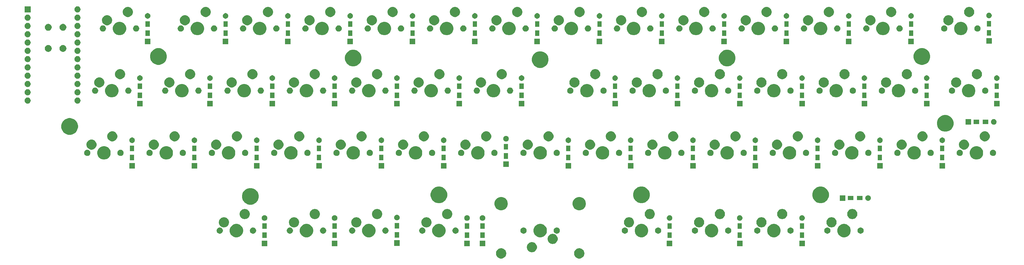
<source format=gts>
G04 #@! TF.GenerationSoftware,KiCad,Pcbnew,(6.0.0-rc1-dev-1215-g431bdc7a3)*
G04 #@! TF.CreationDate,2018-12-02T20:05:25+01:00*
G04 #@! TF.ProjectId,wave,77617665-2e6b-4696-9361-645f70636258,rev?*
G04 #@! TF.SameCoordinates,Original*
G04 #@! TF.FileFunction,Soldermask,Top*
G04 #@! TF.FilePolarity,Negative*
%FSLAX46Y46*%
G04 Gerber Fmt 4.6, Leading zero omitted, Abs format (unit mm)*
G04 Created by KiCad (PCBNEW (6.0.0-rc1-dev-1215-g431bdc7a3)) date 2018 December 02, Sunday 20:05:25*
%MOMM*%
%LPD*%
G01*
G04 APERTURE LIST*
%ADD10C,0.100000*%
G04 APERTURE END LIST*
D10*
G36*
X165440327Y1733857D02*
X165592471Y1703594D01*
X165711197Y1654416D01*
X165879101Y1584868D01*
X166137067Y1412501D01*
X166356441Y1193127D01*
X166528808Y935161D01*
X166547770Y889382D01*
X166647534Y648531D01*
X166668501Y543120D01*
X166708060Y344245D01*
X166708060Y33995D01*
X166647534Y-270290D01*
X166528808Y-556921D01*
X166356441Y-814887D01*
X166137067Y-1034261D01*
X165879101Y-1206628D01*
X165711197Y-1276176D01*
X165592471Y-1325354D01*
X165288185Y-1385880D01*
X164977935Y-1385880D01*
X164673649Y-1325354D01*
X164554923Y-1276176D01*
X164387019Y-1206628D01*
X164129053Y-1034261D01*
X163909679Y-814887D01*
X163737312Y-556921D01*
X163618586Y-270290D01*
X163558060Y33995D01*
X163558060Y344245D01*
X163597619Y543120D01*
X163618586Y648531D01*
X163718350Y889382D01*
X163737312Y935161D01*
X163909679Y1193127D01*
X164129053Y1412501D01*
X164387019Y1584868D01*
X164554923Y1654416D01*
X164673649Y1703594D01*
X164825793Y1733857D01*
X164977935Y1764120D01*
X165288185Y1764120D01*
X165440327Y1733857D01*
X165440327Y1733857D01*
G37*
G36*
X141564327Y1733857D02*
X141716471Y1703594D01*
X141835197Y1654416D01*
X142003101Y1584868D01*
X142261067Y1412501D01*
X142480441Y1193127D01*
X142652808Y935161D01*
X142671770Y889382D01*
X142771534Y648531D01*
X142792501Y543120D01*
X142832060Y344245D01*
X142832060Y33995D01*
X142771534Y-270290D01*
X142652808Y-556921D01*
X142480441Y-814887D01*
X142261067Y-1034261D01*
X142003101Y-1206628D01*
X141835197Y-1276176D01*
X141716471Y-1325354D01*
X141412185Y-1385880D01*
X141101935Y-1385880D01*
X140797649Y-1325354D01*
X140678923Y-1276176D01*
X140511019Y-1206628D01*
X140253053Y-1034261D01*
X140033679Y-814887D01*
X139861312Y-556921D01*
X139742586Y-270290D01*
X139682060Y33995D01*
X139682060Y344245D01*
X139721619Y543120D01*
X139742586Y648531D01*
X139842350Y889382D01*
X139861312Y935161D01*
X140033679Y1193127D01*
X140253053Y1412501D01*
X140511019Y1584868D01*
X140678923Y1654416D01*
X140797649Y1703594D01*
X140949793Y1733857D01*
X141101935Y1764120D01*
X141412185Y1764120D01*
X141564327Y1733857D01*
X141564327Y1733857D01*
G37*
G36*
X151007587Y3605384D02*
X151107470Y3585516D01*
X151389734Y3468599D01*
X151643765Y3298861D01*
X151859801Y3082825D01*
X152029539Y2828794D01*
X152146456Y2546530D01*
X152206060Y2246880D01*
X152206060Y1941360D01*
X152146456Y1641710D01*
X152029539Y1359446D01*
X151859801Y1105415D01*
X151643765Y889379D01*
X151389734Y719641D01*
X151107470Y602724D01*
X151007587Y582856D01*
X150807822Y543120D01*
X150502298Y543120D01*
X150302533Y582856D01*
X150202650Y602724D01*
X149920386Y719641D01*
X149666355Y889379D01*
X149450319Y1105415D01*
X149280581Y1359446D01*
X149163664Y1641710D01*
X149104060Y1941360D01*
X149104060Y2246880D01*
X149163664Y2546530D01*
X149280581Y2828794D01*
X149450319Y3082825D01*
X149666355Y3298861D01*
X149920386Y3468599D01*
X150202650Y3585516D01*
X150302533Y3605384D01*
X150502298Y3645120D01*
X150807822Y3645120D01*
X151007587Y3605384D01*
X151007587Y3605384D01*
G37*
G36*
X136424810Y2392773D02*
X134722810Y2392773D01*
X134722810Y4094773D01*
X136424810Y4094773D01*
X136424810Y2392773D01*
X136424810Y2392773D01*
G37*
G36*
X131692187Y2392773D02*
X129990187Y2392773D01*
X129990187Y4094773D01*
X131692187Y4094773D01*
X131692187Y2392773D01*
X131692187Y2392773D01*
G37*
G36*
X91210937Y2392773D02*
X89508937Y2392773D01*
X89508937Y4094773D01*
X91210937Y4094773D01*
X91210937Y2392773D01*
X91210937Y2392773D01*
G37*
G36*
X69779687Y2392773D02*
X68077687Y2392773D01*
X68077687Y4094773D01*
X69779687Y4094773D01*
X69779687Y2392773D01*
X69779687Y2392773D01*
G37*
G36*
X234085937Y2392773D02*
X232383937Y2392773D01*
X232383937Y4094773D01*
X234085937Y4094773D01*
X234085937Y2392773D01*
X234085937Y2392773D01*
G37*
G36*
X215035937Y2392773D02*
X213333937Y2392773D01*
X213333937Y4094773D01*
X215035937Y4094773D01*
X215035937Y2392773D01*
X215035937Y2392773D01*
G37*
G36*
X193604687Y2392773D02*
X191902687Y2392773D01*
X191902687Y4094773D01*
X193604687Y4094773D01*
X193604687Y2392773D01*
X193604687Y2392773D01*
G37*
G36*
X110260937Y2513120D02*
X108558937Y2513120D01*
X108558937Y4215120D01*
X110260937Y4215120D01*
X110260937Y2513120D01*
X110260937Y2513120D01*
G37*
G36*
X157357587Y6145384D02*
X157457470Y6125516D01*
X157739734Y6008599D01*
X157993765Y5838861D01*
X158209801Y5622825D01*
X158379539Y5368794D01*
X158496456Y5086530D01*
X158556060Y4786880D01*
X158556060Y4481360D01*
X158496456Y4181710D01*
X158379539Y3899446D01*
X158209801Y3645415D01*
X157993765Y3429379D01*
X157739734Y3259641D01*
X157457470Y3142724D01*
X157357587Y3122856D01*
X157157822Y3083120D01*
X156852298Y3083120D01*
X156652533Y3122856D01*
X156552650Y3142724D01*
X156270386Y3259641D01*
X156016355Y3429379D01*
X155800319Y3645415D01*
X155630581Y3899446D01*
X155513664Y4181710D01*
X155454060Y4481360D01*
X155454060Y4786880D01*
X155513664Y5086530D01*
X155630581Y5368794D01*
X155800319Y5622825D01*
X156016355Y5838861D01*
X156270386Y6008599D01*
X156552650Y6125516D01*
X156652533Y6145384D01*
X156852298Y6185120D01*
X157157822Y6185120D01*
X157357587Y6145384D01*
X157357587Y6145384D01*
G37*
G36*
X193404687Y4892773D02*
X192102687Y4892773D01*
X192102687Y6594773D01*
X193404687Y6594773D01*
X193404687Y4892773D01*
X193404687Y4892773D01*
G37*
G36*
X136224810Y4892773D02*
X134922810Y4892773D01*
X134922810Y6594773D01*
X136224810Y6594773D01*
X136224810Y4892773D01*
X136224810Y4892773D01*
G37*
G36*
X69579687Y4892773D02*
X68277687Y4892773D01*
X68277687Y6594773D01*
X69579687Y6594773D01*
X69579687Y4892773D01*
X69579687Y4892773D01*
G37*
G36*
X214835937Y4892773D02*
X213533937Y4892773D01*
X213533937Y6594773D01*
X214835937Y6594773D01*
X214835937Y4892773D01*
X214835937Y4892773D01*
G37*
G36*
X91010937Y4892773D02*
X89708937Y4892773D01*
X89708937Y6594773D01*
X91010937Y6594773D01*
X91010937Y4892773D01*
X91010937Y4892773D01*
G37*
G36*
X131492187Y4892773D02*
X130190187Y4892773D01*
X130190187Y6594773D01*
X131492187Y6594773D01*
X131492187Y4892773D01*
X131492187Y4892773D01*
G37*
G36*
X233885937Y4892773D02*
X232583937Y4892773D01*
X232583937Y6594773D01*
X233885937Y6594773D01*
X233885937Y4892773D01*
X233885937Y4892773D01*
G37*
G36*
X110060937Y5013120D02*
X108758937Y5013120D01*
X108758937Y6715120D01*
X110060937Y6715120D01*
X110060937Y5013120D01*
X110060937Y5013120D01*
G37*
G36*
X206180812Y9146302D02*
X206180814Y9146301D01*
X206180815Y9146301D01*
X206554073Y8991693D01*
X206885465Y8770263D01*
X206889999Y8767234D01*
X207175674Y8481559D01*
X207175676Y8481556D01*
X207400133Y8145633D01*
X207554741Y7772375D01*
X207633560Y7376126D01*
X207633560Y6972114D01*
X207554741Y6575865D01*
X207400133Y6202607D01*
X207348622Y6125516D01*
X207175674Y5866681D01*
X206889999Y5581006D01*
X206889996Y5581004D01*
X206554073Y5356547D01*
X206180815Y5201939D01*
X206180814Y5201939D01*
X206180812Y5201938D01*
X205784567Y5123120D01*
X205380553Y5123120D01*
X204984308Y5201938D01*
X204984306Y5201939D01*
X204984305Y5201939D01*
X204611047Y5356547D01*
X204275124Y5581004D01*
X204275121Y5581006D01*
X203989446Y5866681D01*
X203816498Y6125516D01*
X203764987Y6202607D01*
X203610379Y6575865D01*
X203531560Y6972114D01*
X203531560Y7376126D01*
X203610379Y7772375D01*
X203764987Y8145633D01*
X203989444Y8481556D01*
X203989446Y8481559D01*
X204275121Y8767234D01*
X204279655Y8770263D01*
X204611047Y8991693D01*
X204984305Y9146301D01*
X204984306Y9146301D01*
X204984308Y9146302D01*
X205380553Y9225120D01*
X205784567Y9225120D01*
X206180812Y9146302D01*
X206180812Y9146302D01*
G37*
G36*
X246662062Y9146302D02*
X246662064Y9146301D01*
X246662065Y9146301D01*
X247035323Y8991693D01*
X247366715Y8770263D01*
X247371249Y8767234D01*
X247656924Y8481559D01*
X247656926Y8481556D01*
X247881383Y8145633D01*
X248035991Y7772375D01*
X248114810Y7376126D01*
X248114810Y6972114D01*
X248035991Y6575865D01*
X247881383Y6202607D01*
X247829872Y6125516D01*
X247656924Y5866681D01*
X247371249Y5581006D01*
X247371246Y5581004D01*
X247035323Y5356547D01*
X246662065Y5201939D01*
X246662064Y5201939D01*
X246662062Y5201938D01*
X246265817Y5123120D01*
X245861803Y5123120D01*
X245465558Y5201938D01*
X245465556Y5201939D01*
X245465555Y5201939D01*
X245092297Y5356547D01*
X244756374Y5581004D01*
X244756371Y5581006D01*
X244470696Y5866681D01*
X244297748Y6125516D01*
X244246237Y6202607D01*
X244091629Y6575865D01*
X244012810Y6972114D01*
X244012810Y7376126D01*
X244091629Y7772375D01*
X244246237Y8145633D01*
X244470694Y8481556D01*
X244470696Y8481559D01*
X244756371Y8767234D01*
X244760905Y8770263D01*
X245092297Y8991693D01*
X245465555Y9146301D01*
X245465556Y9146301D01*
X245465558Y9146302D01*
X245861803Y9225120D01*
X246265817Y9225120D01*
X246662062Y9146302D01*
X246662062Y9146302D01*
G37*
G36*
X225230812Y9146302D02*
X225230814Y9146301D01*
X225230815Y9146301D01*
X225604073Y8991693D01*
X225935465Y8770263D01*
X225939999Y8767234D01*
X226225674Y8481559D01*
X226225676Y8481556D01*
X226450133Y8145633D01*
X226604741Y7772375D01*
X226683560Y7376126D01*
X226683560Y6972114D01*
X226604741Y6575865D01*
X226450133Y6202607D01*
X226398622Y6125516D01*
X226225674Y5866681D01*
X225939999Y5581006D01*
X225939996Y5581004D01*
X225604073Y5356547D01*
X225230815Y5201939D01*
X225230814Y5201939D01*
X225230812Y5201938D01*
X224834567Y5123120D01*
X224430553Y5123120D01*
X224034308Y5201938D01*
X224034306Y5201939D01*
X224034305Y5201939D01*
X223661047Y5356547D01*
X223325124Y5581004D01*
X223325121Y5581006D01*
X223039446Y5866681D01*
X222866498Y6125516D01*
X222814987Y6202607D01*
X222660379Y6575865D01*
X222581560Y6972114D01*
X222581560Y7376126D01*
X222660379Y7772375D01*
X222814987Y8145633D01*
X223039444Y8481556D01*
X223039446Y8481559D01*
X223325121Y8767234D01*
X223329655Y8770263D01*
X223661047Y8991693D01*
X224034305Y9146301D01*
X224034306Y9146301D01*
X224034308Y9146302D01*
X224430553Y9225120D01*
X224834567Y9225120D01*
X225230812Y9146302D01*
X225230812Y9146302D01*
G37*
G36*
X184749562Y9146302D02*
X184749564Y9146301D01*
X184749565Y9146301D01*
X185122823Y8991693D01*
X185454215Y8770263D01*
X185458749Y8767234D01*
X185744424Y8481559D01*
X185744426Y8481556D01*
X185968883Y8145633D01*
X186123491Y7772375D01*
X186202310Y7376126D01*
X186202310Y6972114D01*
X186123491Y6575865D01*
X185968883Y6202607D01*
X185917372Y6125516D01*
X185744424Y5866681D01*
X185458749Y5581006D01*
X185458746Y5581004D01*
X185122823Y5356547D01*
X184749565Y5201939D01*
X184749564Y5201939D01*
X184749562Y5201938D01*
X184353317Y5123120D01*
X183949303Y5123120D01*
X183553058Y5201938D01*
X183553056Y5201939D01*
X183553055Y5201939D01*
X183179797Y5356547D01*
X182843874Y5581004D01*
X182843871Y5581006D01*
X182558196Y5866681D01*
X182385248Y6125516D01*
X182333737Y6202607D01*
X182179129Y6575865D01*
X182100310Y6972114D01*
X182100310Y7376126D01*
X182179129Y7772375D01*
X182333737Y8145633D01*
X182558194Y8481556D01*
X182558196Y8481559D01*
X182843871Y8767234D01*
X182848405Y8770263D01*
X183179797Y8991693D01*
X183553055Y9146301D01*
X183553056Y9146301D01*
X183553058Y9146302D01*
X183949303Y9225120D01*
X184353317Y9225120D01*
X184749562Y9146302D01*
X184749562Y9146302D01*
G37*
G36*
X153793312Y9146302D02*
X153793314Y9146301D01*
X153793315Y9146301D01*
X154166573Y8991693D01*
X154497965Y8770263D01*
X154502499Y8767234D01*
X154788174Y8481559D01*
X154788176Y8481556D01*
X155012633Y8145633D01*
X155167241Y7772375D01*
X155246060Y7376126D01*
X155246060Y6972114D01*
X155167241Y6575865D01*
X155012633Y6202607D01*
X154961122Y6125516D01*
X154788174Y5866681D01*
X154502499Y5581006D01*
X154502496Y5581004D01*
X154166573Y5356547D01*
X153793315Y5201939D01*
X153793314Y5201939D01*
X153793312Y5201938D01*
X153397067Y5123120D01*
X152993053Y5123120D01*
X152596808Y5201938D01*
X152596806Y5201939D01*
X152596805Y5201939D01*
X152223547Y5356547D01*
X151887624Y5581004D01*
X151887621Y5581006D01*
X151601946Y5866681D01*
X151428998Y6125516D01*
X151377487Y6202607D01*
X151222879Y6575865D01*
X151144060Y6972114D01*
X151144060Y7376126D01*
X151222879Y7772375D01*
X151377487Y8145633D01*
X151601944Y8481556D01*
X151601946Y8481559D01*
X151887621Y8767234D01*
X151892155Y8770263D01*
X152223547Y8991693D01*
X152596805Y9146301D01*
X152596806Y9146301D01*
X152596808Y9146302D01*
X152993053Y9225120D01*
X153397067Y9225120D01*
X153793312Y9146302D01*
X153793312Y9146302D01*
G37*
G36*
X122837062Y9146302D02*
X122837064Y9146301D01*
X122837065Y9146301D01*
X123210323Y8991693D01*
X123541715Y8770263D01*
X123546249Y8767234D01*
X123831924Y8481559D01*
X123831926Y8481556D01*
X124056383Y8145633D01*
X124210991Y7772375D01*
X124289810Y7376126D01*
X124289810Y6972114D01*
X124210991Y6575865D01*
X124056383Y6202607D01*
X124004872Y6125516D01*
X123831924Y5866681D01*
X123546249Y5581006D01*
X123546246Y5581004D01*
X123210323Y5356547D01*
X122837065Y5201939D01*
X122837064Y5201939D01*
X122837062Y5201938D01*
X122440817Y5123120D01*
X122036803Y5123120D01*
X121640558Y5201938D01*
X121640556Y5201939D01*
X121640555Y5201939D01*
X121267297Y5356547D01*
X120931374Y5581004D01*
X120931371Y5581006D01*
X120645696Y5866681D01*
X120472748Y6125516D01*
X120421237Y6202607D01*
X120266629Y6575865D01*
X120187810Y6972114D01*
X120187810Y7376126D01*
X120266629Y7772375D01*
X120421237Y8145633D01*
X120645694Y8481556D01*
X120645696Y8481559D01*
X120931371Y8767234D01*
X120935905Y8770263D01*
X121267297Y8991693D01*
X121640555Y9146301D01*
X121640556Y9146301D01*
X121640558Y9146302D01*
X122036803Y9225120D01*
X122440817Y9225120D01*
X122837062Y9146302D01*
X122837062Y9146302D01*
G37*
G36*
X101405812Y9146302D02*
X101405814Y9146301D01*
X101405815Y9146301D01*
X101779073Y8991693D01*
X102110465Y8770263D01*
X102114999Y8767234D01*
X102400674Y8481559D01*
X102400676Y8481556D01*
X102625133Y8145633D01*
X102779741Y7772375D01*
X102858560Y7376126D01*
X102858560Y6972114D01*
X102779741Y6575865D01*
X102625133Y6202607D01*
X102573622Y6125516D01*
X102400674Y5866681D01*
X102114999Y5581006D01*
X102114996Y5581004D01*
X101779073Y5356547D01*
X101405815Y5201939D01*
X101405814Y5201939D01*
X101405812Y5201938D01*
X101009567Y5123120D01*
X100605553Y5123120D01*
X100209308Y5201938D01*
X100209306Y5201939D01*
X100209305Y5201939D01*
X99836047Y5356547D01*
X99500124Y5581004D01*
X99500121Y5581006D01*
X99214446Y5866681D01*
X99041498Y6125516D01*
X98989987Y6202607D01*
X98835379Y6575865D01*
X98756560Y6972114D01*
X98756560Y7376126D01*
X98835379Y7772375D01*
X98989987Y8145633D01*
X99214444Y8481556D01*
X99214446Y8481559D01*
X99500121Y8767234D01*
X99504655Y8770263D01*
X99836047Y8991693D01*
X100209305Y9146301D01*
X100209306Y9146301D01*
X100209308Y9146302D01*
X100605553Y9225120D01*
X101009567Y9225120D01*
X101405812Y9146302D01*
X101405812Y9146302D01*
G37*
G36*
X82355812Y9146302D02*
X82355814Y9146301D01*
X82355815Y9146301D01*
X82729073Y8991693D01*
X83060465Y8770263D01*
X83064999Y8767234D01*
X83350674Y8481559D01*
X83350676Y8481556D01*
X83575133Y8145633D01*
X83729741Y7772375D01*
X83808560Y7376126D01*
X83808560Y6972114D01*
X83729741Y6575865D01*
X83575133Y6202607D01*
X83523622Y6125516D01*
X83350674Y5866681D01*
X83064999Y5581006D01*
X83064996Y5581004D01*
X82729073Y5356547D01*
X82355815Y5201939D01*
X82355814Y5201939D01*
X82355812Y5201938D01*
X81959567Y5123120D01*
X81555553Y5123120D01*
X81159308Y5201938D01*
X81159306Y5201939D01*
X81159305Y5201939D01*
X80786047Y5356547D01*
X80450124Y5581004D01*
X80450121Y5581006D01*
X80164446Y5866681D01*
X79991498Y6125516D01*
X79939987Y6202607D01*
X79785379Y6575865D01*
X79706560Y6972114D01*
X79706560Y7376126D01*
X79785379Y7772375D01*
X79939987Y8145633D01*
X80164444Y8481556D01*
X80164446Y8481559D01*
X80450121Y8767234D01*
X80454655Y8770263D01*
X80786047Y8991693D01*
X81159305Y9146301D01*
X81159306Y9146301D01*
X81159308Y9146302D01*
X81555553Y9225120D01*
X81959567Y9225120D01*
X82355812Y9146302D01*
X82355812Y9146302D01*
G37*
G36*
X60924562Y9146302D02*
X60924564Y9146301D01*
X60924565Y9146301D01*
X61297823Y8991693D01*
X61629215Y8770263D01*
X61633749Y8767234D01*
X61919424Y8481559D01*
X61919426Y8481556D01*
X62143883Y8145633D01*
X62298491Y7772375D01*
X62377310Y7376126D01*
X62377310Y6972114D01*
X62298491Y6575865D01*
X62143883Y6202607D01*
X62092372Y6125516D01*
X61919424Y5866681D01*
X61633749Y5581006D01*
X61633746Y5581004D01*
X61297823Y5356547D01*
X60924565Y5201939D01*
X60924564Y5201939D01*
X60924562Y5201938D01*
X60528317Y5123120D01*
X60124303Y5123120D01*
X59728058Y5201938D01*
X59728056Y5201939D01*
X59728055Y5201939D01*
X59354797Y5356547D01*
X59018874Y5581004D01*
X59018871Y5581006D01*
X58733196Y5866681D01*
X58560248Y6125516D01*
X58508737Y6202607D01*
X58354129Y6575865D01*
X58275310Y6972114D01*
X58275310Y7376126D01*
X58354129Y7772375D01*
X58508737Y8145633D01*
X58733194Y8481556D01*
X58733196Y8481559D01*
X59018871Y8767234D01*
X59023405Y8770263D01*
X59354797Y8991693D01*
X59728055Y9146301D01*
X59728056Y9146301D01*
X59728058Y9146302D01*
X60124303Y9225120D01*
X60528317Y9225120D01*
X60924562Y9146302D01*
X60924562Y9146302D01*
G37*
G36*
X200779956Y8088574D02*
X200953026Y8016886D01*
X201108790Y7912808D01*
X201241248Y7780350D01*
X201345326Y7624586D01*
X201417014Y7451516D01*
X201453560Y7267787D01*
X201453560Y7080453D01*
X201417014Y6896724D01*
X201345326Y6723654D01*
X201241248Y6567890D01*
X201108790Y6435432D01*
X200953026Y6331354D01*
X200779956Y6259666D01*
X200596227Y6223120D01*
X200408893Y6223120D01*
X200225164Y6259666D01*
X200052094Y6331354D01*
X199896330Y6435432D01*
X199763872Y6567890D01*
X199659794Y6723654D01*
X199588106Y6896724D01*
X199551560Y7080453D01*
X199551560Y7267787D01*
X199588106Y7451516D01*
X199659794Y7624586D01*
X199763872Y7780350D01*
X199896330Y7912808D01*
X200052094Y8016886D01*
X200225164Y8088574D01*
X200408893Y8125120D01*
X200596227Y8125120D01*
X200779956Y8088574D01*
X200779956Y8088574D01*
G37*
G36*
X189508706Y8088574D02*
X189681776Y8016886D01*
X189837540Y7912808D01*
X189969998Y7780350D01*
X190074076Y7624586D01*
X190145764Y7451516D01*
X190182310Y7267787D01*
X190182310Y7080453D01*
X190145764Y6896724D01*
X190074076Y6723654D01*
X189969998Y6567890D01*
X189837540Y6435432D01*
X189681776Y6331354D01*
X189508706Y6259666D01*
X189324977Y6223120D01*
X189137643Y6223120D01*
X188953914Y6259666D01*
X188780844Y6331354D01*
X188625080Y6435432D01*
X188492622Y6567890D01*
X188388544Y6723654D01*
X188316856Y6896724D01*
X188280310Y7080453D01*
X188280310Y7267787D01*
X188316856Y7451516D01*
X188388544Y7624586D01*
X188492622Y7780350D01*
X188625080Y7912808D01*
X188780844Y8016886D01*
X188953914Y8088574D01*
X189137643Y8125120D01*
X189324977Y8125120D01*
X189508706Y8088574D01*
X189508706Y8088574D01*
G37*
G36*
X179348706Y8088574D02*
X179521776Y8016886D01*
X179677540Y7912808D01*
X179809998Y7780350D01*
X179914076Y7624586D01*
X179985764Y7451516D01*
X180022310Y7267787D01*
X180022310Y7080453D01*
X179985764Y6896724D01*
X179914076Y6723654D01*
X179809998Y6567890D01*
X179677540Y6435432D01*
X179521776Y6331354D01*
X179348706Y6259666D01*
X179164977Y6223120D01*
X178977643Y6223120D01*
X178793914Y6259666D01*
X178620844Y6331354D01*
X178465080Y6435432D01*
X178332622Y6567890D01*
X178228544Y6723654D01*
X178156856Y6896724D01*
X178120310Y7080453D01*
X178120310Y7267787D01*
X178156856Y7451516D01*
X178228544Y7624586D01*
X178332622Y7780350D01*
X178465080Y7912808D01*
X178620844Y8016886D01*
X178793914Y8088574D01*
X178977643Y8125120D01*
X179164977Y8125120D01*
X179348706Y8088574D01*
X179348706Y8088574D01*
G37*
G36*
X210939956Y8088574D02*
X211113026Y8016886D01*
X211268790Y7912808D01*
X211401248Y7780350D01*
X211505326Y7624586D01*
X211577014Y7451516D01*
X211613560Y7267787D01*
X211613560Y7080453D01*
X211577014Y6896724D01*
X211505326Y6723654D01*
X211401248Y6567890D01*
X211268790Y6435432D01*
X211113026Y6331354D01*
X210939956Y6259666D01*
X210756227Y6223120D01*
X210568893Y6223120D01*
X210385164Y6259666D01*
X210212094Y6331354D01*
X210056330Y6435432D01*
X209923872Y6567890D01*
X209819794Y6723654D01*
X209748106Y6896724D01*
X209711560Y7080453D01*
X209711560Y7267787D01*
X209748106Y7451516D01*
X209819794Y7624586D01*
X209923872Y7780350D01*
X210056330Y7912808D01*
X210212094Y8016886D01*
X210385164Y8088574D01*
X210568893Y8125120D01*
X210756227Y8125120D01*
X210939956Y8088574D01*
X210939956Y8088574D01*
G37*
G36*
X127596206Y8088574D02*
X127769276Y8016886D01*
X127925040Y7912808D01*
X128057498Y7780350D01*
X128161576Y7624586D01*
X128233264Y7451516D01*
X128269810Y7267787D01*
X128269810Y7080453D01*
X128233264Y6896724D01*
X128161576Y6723654D01*
X128057498Y6567890D01*
X127925040Y6435432D01*
X127769276Y6331354D01*
X127596206Y6259666D01*
X127412477Y6223120D01*
X127225143Y6223120D01*
X127041414Y6259666D01*
X126868344Y6331354D01*
X126712580Y6435432D01*
X126580122Y6567890D01*
X126476044Y6723654D01*
X126404356Y6896724D01*
X126367810Y7080453D01*
X126367810Y7267787D01*
X126404356Y7451516D01*
X126476044Y7624586D01*
X126580122Y7780350D01*
X126712580Y7912808D01*
X126868344Y8016886D01*
X127041414Y8088574D01*
X127225143Y8125120D01*
X127412477Y8125120D01*
X127596206Y8088574D01*
X127596206Y8088574D01*
G37*
G36*
X117436206Y8088574D02*
X117609276Y8016886D01*
X117765040Y7912808D01*
X117897498Y7780350D01*
X118001576Y7624586D01*
X118073264Y7451516D01*
X118109810Y7267787D01*
X118109810Y7080453D01*
X118073264Y6896724D01*
X118001576Y6723654D01*
X117897498Y6567890D01*
X117765040Y6435432D01*
X117609276Y6331354D01*
X117436206Y6259666D01*
X117252477Y6223120D01*
X117065143Y6223120D01*
X116881414Y6259666D01*
X116708344Y6331354D01*
X116552580Y6435432D01*
X116420122Y6567890D01*
X116316044Y6723654D01*
X116244356Y6896724D01*
X116207810Y7080453D01*
X116207810Y7267787D01*
X116244356Y7451516D01*
X116316044Y7624586D01*
X116420122Y7780350D01*
X116552580Y7912808D01*
X116708344Y8016886D01*
X116881414Y8088574D01*
X117065143Y8125120D01*
X117252477Y8125120D01*
X117436206Y8088574D01*
X117436206Y8088574D01*
G37*
G36*
X106164956Y8088574D02*
X106338026Y8016886D01*
X106493790Y7912808D01*
X106626248Y7780350D01*
X106730326Y7624586D01*
X106802014Y7451516D01*
X106838560Y7267787D01*
X106838560Y7080453D01*
X106802014Y6896724D01*
X106730326Y6723654D01*
X106626248Y6567890D01*
X106493790Y6435432D01*
X106338026Y6331354D01*
X106164956Y6259666D01*
X105981227Y6223120D01*
X105793893Y6223120D01*
X105610164Y6259666D01*
X105437094Y6331354D01*
X105281330Y6435432D01*
X105148872Y6567890D01*
X105044794Y6723654D01*
X104973106Y6896724D01*
X104936560Y7080453D01*
X104936560Y7267787D01*
X104973106Y7451516D01*
X105044794Y7624586D01*
X105148872Y7780350D01*
X105281330Y7912808D01*
X105437094Y8016886D01*
X105610164Y8088574D01*
X105793893Y8125120D01*
X105981227Y8125120D01*
X106164956Y8088574D01*
X106164956Y8088574D01*
G37*
G36*
X96004956Y8088574D02*
X96178026Y8016886D01*
X96333790Y7912808D01*
X96466248Y7780350D01*
X96570326Y7624586D01*
X96642014Y7451516D01*
X96678560Y7267787D01*
X96678560Y7080453D01*
X96642014Y6896724D01*
X96570326Y6723654D01*
X96466248Y6567890D01*
X96333790Y6435432D01*
X96178026Y6331354D01*
X96004956Y6259666D01*
X95821227Y6223120D01*
X95633893Y6223120D01*
X95450164Y6259666D01*
X95277094Y6331354D01*
X95121330Y6435432D01*
X94988872Y6567890D01*
X94884794Y6723654D01*
X94813106Y6896724D01*
X94776560Y7080453D01*
X94776560Y7267787D01*
X94813106Y7451516D01*
X94884794Y7624586D01*
X94988872Y7780350D01*
X95121330Y7912808D01*
X95277094Y8016886D01*
X95450164Y8088574D01*
X95633893Y8125120D01*
X95821227Y8125120D01*
X96004956Y8088574D01*
X96004956Y8088574D01*
G37*
G36*
X87114956Y8088574D02*
X87288026Y8016886D01*
X87443790Y7912808D01*
X87576248Y7780350D01*
X87680326Y7624586D01*
X87752014Y7451516D01*
X87788560Y7267787D01*
X87788560Y7080453D01*
X87752014Y6896724D01*
X87680326Y6723654D01*
X87576248Y6567890D01*
X87443790Y6435432D01*
X87288026Y6331354D01*
X87114956Y6259666D01*
X86931227Y6223120D01*
X86743893Y6223120D01*
X86560164Y6259666D01*
X86387094Y6331354D01*
X86231330Y6435432D01*
X86098872Y6567890D01*
X85994794Y6723654D01*
X85923106Y6896724D01*
X85886560Y7080453D01*
X85886560Y7267787D01*
X85923106Y7451516D01*
X85994794Y7624586D01*
X86098872Y7780350D01*
X86231330Y7912808D01*
X86387094Y8016886D01*
X86560164Y8088574D01*
X86743893Y8125120D01*
X86931227Y8125120D01*
X87114956Y8088574D01*
X87114956Y8088574D01*
G37*
G36*
X76954956Y8088574D02*
X77128026Y8016886D01*
X77283790Y7912808D01*
X77416248Y7780350D01*
X77520326Y7624586D01*
X77592014Y7451516D01*
X77628560Y7267787D01*
X77628560Y7080453D01*
X77592014Y6896724D01*
X77520326Y6723654D01*
X77416248Y6567890D01*
X77283790Y6435432D01*
X77128026Y6331354D01*
X76954956Y6259666D01*
X76771227Y6223120D01*
X76583893Y6223120D01*
X76400164Y6259666D01*
X76227094Y6331354D01*
X76071330Y6435432D01*
X75938872Y6567890D01*
X75834794Y6723654D01*
X75763106Y6896724D01*
X75726560Y7080453D01*
X75726560Y7267787D01*
X75763106Y7451516D01*
X75834794Y7624586D01*
X75938872Y7780350D01*
X76071330Y7912808D01*
X76227094Y8016886D01*
X76400164Y8088574D01*
X76583893Y8125120D01*
X76771227Y8125120D01*
X76954956Y8088574D01*
X76954956Y8088574D01*
G37*
G36*
X65683706Y8088574D02*
X65856776Y8016886D01*
X66012540Y7912808D01*
X66144998Y7780350D01*
X66249076Y7624586D01*
X66320764Y7451516D01*
X66357310Y7267787D01*
X66357310Y7080453D01*
X66320764Y6896724D01*
X66249076Y6723654D01*
X66144998Y6567890D01*
X66012540Y6435432D01*
X65856776Y6331354D01*
X65683706Y6259666D01*
X65499977Y6223120D01*
X65312643Y6223120D01*
X65128914Y6259666D01*
X64955844Y6331354D01*
X64800080Y6435432D01*
X64667622Y6567890D01*
X64563544Y6723654D01*
X64491856Y6896724D01*
X64455310Y7080453D01*
X64455310Y7267787D01*
X64491856Y7451516D01*
X64563544Y7624586D01*
X64667622Y7780350D01*
X64800080Y7912808D01*
X64955844Y8016886D01*
X65128914Y8088574D01*
X65312643Y8125120D01*
X65499977Y8125120D01*
X65683706Y8088574D01*
X65683706Y8088574D01*
G37*
G36*
X55523706Y8088574D02*
X55696776Y8016886D01*
X55852540Y7912808D01*
X55984998Y7780350D01*
X56089076Y7624586D01*
X56160764Y7451516D01*
X56197310Y7267787D01*
X56197310Y7080453D01*
X56160764Y6896724D01*
X56089076Y6723654D01*
X55984998Y6567890D01*
X55852540Y6435432D01*
X55696776Y6331354D01*
X55523706Y6259666D01*
X55339977Y6223120D01*
X55152643Y6223120D01*
X54968914Y6259666D01*
X54795844Y6331354D01*
X54640080Y6435432D01*
X54507622Y6567890D01*
X54403544Y6723654D01*
X54331856Y6896724D01*
X54295310Y7080453D01*
X54295310Y7267787D01*
X54331856Y7451516D01*
X54403544Y7624586D01*
X54507622Y7780350D01*
X54640080Y7912808D01*
X54795844Y8016886D01*
X54968914Y8088574D01*
X55152643Y8125120D01*
X55339977Y8125120D01*
X55523706Y8088574D01*
X55523706Y8088574D01*
G37*
G36*
X148392456Y8088574D02*
X148565526Y8016886D01*
X148721290Y7912808D01*
X148853748Y7780350D01*
X148957826Y7624586D01*
X149029514Y7451516D01*
X149066060Y7267787D01*
X149066060Y7080453D01*
X149029514Y6896724D01*
X148957826Y6723654D01*
X148853748Y6567890D01*
X148721290Y6435432D01*
X148565526Y6331354D01*
X148392456Y6259666D01*
X148208727Y6223120D01*
X148021393Y6223120D01*
X147837664Y6259666D01*
X147664594Y6331354D01*
X147508830Y6435432D01*
X147376372Y6567890D01*
X147272294Y6723654D01*
X147200606Y6896724D01*
X147164060Y7080453D01*
X147164060Y7267787D01*
X147200606Y7451516D01*
X147272294Y7624586D01*
X147376372Y7780350D01*
X147508830Y7912808D01*
X147664594Y8016886D01*
X147837664Y8088574D01*
X148021393Y8125120D01*
X148208727Y8125120D01*
X148392456Y8088574D01*
X148392456Y8088574D01*
G37*
G36*
X158552456Y8088574D02*
X158725526Y8016886D01*
X158881290Y7912808D01*
X159013748Y7780350D01*
X159117826Y7624586D01*
X159189514Y7451516D01*
X159226060Y7267787D01*
X159226060Y7080453D01*
X159189514Y6896724D01*
X159117826Y6723654D01*
X159013748Y6567890D01*
X158881290Y6435432D01*
X158725526Y6331354D01*
X158552456Y6259666D01*
X158368727Y6223120D01*
X158181393Y6223120D01*
X157997664Y6259666D01*
X157824594Y6331354D01*
X157668830Y6435432D01*
X157536372Y6567890D01*
X157432294Y6723654D01*
X157360606Y6896724D01*
X157324060Y7080453D01*
X157324060Y7267787D01*
X157360606Y7451516D01*
X157432294Y7624586D01*
X157536372Y7780350D01*
X157668830Y7912808D01*
X157824594Y8016886D01*
X157997664Y8088574D01*
X158181393Y8125120D01*
X158368727Y8125120D01*
X158552456Y8088574D01*
X158552456Y8088574D01*
G37*
G36*
X229989956Y8088574D02*
X230163026Y8016886D01*
X230318790Y7912808D01*
X230451248Y7780350D01*
X230555326Y7624586D01*
X230627014Y7451516D01*
X230663560Y7267787D01*
X230663560Y7080453D01*
X230627014Y6896724D01*
X230555326Y6723654D01*
X230451248Y6567890D01*
X230318790Y6435432D01*
X230163026Y6331354D01*
X229989956Y6259666D01*
X229806227Y6223120D01*
X229618893Y6223120D01*
X229435164Y6259666D01*
X229262094Y6331354D01*
X229106330Y6435432D01*
X228973872Y6567890D01*
X228869794Y6723654D01*
X228798106Y6896724D01*
X228761560Y7080453D01*
X228761560Y7267787D01*
X228798106Y7451516D01*
X228869794Y7624586D01*
X228973872Y7780350D01*
X229106330Y7912808D01*
X229262094Y8016886D01*
X229435164Y8088574D01*
X229618893Y8125120D01*
X229806227Y8125120D01*
X229989956Y8088574D01*
X229989956Y8088574D01*
G37*
G36*
X219829956Y8088574D02*
X220003026Y8016886D01*
X220158790Y7912808D01*
X220291248Y7780350D01*
X220395326Y7624586D01*
X220467014Y7451516D01*
X220503560Y7267787D01*
X220503560Y7080453D01*
X220467014Y6896724D01*
X220395326Y6723654D01*
X220291248Y6567890D01*
X220158790Y6435432D01*
X220003026Y6331354D01*
X219829956Y6259666D01*
X219646227Y6223120D01*
X219458893Y6223120D01*
X219275164Y6259666D01*
X219102094Y6331354D01*
X218946330Y6435432D01*
X218813872Y6567890D01*
X218709794Y6723654D01*
X218638106Y6896724D01*
X218601560Y7080453D01*
X218601560Y7267787D01*
X218638106Y7451516D01*
X218709794Y7624586D01*
X218813872Y7780350D01*
X218946330Y7912808D01*
X219102094Y8016886D01*
X219275164Y8088574D01*
X219458893Y8125120D01*
X219646227Y8125120D01*
X219829956Y8088574D01*
X219829956Y8088574D01*
G37*
G36*
X251421206Y8088574D02*
X251594276Y8016886D01*
X251750040Y7912808D01*
X251882498Y7780350D01*
X251986576Y7624586D01*
X252058264Y7451516D01*
X252094810Y7267787D01*
X252094810Y7080453D01*
X252058264Y6896724D01*
X251986576Y6723654D01*
X251882498Y6567890D01*
X251750040Y6435432D01*
X251594276Y6331354D01*
X251421206Y6259666D01*
X251237477Y6223120D01*
X251050143Y6223120D01*
X250866414Y6259666D01*
X250693344Y6331354D01*
X250537580Y6435432D01*
X250405122Y6567890D01*
X250301044Y6723654D01*
X250229356Y6896724D01*
X250192810Y7080453D01*
X250192810Y7267787D01*
X250229356Y7451516D01*
X250301044Y7624586D01*
X250405122Y7780350D01*
X250537580Y7912808D01*
X250693344Y8016886D01*
X250866414Y8088574D01*
X251050143Y8125120D01*
X251237477Y8125120D01*
X251421206Y8088574D01*
X251421206Y8088574D01*
G37*
G36*
X241261206Y8088574D02*
X241434276Y8016886D01*
X241590040Y7912808D01*
X241722498Y7780350D01*
X241826576Y7624586D01*
X241898264Y7451516D01*
X241934810Y7267787D01*
X241934810Y7080453D01*
X241898264Y6896724D01*
X241826576Y6723654D01*
X241722498Y6567890D01*
X241590040Y6435432D01*
X241434276Y6331354D01*
X241261206Y6259666D01*
X241077477Y6223120D01*
X240890143Y6223120D01*
X240706414Y6259666D01*
X240533344Y6331354D01*
X240377580Y6435432D01*
X240245122Y6567890D01*
X240141044Y6723654D01*
X240069356Y6896724D01*
X240032810Y7080453D01*
X240032810Y7267787D01*
X240069356Y7451516D01*
X240141044Y7624586D01*
X240245122Y7780350D01*
X240377580Y7912808D01*
X240533344Y8016886D01*
X240706414Y8088574D01*
X240890143Y8125120D01*
X241077477Y8125120D01*
X241261206Y8088574D01*
X241261206Y8088574D01*
G37*
G36*
X136224810Y7692773D02*
X134922810Y7692773D01*
X134922810Y9394773D01*
X136224810Y9394773D01*
X136224810Y7692773D01*
X136224810Y7692773D01*
G37*
G36*
X131492187Y7692773D02*
X130190187Y7692773D01*
X130190187Y9394773D01*
X131492187Y9394773D01*
X131492187Y7692773D01*
X131492187Y7692773D01*
G37*
G36*
X193404687Y7692773D02*
X192102687Y7692773D01*
X192102687Y9394773D01*
X193404687Y9394773D01*
X193404687Y7692773D01*
X193404687Y7692773D01*
G37*
G36*
X233885937Y7692773D02*
X232583937Y7692773D01*
X232583937Y9394773D01*
X233885937Y9394773D01*
X233885937Y7692773D01*
X233885937Y7692773D01*
G37*
G36*
X214835937Y7692773D02*
X213533937Y7692773D01*
X213533937Y9394773D01*
X214835937Y9394773D01*
X214835937Y7692773D01*
X214835937Y7692773D01*
G37*
G36*
X91010937Y7692773D02*
X89708937Y7692773D01*
X89708937Y9394773D01*
X91010937Y9394773D01*
X91010937Y7692773D01*
X91010937Y7692773D01*
G37*
G36*
X69579687Y7692773D02*
X68277687Y7692773D01*
X68277687Y9394773D01*
X69579687Y9394773D01*
X69579687Y7692773D01*
X69579687Y7692773D01*
G37*
G36*
X110060937Y7813120D02*
X108758937Y7813120D01*
X108758937Y9515120D01*
X110060937Y9515120D01*
X110060937Y7813120D01*
X110060937Y7813120D01*
G37*
G36*
X221175087Y11225384D02*
X221274970Y11205516D01*
X221557234Y11088599D01*
X221811265Y10918861D01*
X222027301Y10702825D01*
X222197039Y10448794D01*
X222313956Y10166530D01*
X222313956Y10166529D01*
X222373560Y9866882D01*
X222373560Y9561358D01*
X222340424Y9394773D01*
X222313956Y9261710D01*
X222197039Y8979446D01*
X222027301Y8725415D01*
X221811265Y8509379D01*
X221557234Y8339641D01*
X221274970Y8222724D01*
X221175087Y8202856D01*
X220975322Y8163120D01*
X220669798Y8163120D01*
X220470033Y8202856D01*
X220370150Y8222724D01*
X220087886Y8339641D01*
X219833855Y8509379D01*
X219617819Y8725415D01*
X219448081Y8979446D01*
X219331164Y9261710D01*
X219304696Y9394773D01*
X219271560Y9561358D01*
X219271560Y9866882D01*
X219331164Y10166529D01*
X219331164Y10166530D01*
X219448081Y10448794D01*
X219617819Y10702825D01*
X219833855Y10918861D01*
X220087886Y11088599D01*
X220370150Y11205516D01*
X220470033Y11225384D01*
X220669798Y11265120D01*
X220975322Y11265120D01*
X221175087Y11225384D01*
X221175087Y11225384D01*
G37*
G36*
X202125087Y11225384D02*
X202224970Y11205516D01*
X202507234Y11088599D01*
X202761265Y10918861D01*
X202977301Y10702825D01*
X203147039Y10448794D01*
X203263956Y10166530D01*
X203263956Y10166529D01*
X203323560Y9866882D01*
X203323560Y9561358D01*
X203290424Y9394773D01*
X203263956Y9261710D01*
X203147039Y8979446D01*
X202977301Y8725415D01*
X202761265Y8509379D01*
X202507234Y8339641D01*
X202224970Y8222724D01*
X202125087Y8202856D01*
X201925322Y8163120D01*
X201619798Y8163120D01*
X201420033Y8202856D01*
X201320150Y8222724D01*
X201037886Y8339641D01*
X200783855Y8509379D01*
X200567819Y8725415D01*
X200398081Y8979446D01*
X200281164Y9261710D01*
X200254696Y9394773D01*
X200221560Y9561358D01*
X200221560Y9866882D01*
X200281164Y10166529D01*
X200281164Y10166530D01*
X200398081Y10448794D01*
X200567819Y10702825D01*
X200783855Y10918861D01*
X201037886Y11088599D01*
X201320150Y11205516D01*
X201420033Y11225384D01*
X201619798Y11265120D01*
X201925322Y11265120D01*
X202125087Y11225384D01*
X202125087Y11225384D01*
G37*
G36*
X242606337Y11225384D02*
X242706220Y11205516D01*
X242988484Y11088599D01*
X243242515Y10918861D01*
X243458551Y10702825D01*
X243628289Y10448794D01*
X243745206Y10166530D01*
X243745206Y10166529D01*
X243804810Y9866882D01*
X243804810Y9561358D01*
X243771674Y9394773D01*
X243745206Y9261710D01*
X243628289Y8979446D01*
X243458551Y8725415D01*
X243242515Y8509379D01*
X242988484Y8339641D01*
X242706220Y8222724D01*
X242606337Y8202856D01*
X242406572Y8163120D01*
X242101048Y8163120D01*
X241901283Y8202856D01*
X241801400Y8222724D01*
X241519136Y8339641D01*
X241265105Y8509379D01*
X241049069Y8725415D01*
X240879331Y8979446D01*
X240762414Y9261710D01*
X240735946Y9394773D01*
X240702810Y9561358D01*
X240702810Y9866882D01*
X240762414Y10166529D01*
X240762414Y10166530D01*
X240879331Y10448794D01*
X241049069Y10702825D01*
X241265105Y10918861D01*
X241519136Y11088599D01*
X241801400Y11205516D01*
X241901283Y11225384D01*
X242101048Y11265120D01*
X242406572Y11265120D01*
X242606337Y11225384D01*
X242606337Y11225384D01*
G37*
G36*
X180693837Y11225384D02*
X180793720Y11205516D01*
X181075984Y11088599D01*
X181330015Y10918861D01*
X181546051Y10702825D01*
X181715789Y10448794D01*
X181832706Y10166530D01*
X181832706Y10166529D01*
X181892310Y9866882D01*
X181892310Y9561358D01*
X181859174Y9394773D01*
X181832706Y9261710D01*
X181715789Y8979446D01*
X181546051Y8725415D01*
X181330015Y8509379D01*
X181075984Y8339641D01*
X180793720Y8222724D01*
X180693837Y8202856D01*
X180494072Y8163120D01*
X180188548Y8163120D01*
X179988783Y8202856D01*
X179888900Y8222724D01*
X179606636Y8339641D01*
X179352605Y8509379D01*
X179136569Y8725415D01*
X178966831Y8979446D01*
X178849914Y9261710D01*
X178823446Y9394773D01*
X178790310Y9561358D01*
X178790310Y9866882D01*
X178849914Y10166529D01*
X178849914Y10166530D01*
X178966831Y10448794D01*
X179136569Y10702825D01*
X179352605Y10918861D01*
X179606636Y11088599D01*
X179888900Y11205516D01*
X179988783Y11225384D01*
X180188548Y11265120D01*
X180494072Y11265120D01*
X180693837Y11225384D01*
X180693837Y11225384D01*
G37*
G36*
X118781337Y11225384D02*
X118881220Y11205516D01*
X119163484Y11088599D01*
X119417515Y10918861D01*
X119633551Y10702825D01*
X119803289Y10448794D01*
X119920206Y10166530D01*
X119920206Y10166529D01*
X119979810Y9866882D01*
X119979810Y9561358D01*
X119946674Y9394773D01*
X119920206Y9261710D01*
X119803289Y8979446D01*
X119633551Y8725415D01*
X119417515Y8509379D01*
X119163484Y8339641D01*
X118881220Y8222724D01*
X118781337Y8202856D01*
X118581572Y8163120D01*
X118276048Y8163120D01*
X118076283Y8202856D01*
X117976400Y8222724D01*
X117694136Y8339641D01*
X117440105Y8509379D01*
X117224069Y8725415D01*
X117054331Y8979446D01*
X116937414Y9261710D01*
X116910946Y9394773D01*
X116877810Y9561358D01*
X116877810Y9866882D01*
X116937414Y10166529D01*
X116937414Y10166530D01*
X117054331Y10448794D01*
X117224069Y10702825D01*
X117440105Y10918861D01*
X117694136Y11088599D01*
X117976400Y11205516D01*
X118076283Y11225384D01*
X118276048Y11265120D01*
X118581572Y11265120D01*
X118781337Y11225384D01*
X118781337Y11225384D01*
G37*
G36*
X97350087Y11225384D02*
X97449970Y11205516D01*
X97732234Y11088599D01*
X97986265Y10918861D01*
X98202301Y10702825D01*
X98372039Y10448794D01*
X98488956Y10166530D01*
X98488956Y10166529D01*
X98548560Y9866882D01*
X98548560Y9561358D01*
X98515424Y9394773D01*
X98488956Y9261710D01*
X98372039Y8979446D01*
X98202301Y8725415D01*
X97986265Y8509379D01*
X97732234Y8339641D01*
X97449970Y8222724D01*
X97350087Y8202856D01*
X97150322Y8163120D01*
X96844798Y8163120D01*
X96645033Y8202856D01*
X96545150Y8222724D01*
X96262886Y8339641D01*
X96008855Y8509379D01*
X95792819Y8725415D01*
X95623081Y8979446D01*
X95506164Y9261710D01*
X95479696Y9394773D01*
X95446560Y9561358D01*
X95446560Y9866882D01*
X95506164Y10166529D01*
X95506164Y10166530D01*
X95623081Y10448794D01*
X95792819Y10702825D01*
X96008855Y10918861D01*
X96262886Y11088599D01*
X96545150Y11205516D01*
X96645033Y11225384D01*
X96844798Y11265120D01*
X97150322Y11265120D01*
X97350087Y11225384D01*
X97350087Y11225384D01*
G37*
G36*
X78300087Y11225384D02*
X78399970Y11205516D01*
X78682234Y11088599D01*
X78936265Y10918861D01*
X79152301Y10702825D01*
X79322039Y10448794D01*
X79438956Y10166530D01*
X79438956Y10166529D01*
X79498560Y9866882D01*
X79498560Y9561358D01*
X79465424Y9394773D01*
X79438956Y9261710D01*
X79322039Y8979446D01*
X79152301Y8725415D01*
X78936265Y8509379D01*
X78682234Y8339641D01*
X78399970Y8222724D01*
X78300087Y8202856D01*
X78100322Y8163120D01*
X77794798Y8163120D01*
X77595033Y8202856D01*
X77495150Y8222724D01*
X77212886Y8339641D01*
X76958855Y8509379D01*
X76742819Y8725415D01*
X76573081Y8979446D01*
X76456164Y9261710D01*
X76429696Y9394773D01*
X76396560Y9561358D01*
X76396560Y9866882D01*
X76456164Y10166529D01*
X76456164Y10166530D01*
X76573081Y10448794D01*
X76742819Y10702825D01*
X76958855Y10918861D01*
X77212886Y11088599D01*
X77495150Y11205516D01*
X77595033Y11225384D01*
X77794798Y11265120D01*
X78100322Y11265120D01*
X78300087Y11225384D01*
X78300087Y11225384D01*
G37*
G36*
X56868837Y11225384D02*
X56968720Y11205516D01*
X57250984Y11088599D01*
X57505015Y10918861D01*
X57721051Y10702825D01*
X57890789Y10448794D01*
X58007706Y10166530D01*
X58007706Y10166529D01*
X58067310Y9866882D01*
X58067310Y9561358D01*
X58034174Y9394773D01*
X58007706Y9261710D01*
X57890789Y8979446D01*
X57721051Y8725415D01*
X57505015Y8509379D01*
X57250984Y8339641D01*
X56968720Y8222724D01*
X56868837Y8202856D01*
X56669072Y8163120D01*
X56363548Y8163120D01*
X56163783Y8202856D01*
X56063900Y8222724D01*
X55781636Y8339641D01*
X55527605Y8509379D01*
X55311569Y8725415D01*
X55141831Y8979446D01*
X55024914Y9261710D01*
X54998446Y9394773D01*
X54965310Y9561358D01*
X54965310Y9866882D01*
X55024914Y10166529D01*
X55024914Y10166530D01*
X55141831Y10448794D01*
X55311569Y10702825D01*
X55527605Y10918861D01*
X55781636Y11088599D01*
X56063900Y11205516D01*
X56163783Y11225384D01*
X56363548Y11265120D01*
X56669072Y11265120D01*
X56868837Y11225384D01*
X56868837Y11225384D01*
G37*
G36*
X193001915Y11862070D02*
X193156787Y11797920D01*
X193296168Y11704788D01*
X193414702Y11586254D01*
X193507834Y11446873D01*
X193571984Y11292001D01*
X193604687Y11127589D01*
X193604687Y10959957D01*
X193571984Y10795545D01*
X193507834Y10640673D01*
X193414702Y10501292D01*
X193296168Y10382758D01*
X193156787Y10289626D01*
X193001915Y10225476D01*
X192837503Y10192773D01*
X192669871Y10192773D01*
X192505459Y10225476D01*
X192350587Y10289626D01*
X192211206Y10382758D01*
X192092672Y10501292D01*
X191999540Y10640673D01*
X191935390Y10795545D01*
X191902687Y10959957D01*
X191902687Y11127589D01*
X191935390Y11292001D01*
X191999540Y11446873D01*
X192092672Y11586254D01*
X192211206Y11704788D01*
X192350587Y11797920D01*
X192505459Y11862070D01*
X192669871Y11894773D01*
X192837503Y11894773D01*
X193001915Y11862070D01*
X193001915Y11862070D01*
G37*
G36*
X90608165Y11862070D02*
X90763037Y11797920D01*
X90902418Y11704788D01*
X91020952Y11586254D01*
X91114084Y11446873D01*
X91178234Y11292001D01*
X91210937Y11127589D01*
X91210937Y10959957D01*
X91178234Y10795545D01*
X91114084Y10640673D01*
X91020952Y10501292D01*
X90902418Y10382758D01*
X90763037Y10289626D01*
X90608165Y10225476D01*
X90443753Y10192773D01*
X90276121Y10192773D01*
X90111709Y10225476D01*
X89956837Y10289626D01*
X89817456Y10382758D01*
X89698922Y10501292D01*
X89605790Y10640673D01*
X89541640Y10795545D01*
X89508937Y10959957D01*
X89508937Y11127589D01*
X89541640Y11292001D01*
X89605790Y11446873D01*
X89698922Y11586254D01*
X89817456Y11704788D01*
X89956837Y11797920D01*
X90111709Y11862070D01*
X90276121Y11894773D01*
X90443753Y11894773D01*
X90608165Y11862070D01*
X90608165Y11862070D01*
G37*
G36*
X214433165Y11862070D02*
X214588037Y11797920D01*
X214727418Y11704788D01*
X214845952Y11586254D01*
X214939084Y11446873D01*
X215003234Y11292001D01*
X215035937Y11127589D01*
X215035937Y10959957D01*
X215003234Y10795545D01*
X214939084Y10640673D01*
X214845952Y10501292D01*
X214727418Y10382758D01*
X214588037Y10289626D01*
X214433165Y10225476D01*
X214268753Y10192773D01*
X214101121Y10192773D01*
X213936709Y10225476D01*
X213781837Y10289626D01*
X213642456Y10382758D01*
X213523922Y10501292D01*
X213430790Y10640673D01*
X213366640Y10795545D01*
X213333937Y10959957D01*
X213333937Y11127589D01*
X213366640Y11292001D01*
X213430790Y11446873D01*
X213523922Y11586254D01*
X213642456Y11704788D01*
X213781837Y11797920D01*
X213936709Y11862070D01*
X214101121Y11894773D01*
X214268753Y11894773D01*
X214433165Y11862070D01*
X214433165Y11862070D01*
G37*
G36*
X131089415Y11862070D02*
X131244287Y11797920D01*
X131383668Y11704788D01*
X131502202Y11586254D01*
X131595334Y11446873D01*
X131659484Y11292001D01*
X131692187Y11127589D01*
X131692187Y10959957D01*
X131659484Y10795545D01*
X131595334Y10640673D01*
X131502202Y10501292D01*
X131383668Y10382758D01*
X131244287Y10289626D01*
X131089415Y10225476D01*
X130925003Y10192773D01*
X130757371Y10192773D01*
X130592959Y10225476D01*
X130438087Y10289626D01*
X130298706Y10382758D01*
X130180172Y10501292D01*
X130087040Y10640673D01*
X130022890Y10795545D01*
X129990187Y10959957D01*
X129990187Y11127589D01*
X130022890Y11292001D01*
X130087040Y11446873D01*
X130180172Y11586254D01*
X130298706Y11704788D01*
X130438087Y11797920D01*
X130592959Y11862070D01*
X130757371Y11894773D01*
X130925003Y11894773D01*
X131089415Y11862070D01*
X131089415Y11862070D01*
G37*
G36*
X233483165Y11862070D02*
X233638037Y11797920D01*
X233777418Y11704788D01*
X233895952Y11586254D01*
X233989084Y11446873D01*
X234053234Y11292001D01*
X234085937Y11127589D01*
X234085937Y10959957D01*
X234053234Y10795545D01*
X233989084Y10640673D01*
X233895952Y10501292D01*
X233777418Y10382758D01*
X233638037Y10289626D01*
X233483165Y10225476D01*
X233318753Y10192773D01*
X233151121Y10192773D01*
X232986709Y10225476D01*
X232831837Y10289626D01*
X232692456Y10382758D01*
X232573922Y10501292D01*
X232480790Y10640673D01*
X232416640Y10795545D01*
X232383937Y10959957D01*
X232383937Y11127589D01*
X232416640Y11292001D01*
X232480790Y11446873D01*
X232573922Y11586254D01*
X232692456Y11704788D01*
X232831837Y11797920D01*
X232986709Y11862070D01*
X233151121Y11894773D01*
X233318753Y11894773D01*
X233483165Y11862070D01*
X233483165Y11862070D01*
G37*
G36*
X69176915Y11862070D02*
X69331787Y11797920D01*
X69471168Y11704788D01*
X69589702Y11586254D01*
X69682834Y11446873D01*
X69746984Y11292001D01*
X69779687Y11127589D01*
X69779687Y10959957D01*
X69746984Y10795545D01*
X69682834Y10640673D01*
X69589702Y10501292D01*
X69471168Y10382758D01*
X69331787Y10289626D01*
X69176915Y10225476D01*
X69012503Y10192773D01*
X68844871Y10192773D01*
X68680459Y10225476D01*
X68525587Y10289626D01*
X68386206Y10382758D01*
X68267672Y10501292D01*
X68174540Y10640673D01*
X68110390Y10795545D01*
X68077687Y10959957D01*
X68077687Y11127589D01*
X68110390Y11292001D01*
X68174540Y11446873D01*
X68267672Y11586254D01*
X68386206Y11704788D01*
X68525587Y11797920D01*
X68680459Y11862070D01*
X68844871Y11894773D01*
X69012503Y11894773D01*
X69176915Y11862070D01*
X69176915Y11862070D01*
G37*
G36*
X135822038Y11862070D02*
X135976910Y11797920D01*
X136116291Y11704788D01*
X136234825Y11586254D01*
X136327957Y11446873D01*
X136392107Y11292001D01*
X136424810Y11127589D01*
X136424810Y10959957D01*
X136392107Y10795545D01*
X136327957Y10640673D01*
X136234825Y10501292D01*
X136116291Y10382758D01*
X135976910Y10289626D01*
X135822038Y10225476D01*
X135657626Y10192773D01*
X135489994Y10192773D01*
X135325582Y10225476D01*
X135170710Y10289626D01*
X135031329Y10382758D01*
X134912795Y10501292D01*
X134819663Y10640673D01*
X134755513Y10795545D01*
X134722810Y10959957D01*
X134722810Y11127589D01*
X134755513Y11292001D01*
X134819663Y11446873D01*
X134912795Y11586254D01*
X135031329Y11704788D01*
X135170710Y11797920D01*
X135325582Y11862070D01*
X135489994Y11894773D01*
X135657626Y11894773D01*
X135822038Y11862070D01*
X135822038Y11862070D01*
G37*
G36*
X109658165Y11982417D02*
X109813037Y11918267D01*
X109952418Y11825135D01*
X110070952Y11706601D01*
X110164084Y11567220D01*
X110228234Y11412348D01*
X110260937Y11247936D01*
X110260937Y11080304D01*
X110228234Y10915892D01*
X110164084Y10761020D01*
X110070952Y10621639D01*
X109952418Y10503105D01*
X109813037Y10409973D01*
X109658165Y10345823D01*
X109493753Y10313120D01*
X109326121Y10313120D01*
X109161709Y10345823D01*
X109006837Y10409973D01*
X108867456Y10503105D01*
X108748922Y10621639D01*
X108655790Y10761020D01*
X108591640Y10915892D01*
X108558937Y11080304D01*
X108558937Y11247936D01*
X108591640Y11412348D01*
X108655790Y11567220D01*
X108748922Y11706601D01*
X108867456Y11825135D01*
X109006837Y11918267D01*
X109161709Y11982417D01*
X109326121Y12015120D01*
X109493753Y12015120D01*
X109658165Y11982417D01*
X109658165Y11982417D01*
G37*
G36*
X208475087Y13765384D02*
X208574970Y13745516D01*
X208857234Y13628599D01*
X209111265Y13458861D01*
X209327301Y13242825D01*
X209497039Y12988794D01*
X209613956Y12706530D01*
X209673560Y12406880D01*
X209673560Y12101360D01*
X209613956Y11801710D01*
X209497039Y11519446D01*
X209327301Y11265415D01*
X209111265Y11049379D01*
X208857234Y10879641D01*
X208574970Y10762724D01*
X208475087Y10742856D01*
X208275322Y10703120D01*
X207969798Y10703120D01*
X207770033Y10742856D01*
X207670150Y10762724D01*
X207387886Y10879641D01*
X207133855Y11049379D01*
X206917819Y11265415D01*
X206748081Y11519446D01*
X206631164Y11801710D01*
X206571560Y12101360D01*
X206571560Y12406880D01*
X206631164Y12706530D01*
X206748081Y12988794D01*
X206917819Y13242825D01*
X207133855Y13458861D01*
X207387886Y13628599D01*
X207670150Y13745516D01*
X207770033Y13765384D01*
X207969798Y13805120D01*
X208275322Y13805120D01*
X208475087Y13765384D01*
X208475087Y13765384D01*
G37*
G36*
X103700087Y13765384D02*
X103799970Y13745516D01*
X104082234Y13628599D01*
X104336265Y13458861D01*
X104552301Y13242825D01*
X104722039Y12988794D01*
X104838956Y12706530D01*
X104898560Y12406880D01*
X104898560Y12101360D01*
X104838956Y11801710D01*
X104722039Y11519446D01*
X104552301Y11265415D01*
X104336265Y11049379D01*
X104082234Y10879641D01*
X103799970Y10762724D01*
X103700087Y10742856D01*
X103500322Y10703120D01*
X103194798Y10703120D01*
X102995033Y10742856D01*
X102895150Y10762724D01*
X102612886Y10879641D01*
X102358855Y11049379D01*
X102142819Y11265415D01*
X101973081Y11519446D01*
X101856164Y11801710D01*
X101796560Y12101360D01*
X101796560Y12406880D01*
X101856164Y12706530D01*
X101973081Y12988794D01*
X102142819Y13242825D01*
X102358855Y13458861D01*
X102612886Y13628599D01*
X102895150Y13745516D01*
X102995033Y13765384D01*
X103194798Y13805120D01*
X103500322Y13805120D01*
X103700087Y13765384D01*
X103700087Y13765384D01*
G37*
G36*
X84650087Y13765384D02*
X84749970Y13745516D01*
X85032234Y13628599D01*
X85286265Y13458861D01*
X85502301Y13242825D01*
X85672039Y12988794D01*
X85788956Y12706530D01*
X85848560Y12406880D01*
X85848560Y12101360D01*
X85788956Y11801710D01*
X85672039Y11519446D01*
X85502301Y11265415D01*
X85286265Y11049379D01*
X85032234Y10879641D01*
X84749970Y10762724D01*
X84650087Y10742856D01*
X84450322Y10703120D01*
X84144798Y10703120D01*
X83945033Y10742856D01*
X83845150Y10762724D01*
X83562886Y10879641D01*
X83308855Y11049379D01*
X83092819Y11265415D01*
X82923081Y11519446D01*
X82806164Y11801710D01*
X82746560Y12101360D01*
X82746560Y12406880D01*
X82806164Y12706530D01*
X82923081Y12988794D01*
X83092819Y13242825D01*
X83308855Y13458861D01*
X83562886Y13628599D01*
X83845150Y13745516D01*
X83945033Y13765384D01*
X84144798Y13805120D01*
X84450322Y13805120D01*
X84650087Y13765384D01*
X84650087Y13765384D01*
G37*
G36*
X125131337Y13765384D02*
X125231220Y13745516D01*
X125513484Y13628599D01*
X125767515Y13458861D01*
X125983551Y13242825D01*
X126153289Y12988794D01*
X126270206Y12706530D01*
X126329810Y12406880D01*
X126329810Y12101360D01*
X126270206Y11801710D01*
X126153289Y11519446D01*
X125983551Y11265415D01*
X125767515Y11049379D01*
X125513484Y10879641D01*
X125231220Y10762724D01*
X125131337Y10742856D01*
X124931572Y10703120D01*
X124626048Y10703120D01*
X124426283Y10742856D01*
X124326400Y10762724D01*
X124044136Y10879641D01*
X123790105Y11049379D01*
X123574069Y11265415D01*
X123404331Y11519446D01*
X123287414Y11801710D01*
X123227810Y12101360D01*
X123227810Y12406880D01*
X123287414Y12706530D01*
X123404331Y12988794D01*
X123574069Y13242825D01*
X123790105Y13458861D01*
X124044136Y13628599D01*
X124326400Y13745516D01*
X124426283Y13765384D01*
X124626048Y13805120D01*
X124931572Y13805120D01*
X125131337Y13765384D01*
X125131337Y13765384D01*
G37*
G36*
X63218837Y13765384D02*
X63318720Y13745516D01*
X63600984Y13628599D01*
X63855015Y13458861D01*
X64071051Y13242825D01*
X64240789Y12988794D01*
X64357706Y12706530D01*
X64417310Y12406880D01*
X64417310Y12101360D01*
X64357706Y11801710D01*
X64240789Y11519446D01*
X64071051Y11265415D01*
X63855015Y11049379D01*
X63600984Y10879641D01*
X63318720Y10762724D01*
X63218837Y10742856D01*
X63019072Y10703120D01*
X62713548Y10703120D01*
X62513783Y10742856D01*
X62413900Y10762724D01*
X62131636Y10879641D01*
X61877605Y11049379D01*
X61661569Y11265415D01*
X61491831Y11519446D01*
X61374914Y11801710D01*
X61315310Y12101360D01*
X61315310Y12406880D01*
X61374914Y12706530D01*
X61491831Y12988794D01*
X61661569Y13242825D01*
X61877605Y13458861D01*
X62131636Y13628599D01*
X62413900Y13745516D01*
X62513783Y13765384D01*
X62713548Y13805120D01*
X63019072Y13805120D01*
X63218837Y13765384D01*
X63218837Y13765384D01*
G37*
G36*
X227525087Y13765384D02*
X227624970Y13745516D01*
X227907234Y13628599D01*
X228161265Y13458861D01*
X228377301Y13242825D01*
X228547039Y12988794D01*
X228663956Y12706530D01*
X228723560Y12406880D01*
X228723560Y12101360D01*
X228663956Y11801710D01*
X228547039Y11519446D01*
X228377301Y11265415D01*
X228161265Y11049379D01*
X227907234Y10879641D01*
X227624970Y10762724D01*
X227525087Y10742856D01*
X227325322Y10703120D01*
X227019798Y10703120D01*
X226820033Y10742856D01*
X226720150Y10762724D01*
X226437886Y10879641D01*
X226183855Y11049379D01*
X225967819Y11265415D01*
X225798081Y11519446D01*
X225681164Y11801710D01*
X225621560Y12101360D01*
X225621560Y12406880D01*
X225681164Y12706530D01*
X225798081Y12988794D01*
X225967819Y13242825D01*
X226183855Y13458861D01*
X226437886Y13628599D01*
X226720150Y13745516D01*
X226820033Y13765384D01*
X227019798Y13805120D01*
X227325322Y13805120D01*
X227525087Y13765384D01*
X227525087Y13765384D01*
G37*
G36*
X187043837Y13765384D02*
X187143720Y13745516D01*
X187425984Y13628599D01*
X187680015Y13458861D01*
X187896051Y13242825D01*
X188065789Y12988794D01*
X188182706Y12706530D01*
X188242310Y12406880D01*
X188242310Y12101360D01*
X188182706Y11801710D01*
X188065789Y11519446D01*
X187896051Y11265415D01*
X187680015Y11049379D01*
X187425984Y10879641D01*
X187143720Y10762724D01*
X187043837Y10742856D01*
X186844072Y10703120D01*
X186538548Y10703120D01*
X186338783Y10742856D01*
X186238900Y10762724D01*
X185956636Y10879641D01*
X185702605Y11049379D01*
X185486569Y11265415D01*
X185316831Y11519446D01*
X185199914Y11801710D01*
X185140310Y12101360D01*
X185140310Y12406880D01*
X185199914Y12706530D01*
X185316831Y12988794D01*
X185486569Y13242825D01*
X185702605Y13458861D01*
X185956636Y13628599D01*
X186238900Y13745516D01*
X186338783Y13765384D01*
X186538548Y13805120D01*
X186844072Y13805120D01*
X187043837Y13765384D01*
X187043837Y13765384D01*
G37*
G36*
X248956337Y13765384D02*
X249056220Y13745516D01*
X249338484Y13628599D01*
X249592515Y13458861D01*
X249808551Y13242825D01*
X249978289Y12988794D01*
X250095206Y12706530D01*
X250154810Y12406880D01*
X250154810Y12101360D01*
X250095206Y11801710D01*
X249978289Y11519446D01*
X249808551Y11265415D01*
X249592515Y11049379D01*
X249338484Y10879641D01*
X249056220Y10762724D01*
X248956337Y10742856D01*
X248756572Y10703120D01*
X248451048Y10703120D01*
X248251283Y10742856D01*
X248151400Y10762724D01*
X247869136Y10879641D01*
X247615105Y11049379D01*
X247399069Y11265415D01*
X247229331Y11519446D01*
X247112414Y11801710D01*
X247052810Y12101360D01*
X247052810Y12406880D01*
X247112414Y12706530D01*
X247229331Y12988794D01*
X247399069Y13242825D01*
X247615105Y13458861D01*
X247869136Y13628599D01*
X248151400Y13745516D01*
X248251283Y13765384D01*
X248451048Y13805120D01*
X248756572Y13805120D01*
X248956337Y13765384D01*
X248956337Y13765384D01*
G37*
G36*
X165729532Y17395436D02*
X165729534Y17395435D01*
X165729535Y17395435D01*
X166101683Y17241287D01*
X166436608Y17017497D01*
X166721437Y16732668D01*
X166945227Y16397743D01*
X166974448Y16327196D01*
X167099376Y16025592D01*
X167177960Y15630526D01*
X167177960Y15227714D01*
X167172180Y15198654D01*
X167099375Y14832645D01*
X166945227Y14460497D01*
X166721437Y14125572D01*
X166436608Y13840743D01*
X166101683Y13616953D01*
X165729535Y13462805D01*
X165729534Y13462805D01*
X165729532Y13462804D01*
X165334466Y13384220D01*
X164931654Y13384220D01*
X164536588Y13462804D01*
X164536586Y13462805D01*
X164536585Y13462805D01*
X164164437Y13616953D01*
X163829512Y13840743D01*
X163544683Y14125572D01*
X163320893Y14460497D01*
X163166745Y14832645D01*
X163093941Y15198654D01*
X163088160Y15227714D01*
X163088160Y15630526D01*
X163166744Y16025592D01*
X163291672Y16327196D01*
X163320893Y16397743D01*
X163544683Y16732668D01*
X163829512Y17017497D01*
X164164437Y17241287D01*
X164536585Y17395435D01*
X164536586Y17395435D01*
X164536588Y17395436D01*
X164931654Y17474020D01*
X165334466Y17474020D01*
X165729532Y17395436D01*
X165729532Y17395436D01*
G37*
G36*
X141853532Y17395436D02*
X141853534Y17395435D01*
X141853535Y17395435D01*
X142225683Y17241287D01*
X142560608Y17017497D01*
X142845437Y16732668D01*
X143069227Y16397743D01*
X143098448Y16327196D01*
X143223376Y16025592D01*
X143301960Y15630526D01*
X143301960Y15227714D01*
X143296180Y15198654D01*
X143223375Y14832645D01*
X143069227Y14460497D01*
X142845437Y14125572D01*
X142560608Y13840743D01*
X142225683Y13616953D01*
X141853535Y13462805D01*
X141853534Y13462805D01*
X141853532Y13462804D01*
X141458466Y13384220D01*
X141055654Y13384220D01*
X140660588Y13462804D01*
X140660586Y13462805D01*
X140660585Y13462805D01*
X140288437Y13616953D01*
X139953512Y13840743D01*
X139668683Y14125572D01*
X139444893Y14460497D01*
X139290745Y14832645D01*
X139217941Y15198654D01*
X139212160Y15227714D01*
X139212160Y15630526D01*
X139290744Y16025592D01*
X139415672Y16327196D01*
X139444893Y16397743D01*
X139668683Y16732668D01*
X139953512Y17017497D01*
X140288437Y17241287D01*
X140660585Y17395435D01*
X140660586Y17395435D01*
X140660588Y17395436D01*
X141055654Y17474020D01*
X141458466Y17474020D01*
X141853532Y17395436D01*
X141853532Y17395436D01*
G37*
G36*
X65356656Y20104587D02*
X65356658Y20104586D01*
X65356659Y20104586D01*
X65820912Y19912287D01*
X66236844Y19634370D01*
X66238731Y19633109D01*
X66594049Y19277791D01*
X66594051Y19277788D01*
X66873227Y18859972D01*
X67065526Y18395719D01*
X67065527Y18395716D01*
X67163560Y17902873D01*
X67163560Y17400367D01*
X67067913Y16919518D01*
X67065526Y16907521D01*
X66873227Y16443268D01*
X66674853Y16146381D01*
X66594049Y16025449D01*
X66238731Y15670131D01*
X66238728Y15670129D01*
X65820912Y15390953D01*
X65356659Y15198654D01*
X65356658Y15198654D01*
X65356656Y15198653D01*
X64863813Y15100620D01*
X64361307Y15100620D01*
X63868464Y15198653D01*
X63868462Y15198654D01*
X63868461Y15198654D01*
X63404208Y15390953D01*
X62986392Y15670129D01*
X62986389Y15670131D01*
X62631071Y16025449D01*
X62550267Y16146381D01*
X62351893Y16443268D01*
X62159594Y16907521D01*
X62157208Y16919518D01*
X62061560Y17400367D01*
X62061560Y17902873D01*
X62159593Y18395716D01*
X62159594Y18395719D01*
X62351893Y18859972D01*
X62631069Y19277788D01*
X62631071Y19277791D01*
X62986389Y19633109D01*
X62988276Y19634370D01*
X63404208Y19912287D01*
X63868461Y20104586D01*
X63868462Y20104586D01*
X63868464Y20104587D01*
X64361307Y20202620D01*
X64863813Y20202620D01*
X65356656Y20104587D01*
X65356656Y20104587D01*
G37*
G36*
X239664156Y20580837D02*
X239664158Y20580836D01*
X239664159Y20580836D01*
X240128412Y20388537D01*
X240406656Y20202620D01*
X240546231Y20109359D01*
X240901549Y19754041D01*
X240901551Y19754038D01*
X241180727Y19336222D01*
X241373026Y18871969D01*
X241373027Y18871966D01*
X241471060Y18379123D01*
X241471060Y17876617D01*
X241375006Y17393721D01*
X241373026Y17383771D01*
X241180727Y16919518D01*
X240969244Y16603012D01*
X240901549Y16501699D01*
X240546231Y16146381D01*
X240546228Y16146379D01*
X240128412Y15867203D01*
X239664159Y15674904D01*
X239664158Y15674904D01*
X239664156Y15674903D01*
X239171313Y15576870D01*
X238668807Y15576870D01*
X238175964Y15674903D01*
X238175962Y15674904D01*
X238175961Y15674904D01*
X237711708Y15867203D01*
X237293892Y16146379D01*
X237293889Y16146381D01*
X236938571Y16501699D01*
X236870876Y16603012D01*
X236659393Y16919518D01*
X236467094Y17383771D01*
X236465115Y17393721D01*
X236369060Y17876617D01*
X236369060Y18379123D01*
X236467093Y18871966D01*
X236467094Y18871969D01*
X236659393Y19336222D01*
X236938569Y19754038D01*
X236938571Y19754041D01*
X237293889Y20109359D01*
X237433464Y20202620D01*
X237711708Y20388537D01*
X238175961Y20580836D01*
X238175962Y20580836D01*
X238175964Y20580837D01*
X238668807Y20678870D01*
X239171313Y20678870D01*
X239664156Y20580837D01*
X239664156Y20580837D01*
G37*
G36*
X184895406Y20580837D02*
X184895408Y20580836D01*
X184895409Y20580836D01*
X185359662Y20388537D01*
X185637906Y20202620D01*
X185777481Y20109359D01*
X186132799Y19754041D01*
X186132801Y19754038D01*
X186411977Y19336222D01*
X186604276Y18871969D01*
X186604277Y18871966D01*
X186702310Y18379123D01*
X186702310Y17876617D01*
X186606256Y17393721D01*
X186604276Y17383771D01*
X186411977Y16919518D01*
X186200494Y16603012D01*
X186132799Y16501699D01*
X185777481Y16146381D01*
X185777478Y16146379D01*
X185359662Y15867203D01*
X184895409Y15674904D01*
X184895408Y15674904D01*
X184895406Y15674903D01*
X184402563Y15576870D01*
X183900057Y15576870D01*
X183407214Y15674903D01*
X183407212Y15674904D01*
X183407211Y15674904D01*
X182942958Y15867203D01*
X182525142Y16146379D01*
X182525139Y16146381D01*
X182169821Y16501699D01*
X182102126Y16603012D01*
X181890643Y16919518D01*
X181698344Y17383771D01*
X181696365Y17393721D01*
X181600310Y17876617D01*
X181600310Y18379123D01*
X181698343Y18871966D01*
X181698344Y18871969D01*
X181890643Y19336222D01*
X182169819Y19754038D01*
X182169821Y19754041D01*
X182525139Y20109359D01*
X182664714Y20202620D01*
X182942958Y20388537D01*
X183407211Y20580836D01*
X183407212Y20580836D01*
X183407214Y20580837D01*
X183900057Y20678870D01*
X184402563Y20678870D01*
X184895406Y20580837D01*
X184895406Y20580837D01*
G37*
G36*
X122982906Y20580837D02*
X122982908Y20580836D01*
X122982909Y20580836D01*
X123447162Y20388537D01*
X123725406Y20202620D01*
X123864981Y20109359D01*
X124220299Y19754041D01*
X124220301Y19754038D01*
X124499477Y19336222D01*
X124691776Y18871969D01*
X124691777Y18871966D01*
X124789810Y18379123D01*
X124789810Y17876617D01*
X124693756Y17393721D01*
X124691776Y17383771D01*
X124499477Y16919518D01*
X124287994Y16603012D01*
X124220299Y16501699D01*
X123864981Y16146381D01*
X123864978Y16146379D01*
X123447162Y15867203D01*
X122982909Y15674904D01*
X122982908Y15674904D01*
X122982906Y15674903D01*
X122490063Y15576870D01*
X121987557Y15576870D01*
X121494714Y15674903D01*
X121494712Y15674904D01*
X121494711Y15674904D01*
X121030458Y15867203D01*
X120612642Y16146379D01*
X120612639Y16146381D01*
X120257321Y16501699D01*
X120189626Y16603012D01*
X119978143Y16919518D01*
X119785844Y17383771D01*
X119783865Y17393721D01*
X119687810Y17876617D01*
X119687810Y18379123D01*
X119785843Y18871966D01*
X119785844Y18871969D01*
X119978143Y19336222D01*
X120257319Y19754038D01*
X120257321Y19754041D01*
X120612639Y20109359D01*
X120752214Y20202620D01*
X121030458Y20388537D01*
X121494711Y20580836D01*
X121494712Y20580836D01*
X121494714Y20580837D01*
X121987557Y20678870D01*
X122490063Y20678870D01*
X122982906Y20580837D01*
X122982906Y20580837D01*
G37*
G36*
X253664538Y17963790D02*
X253819410Y17899640D01*
X253958791Y17806508D01*
X254077325Y17687974D01*
X254170457Y17548593D01*
X254234607Y17393721D01*
X254267310Y17229309D01*
X254267310Y17061677D01*
X254234607Y16897265D01*
X254170457Y16742393D01*
X254077325Y16603012D01*
X253958791Y16484478D01*
X253819410Y16391346D01*
X253664538Y16327196D01*
X253500126Y16294493D01*
X253332494Y16294493D01*
X253168082Y16327196D01*
X253013210Y16391346D01*
X252873829Y16484478D01*
X252755295Y16603012D01*
X252662163Y16742393D01*
X252598013Y16897265D01*
X252565310Y17061677D01*
X252565310Y17229309D01*
X252598013Y17393721D01*
X252662163Y17548593D01*
X252755295Y17687974D01*
X252873829Y17806508D01*
X253013210Y17899640D01*
X253168082Y17963790D01*
X253332494Y17996493D01*
X253500126Y17996493D01*
X253664538Y17963790D01*
X253664538Y17963790D01*
G37*
G36*
X246467310Y16294493D02*
X244765310Y16294493D01*
X244765310Y17996493D01*
X246467310Y17996493D01*
X246467310Y16294493D01*
X246467310Y16294493D01*
G37*
G36*
X251767310Y16494493D02*
X250065310Y16494493D01*
X250065310Y17796493D01*
X251767310Y17796493D01*
X251767310Y16494493D01*
X251767310Y16494493D01*
G37*
G36*
X248967310Y16494493D02*
X247265310Y16494493D01*
X247265310Y17796493D01*
X248967310Y17796493D01*
X248967310Y16494493D01*
X248967310Y16494493D01*
G37*
G36*
X257898437Y26205273D02*
X256196437Y26205273D01*
X256196437Y27907273D01*
X257898437Y27907273D01*
X257898437Y26205273D01*
X257898437Y26205273D01*
G37*
G36*
X276948437Y26205273D02*
X275246437Y26205273D01*
X275246437Y27907273D01*
X276948437Y27907273D01*
X276948437Y26205273D01*
X276948437Y26205273D01*
G37*
G36*
X238848437Y26205273D02*
X237146437Y26205273D01*
X237146437Y27907273D01*
X238848437Y27907273D01*
X238848437Y26205273D01*
X238848437Y26205273D01*
G37*
G36*
X219798437Y26205273D02*
X218096437Y26205273D01*
X218096437Y27907273D01*
X219798437Y27907273D01*
X219798437Y26205273D01*
X219798437Y26205273D01*
G37*
G36*
X200748437Y26205273D02*
X199046437Y26205273D01*
X199046437Y27907273D01*
X200748437Y27907273D01*
X200748437Y26205273D01*
X200748437Y26205273D01*
G37*
G36*
X181698437Y26205273D02*
X179996437Y26205273D01*
X179996437Y27907273D01*
X181698437Y27907273D01*
X181698437Y26205273D01*
X181698437Y26205273D01*
G37*
G36*
X162648437Y26205273D02*
X160946437Y26205273D01*
X160946437Y27907273D01*
X162648437Y27907273D01*
X162648437Y26205273D01*
X162648437Y26205273D01*
G37*
G36*
X124548437Y26205273D02*
X122846437Y26205273D01*
X122846437Y27907273D01*
X124548437Y27907273D01*
X124548437Y26205273D01*
X124548437Y26205273D01*
G37*
G36*
X105498437Y26205273D02*
X103796437Y26205273D01*
X103796437Y27907273D01*
X105498437Y27907273D01*
X105498437Y26205273D01*
X105498437Y26205273D01*
G37*
G36*
X86448437Y26205273D02*
X84746437Y26205273D01*
X84746437Y27907273D01*
X86448437Y27907273D01*
X86448437Y26205273D01*
X86448437Y26205273D01*
G37*
G36*
X67398437Y26205273D02*
X65696437Y26205273D01*
X65696437Y27907273D01*
X67398437Y27907273D01*
X67398437Y26205273D01*
X67398437Y26205273D01*
G37*
G36*
X48348437Y26205273D02*
X46646437Y26205273D01*
X46646437Y27907273D01*
X48348437Y27907273D01*
X48348437Y26205273D01*
X48348437Y26205273D01*
G37*
G36*
X29298437Y26205273D02*
X27596437Y26205273D01*
X27596437Y27907273D01*
X29298437Y27907273D01*
X29298437Y26205273D01*
X29298437Y26205273D01*
G37*
G36*
X143598437Y26681523D02*
X141896437Y26681523D01*
X141896437Y28383523D01*
X143598437Y28383523D01*
X143598437Y26681523D01*
X143598437Y26681523D01*
G37*
G36*
X29098437Y28705273D02*
X27796437Y28705273D01*
X27796437Y30407273D01*
X29098437Y30407273D01*
X29098437Y28705273D01*
X29098437Y28705273D01*
G37*
G36*
X48148437Y28705273D02*
X46846437Y28705273D01*
X46846437Y30407273D01*
X48148437Y30407273D01*
X48148437Y28705273D01*
X48148437Y28705273D01*
G37*
G36*
X67198437Y28705273D02*
X65896437Y28705273D01*
X65896437Y30407273D01*
X67198437Y30407273D01*
X67198437Y28705273D01*
X67198437Y28705273D01*
G37*
G36*
X86248437Y28705273D02*
X84946437Y28705273D01*
X84946437Y30407273D01*
X86248437Y30407273D01*
X86248437Y28705273D01*
X86248437Y28705273D01*
G37*
G36*
X105298437Y28705273D02*
X103996437Y28705273D01*
X103996437Y30407273D01*
X105298437Y30407273D01*
X105298437Y28705273D01*
X105298437Y28705273D01*
G37*
G36*
X124348437Y28705273D02*
X123046437Y28705273D01*
X123046437Y30407273D01*
X124348437Y30407273D01*
X124348437Y28705273D01*
X124348437Y28705273D01*
G37*
G36*
X162448437Y28705273D02*
X161146437Y28705273D01*
X161146437Y30407273D01*
X162448437Y30407273D01*
X162448437Y28705273D01*
X162448437Y28705273D01*
G37*
G36*
X181498437Y28705273D02*
X180196437Y28705273D01*
X180196437Y30407273D01*
X181498437Y30407273D01*
X181498437Y28705273D01*
X181498437Y28705273D01*
G37*
G36*
X276748437Y28705273D02*
X275446437Y28705273D01*
X275446437Y30407273D01*
X276748437Y30407273D01*
X276748437Y28705273D01*
X276748437Y28705273D01*
G37*
G36*
X200548437Y28705273D02*
X199246437Y28705273D01*
X199246437Y30407273D01*
X200548437Y30407273D01*
X200548437Y28705273D01*
X200548437Y28705273D01*
G37*
G36*
X219598437Y28705273D02*
X218296437Y28705273D01*
X218296437Y30407273D01*
X219598437Y30407273D01*
X219598437Y28705273D01*
X219598437Y28705273D01*
G37*
G36*
X257698437Y28705273D02*
X256396437Y28705273D01*
X256396437Y30407273D01*
X257698437Y30407273D01*
X257698437Y28705273D01*
X257698437Y28705273D01*
G37*
G36*
X238648437Y28705273D02*
X237346437Y28705273D01*
X237346437Y30407273D01*
X238648437Y30407273D01*
X238648437Y28705273D01*
X238648437Y28705273D01*
G37*
G36*
X77593312Y32958802D02*
X77593314Y32958801D01*
X77593315Y32958801D01*
X77966573Y32804193D01*
X78297965Y32582763D01*
X78302499Y32579734D01*
X78588174Y32294059D01*
X78588176Y32294056D01*
X78812633Y31958133D01*
X78967241Y31584875D01*
X79046060Y31188626D01*
X79046060Y30784614D01*
X78967241Y30388365D01*
X78812633Y30015107D01*
X78812632Y30015106D01*
X78588174Y29679181D01*
X78302499Y29393506D01*
X78302496Y29393504D01*
X77966573Y29169047D01*
X77593315Y29014439D01*
X77593314Y29014439D01*
X77593312Y29014438D01*
X77197067Y28935620D01*
X76793053Y28935620D01*
X76396808Y29014438D01*
X76396806Y29014439D01*
X76396805Y29014439D01*
X76023547Y29169047D01*
X75687624Y29393504D01*
X75687621Y29393506D01*
X75401946Y29679181D01*
X75177488Y30015106D01*
X75177487Y30015107D01*
X75022879Y30388365D01*
X74944060Y30784614D01*
X74944060Y31188626D01*
X75022879Y31584875D01*
X75177487Y31958133D01*
X75401944Y32294056D01*
X75401946Y32294059D01*
X75687621Y32579734D01*
X75692155Y32582763D01*
X76023547Y32804193D01*
X76396805Y32958801D01*
X76396806Y32958801D01*
X76396808Y32958802D01*
X76793053Y33037620D01*
X77197067Y33037620D01*
X77593312Y32958802D01*
X77593312Y32958802D01*
G37*
G36*
X96643312Y32958802D02*
X96643314Y32958801D01*
X96643315Y32958801D01*
X97016573Y32804193D01*
X97347965Y32582763D01*
X97352499Y32579734D01*
X97638174Y32294059D01*
X97638176Y32294056D01*
X97862633Y31958133D01*
X98017241Y31584875D01*
X98096060Y31188626D01*
X98096060Y30784614D01*
X98017241Y30388365D01*
X97862633Y30015107D01*
X97862632Y30015106D01*
X97638174Y29679181D01*
X97352499Y29393506D01*
X97352496Y29393504D01*
X97016573Y29169047D01*
X96643315Y29014439D01*
X96643314Y29014439D01*
X96643312Y29014438D01*
X96247067Y28935620D01*
X95843053Y28935620D01*
X95446808Y29014438D01*
X95446806Y29014439D01*
X95446805Y29014439D01*
X95073547Y29169047D01*
X94737624Y29393504D01*
X94737621Y29393506D01*
X94451946Y29679181D01*
X94227488Y30015106D01*
X94227487Y30015107D01*
X94072879Y30388365D01*
X93994060Y30784614D01*
X93994060Y31188626D01*
X94072879Y31584875D01*
X94227487Y31958133D01*
X94451944Y32294056D01*
X94451946Y32294059D01*
X94737621Y32579734D01*
X94742155Y32582763D01*
X95073547Y32804193D01*
X95446805Y32958801D01*
X95446806Y32958801D01*
X95446808Y32958802D01*
X95843053Y33037620D01*
X96247067Y33037620D01*
X96643312Y32958802D01*
X96643312Y32958802D01*
G37*
G36*
X268093312Y32958802D02*
X268093314Y32958801D01*
X268093315Y32958801D01*
X268466573Y32804193D01*
X268797965Y32582763D01*
X268802499Y32579734D01*
X269088174Y32294059D01*
X269088176Y32294056D01*
X269312633Y31958133D01*
X269467241Y31584875D01*
X269546060Y31188626D01*
X269546060Y30784614D01*
X269467241Y30388365D01*
X269312633Y30015107D01*
X269312632Y30015106D01*
X269088174Y29679181D01*
X268802499Y29393506D01*
X268802496Y29393504D01*
X268466573Y29169047D01*
X268093315Y29014439D01*
X268093314Y29014439D01*
X268093312Y29014438D01*
X267697067Y28935620D01*
X267293053Y28935620D01*
X266896808Y29014438D01*
X266896806Y29014439D01*
X266896805Y29014439D01*
X266523547Y29169047D01*
X266187624Y29393504D01*
X266187621Y29393506D01*
X265901946Y29679181D01*
X265677488Y30015106D01*
X265677487Y30015107D01*
X265522879Y30388365D01*
X265444060Y30784614D01*
X265444060Y31188626D01*
X265522879Y31584875D01*
X265677487Y31958133D01*
X265901944Y32294056D01*
X265901946Y32294059D01*
X266187621Y32579734D01*
X266192155Y32582763D01*
X266523547Y32804193D01*
X266896805Y32958801D01*
X266896806Y32958801D01*
X266896808Y32958802D01*
X267293053Y33037620D01*
X267697067Y33037620D01*
X268093312Y32958802D01*
X268093312Y32958802D01*
G37*
G36*
X115693312Y32958802D02*
X115693314Y32958801D01*
X115693315Y32958801D01*
X116066573Y32804193D01*
X116397965Y32582763D01*
X116402499Y32579734D01*
X116688174Y32294059D01*
X116688176Y32294056D01*
X116912633Y31958133D01*
X117067241Y31584875D01*
X117146060Y31188626D01*
X117146060Y30784614D01*
X117067241Y30388365D01*
X116912633Y30015107D01*
X116912632Y30015106D01*
X116688174Y29679181D01*
X116402499Y29393506D01*
X116402496Y29393504D01*
X116066573Y29169047D01*
X115693315Y29014439D01*
X115693314Y29014439D01*
X115693312Y29014438D01*
X115297067Y28935620D01*
X114893053Y28935620D01*
X114496808Y29014438D01*
X114496806Y29014439D01*
X114496805Y29014439D01*
X114123547Y29169047D01*
X113787624Y29393504D01*
X113787621Y29393506D01*
X113501946Y29679181D01*
X113277488Y30015106D01*
X113277487Y30015107D01*
X113122879Y30388365D01*
X113044060Y30784614D01*
X113044060Y31188626D01*
X113122879Y31584875D01*
X113277487Y31958133D01*
X113501944Y32294056D01*
X113501946Y32294059D01*
X113787621Y32579734D01*
X113792155Y32582763D01*
X114123547Y32804193D01*
X114496805Y32958801D01*
X114496806Y32958801D01*
X114496808Y32958802D01*
X114893053Y33037620D01*
X115297067Y33037620D01*
X115693312Y32958802D01*
X115693312Y32958802D01*
G37*
G36*
X134743312Y32958802D02*
X134743314Y32958801D01*
X134743315Y32958801D01*
X135116573Y32804193D01*
X135447965Y32582763D01*
X135452499Y32579734D01*
X135738174Y32294059D01*
X135738176Y32294056D01*
X135962633Y31958133D01*
X136117241Y31584875D01*
X136196060Y31188626D01*
X136196060Y30784614D01*
X136117241Y30388365D01*
X135962633Y30015107D01*
X135962632Y30015106D01*
X135738174Y29679181D01*
X135452499Y29393506D01*
X135452496Y29393504D01*
X135116573Y29169047D01*
X134743315Y29014439D01*
X134743314Y29014439D01*
X134743312Y29014438D01*
X134347067Y28935620D01*
X133943053Y28935620D01*
X133546808Y29014438D01*
X133546806Y29014439D01*
X133546805Y29014439D01*
X133173547Y29169047D01*
X132837624Y29393504D01*
X132837621Y29393506D01*
X132551946Y29679181D01*
X132327488Y30015106D01*
X132327487Y30015107D01*
X132172879Y30388365D01*
X132094060Y30784614D01*
X132094060Y31188626D01*
X132172879Y31584875D01*
X132327487Y31958133D01*
X132551944Y32294056D01*
X132551946Y32294059D01*
X132837621Y32579734D01*
X132842155Y32582763D01*
X133173547Y32804193D01*
X133546805Y32958801D01*
X133546806Y32958801D01*
X133546808Y32958802D01*
X133943053Y33037620D01*
X134347067Y33037620D01*
X134743312Y32958802D01*
X134743312Y32958802D01*
G37*
G36*
X153793312Y32958802D02*
X153793314Y32958801D01*
X153793315Y32958801D01*
X154166573Y32804193D01*
X154497965Y32582763D01*
X154502499Y32579734D01*
X154788174Y32294059D01*
X154788176Y32294056D01*
X155012633Y31958133D01*
X155167241Y31584875D01*
X155246060Y31188626D01*
X155246060Y30784614D01*
X155167241Y30388365D01*
X155012633Y30015107D01*
X155012632Y30015106D01*
X154788174Y29679181D01*
X154502499Y29393506D01*
X154502496Y29393504D01*
X154166573Y29169047D01*
X153793315Y29014439D01*
X153793314Y29014439D01*
X153793312Y29014438D01*
X153397067Y28935620D01*
X152993053Y28935620D01*
X152596808Y29014438D01*
X152596806Y29014439D01*
X152596805Y29014439D01*
X152223547Y29169047D01*
X151887624Y29393504D01*
X151887621Y29393506D01*
X151601946Y29679181D01*
X151377488Y30015106D01*
X151377487Y30015107D01*
X151222879Y30388365D01*
X151144060Y30784614D01*
X151144060Y31188626D01*
X151222879Y31584875D01*
X151377487Y31958133D01*
X151601944Y32294056D01*
X151601946Y32294059D01*
X151887621Y32579734D01*
X151892155Y32582763D01*
X152223547Y32804193D01*
X152596805Y32958801D01*
X152596806Y32958801D01*
X152596808Y32958802D01*
X152993053Y33037620D01*
X153397067Y33037620D01*
X153793312Y32958802D01*
X153793312Y32958802D01*
G37*
G36*
X172843312Y32958802D02*
X172843314Y32958801D01*
X172843315Y32958801D01*
X173216573Y32804193D01*
X173547965Y32582763D01*
X173552499Y32579734D01*
X173838174Y32294059D01*
X173838176Y32294056D01*
X174062633Y31958133D01*
X174217241Y31584875D01*
X174296060Y31188626D01*
X174296060Y30784614D01*
X174217241Y30388365D01*
X174062633Y30015107D01*
X174062632Y30015106D01*
X173838174Y29679181D01*
X173552499Y29393506D01*
X173552496Y29393504D01*
X173216573Y29169047D01*
X172843315Y29014439D01*
X172843314Y29014439D01*
X172843312Y29014438D01*
X172447067Y28935620D01*
X172043053Y28935620D01*
X171646808Y29014438D01*
X171646806Y29014439D01*
X171646805Y29014439D01*
X171273547Y29169047D01*
X170937624Y29393504D01*
X170937621Y29393506D01*
X170651946Y29679181D01*
X170427488Y30015106D01*
X170427487Y30015107D01*
X170272879Y30388365D01*
X170194060Y30784614D01*
X170194060Y31188626D01*
X170272879Y31584875D01*
X170427487Y31958133D01*
X170651944Y32294056D01*
X170651946Y32294059D01*
X170937621Y32579734D01*
X170942155Y32582763D01*
X171273547Y32804193D01*
X171646805Y32958801D01*
X171646806Y32958801D01*
X171646808Y32958802D01*
X172043053Y33037620D01*
X172447067Y33037620D01*
X172843312Y32958802D01*
X172843312Y32958802D01*
G37*
G36*
X191893312Y32958802D02*
X191893314Y32958801D01*
X191893315Y32958801D01*
X192266573Y32804193D01*
X192597965Y32582763D01*
X192602499Y32579734D01*
X192888174Y32294059D01*
X192888176Y32294056D01*
X193112633Y31958133D01*
X193267241Y31584875D01*
X193346060Y31188626D01*
X193346060Y30784614D01*
X193267241Y30388365D01*
X193112633Y30015107D01*
X193112632Y30015106D01*
X192888174Y29679181D01*
X192602499Y29393506D01*
X192602496Y29393504D01*
X192266573Y29169047D01*
X191893315Y29014439D01*
X191893314Y29014439D01*
X191893312Y29014438D01*
X191497067Y28935620D01*
X191093053Y28935620D01*
X190696808Y29014438D01*
X190696806Y29014439D01*
X190696805Y29014439D01*
X190323547Y29169047D01*
X189987624Y29393504D01*
X189987621Y29393506D01*
X189701946Y29679181D01*
X189477488Y30015106D01*
X189477487Y30015107D01*
X189322879Y30388365D01*
X189244060Y30784614D01*
X189244060Y31188626D01*
X189322879Y31584875D01*
X189477487Y31958133D01*
X189701944Y32294056D01*
X189701946Y32294059D01*
X189987621Y32579734D01*
X189992155Y32582763D01*
X190323547Y32804193D01*
X190696805Y32958801D01*
X190696806Y32958801D01*
X190696808Y32958802D01*
X191093053Y33037620D01*
X191497067Y33037620D01*
X191893312Y32958802D01*
X191893312Y32958802D01*
G37*
G36*
X210943312Y32958802D02*
X210943314Y32958801D01*
X210943315Y32958801D01*
X211316573Y32804193D01*
X211647965Y32582763D01*
X211652499Y32579734D01*
X211938174Y32294059D01*
X211938176Y32294056D01*
X212162633Y31958133D01*
X212317241Y31584875D01*
X212396060Y31188626D01*
X212396060Y30784614D01*
X212317241Y30388365D01*
X212162633Y30015107D01*
X212162632Y30015106D01*
X211938174Y29679181D01*
X211652499Y29393506D01*
X211652496Y29393504D01*
X211316573Y29169047D01*
X210943315Y29014439D01*
X210943314Y29014439D01*
X210943312Y29014438D01*
X210547067Y28935620D01*
X210143053Y28935620D01*
X209746808Y29014438D01*
X209746806Y29014439D01*
X209746805Y29014439D01*
X209373547Y29169047D01*
X209037624Y29393504D01*
X209037621Y29393506D01*
X208751946Y29679181D01*
X208527488Y30015106D01*
X208527487Y30015107D01*
X208372879Y30388365D01*
X208294060Y30784614D01*
X208294060Y31188626D01*
X208372879Y31584875D01*
X208527487Y31958133D01*
X208751944Y32294056D01*
X208751946Y32294059D01*
X209037621Y32579734D01*
X209042155Y32582763D01*
X209373547Y32804193D01*
X209746805Y32958801D01*
X209746806Y32958801D01*
X209746808Y32958802D01*
X210143053Y33037620D01*
X210547067Y33037620D01*
X210943312Y32958802D01*
X210943312Y32958802D01*
G37*
G36*
X229993312Y32958802D02*
X229993314Y32958801D01*
X229993315Y32958801D01*
X230366573Y32804193D01*
X230697965Y32582763D01*
X230702499Y32579734D01*
X230988174Y32294059D01*
X230988176Y32294056D01*
X231212633Y31958133D01*
X231367241Y31584875D01*
X231446060Y31188626D01*
X231446060Y30784614D01*
X231367241Y30388365D01*
X231212633Y30015107D01*
X231212632Y30015106D01*
X230988174Y29679181D01*
X230702499Y29393506D01*
X230702496Y29393504D01*
X230366573Y29169047D01*
X229993315Y29014439D01*
X229993314Y29014439D01*
X229993312Y29014438D01*
X229597067Y28935620D01*
X229193053Y28935620D01*
X228796808Y29014438D01*
X228796806Y29014439D01*
X228796805Y29014439D01*
X228423547Y29169047D01*
X228087624Y29393504D01*
X228087621Y29393506D01*
X227801946Y29679181D01*
X227577488Y30015106D01*
X227577487Y30015107D01*
X227422879Y30388365D01*
X227344060Y30784614D01*
X227344060Y31188626D01*
X227422879Y31584875D01*
X227577487Y31958133D01*
X227801944Y32294056D01*
X227801946Y32294059D01*
X228087621Y32579734D01*
X228092155Y32582763D01*
X228423547Y32804193D01*
X228796805Y32958801D01*
X228796806Y32958801D01*
X228796808Y32958802D01*
X229193053Y33037620D01*
X229597067Y33037620D01*
X229993312Y32958802D01*
X229993312Y32958802D01*
G37*
G36*
X249043312Y32958802D02*
X249043314Y32958801D01*
X249043315Y32958801D01*
X249416573Y32804193D01*
X249747965Y32582763D01*
X249752499Y32579734D01*
X250038174Y32294059D01*
X250038176Y32294056D01*
X250262633Y31958133D01*
X250417241Y31584875D01*
X250496060Y31188626D01*
X250496060Y30784614D01*
X250417241Y30388365D01*
X250262633Y30015107D01*
X250262632Y30015106D01*
X250038174Y29679181D01*
X249752499Y29393506D01*
X249752496Y29393504D01*
X249416573Y29169047D01*
X249043315Y29014439D01*
X249043314Y29014439D01*
X249043312Y29014438D01*
X248647067Y28935620D01*
X248243053Y28935620D01*
X247846808Y29014438D01*
X247846806Y29014439D01*
X247846805Y29014439D01*
X247473547Y29169047D01*
X247137624Y29393504D01*
X247137621Y29393506D01*
X246851946Y29679181D01*
X246627488Y30015106D01*
X246627487Y30015107D01*
X246472879Y30388365D01*
X246394060Y30784614D01*
X246394060Y31188626D01*
X246472879Y31584875D01*
X246627487Y31958133D01*
X246851944Y32294056D01*
X246851946Y32294059D01*
X247137621Y32579734D01*
X247142155Y32582763D01*
X247473547Y32804193D01*
X247846805Y32958801D01*
X247846806Y32958801D01*
X247846808Y32958802D01*
X248243053Y33037620D01*
X248647067Y33037620D01*
X249043312Y32958802D01*
X249043312Y32958802D01*
G37*
G36*
X287143312Y32958802D02*
X287143314Y32958801D01*
X287143315Y32958801D01*
X287516573Y32804193D01*
X287847965Y32582763D01*
X287852499Y32579734D01*
X288138174Y32294059D01*
X288138176Y32294056D01*
X288362633Y31958133D01*
X288517241Y31584875D01*
X288596060Y31188626D01*
X288596060Y30784614D01*
X288517241Y30388365D01*
X288362633Y30015107D01*
X288362632Y30015106D01*
X288138174Y29679181D01*
X287852499Y29393506D01*
X287852496Y29393504D01*
X287516573Y29169047D01*
X287143315Y29014439D01*
X287143314Y29014439D01*
X287143312Y29014438D01*
X286747067Y28935620D01*
X286343053Y28935620D01*
X285946808Y29014438D01*
X285946806Y29014439D01*
X285946805Y29014439D01*
X285573547Y29169047D01*
X285237624Y29393504D01*
X285237621Y29393506D01*
X284951946Y29679181D01*
X284727488Y30015106D01*
X284727487Y30015107D01*
X284572879Y30388365D01*
X284494060Y30784614D01*
X284494060Y31188626D01*
X284572879Y31584875D01*
X284727487Y31958133D01*
X284951944Y32294056D01*
X284951946Y32294059D01*
X285237621Y32579734D01*
X285242155Y32582763D01*
X285573547Y32804193D01*
X285946805Y32958801D01*
X285946806Y32958801D01*
X285946808Y32958802D01*
X286343053Y33037620D01*
X286747067Y33037620D01*
X287143312Y32958802D01*
X287143312Y32958802D01*
G37*
G36*
X20443312Y32958802D02*
X20443314Y32958801D01*
X20443315Y32958801D01*
X20816573Y32804193D01*
X21147965Y32582763D01*
X21152499Y32579734D01*
X21438174Y32294059D01*
X21438176Y32294056D01*
X21662633Y31958133D01*
X21817241Y31584875D01*
X21896060Y31188626D01*
X21896060Y30784614D01*
X21817241Y30388365D01*
X21662633Y30015107D01*
X21662632Y30015106D01*
X21438174Y29679181D01*
X21152499Y29393506D01*
X21152496Y29393504D01*
X20816573Y29169047D01*
X20443315Y29014439D01*
X20443314Y29014439D01*
X20443312Y29014438D01*
X20047067Y28935620D01*
X19643053Y28935620D01*
X19246808Y29014438D01*
X19246806Y29014439D01*
X19246805Y29014439D01*
X18873547Y29169047D01*
X18537624Y29393504D01*
X18537621Y29393506D01*
X18251946Y29679181D01*
X18027488Y30015106D01*
X18027487Y30015107D01*
X17872879Y30388365D01*
X17794060Y30784614D01*
X17794060Y31188626D01*
X17872879Y31584875D01*
X18027487Y31958133D01*
X18251944Y32294056D01*
X18251946Y32294059D01*
X18537621Y32579734D01*
X18542155Y32582763D01*
X18873547Y32804193D01*
X19246805Y32958801D01*
X19246806Y32958801D01*
X19246808Y32958802D01*
X19643053Y33037620D01*
X20047067Y33037620D01*
X20443312Y32958802D01*
X20443312Y32958802D01*
G37*
G36*
X39493312Y32958802D02*
X39493314Y32958801D01*
X39493315Y32958801D01*
X39866573Y32804193D01*
X40197965Y32582763D01*
X40202499Y32579734D01*
X40488174Y32294059D01*
X40488176Y32294056D01*
X40712633Y31958133D01*
X40867241Y31584875D01*
X40946060Y31188626D01*
X40946060Y30784614D01*
X40867241Y30388365D01*
X40712633Y30015107D01*
X40712632Y30015106D01*
X40488174Y29679181D01*
X40202499Y29393506D01*
X40202496Y29393504D01*
X39866573Y29169047D01*
X39493315Y29014439D01*
X39493314Y29014439D01*
X39493312Y29014438D01*
X39097067Y28935620D01*
X38693053Y28935620D01*
X38296808Y29014438D01*
X38296806Y29014439D01*
X38296805Y29014439D01*
X37923547Y29169047D01*
X37587624Y29393504D01*
X37587621Y29393506D01*
X37301946Y29679181D01*
X37077488Y30015106D01*
X37077487Y30015107D01*
X36922879Y30388365D01*
X36844060Y30784614D01*
X36844060Y31188626D01*
X36922879Y31584875D01*
X37077487Y31958133D01*
X37301944Y32294056D01*
X37301946Y32294059D01*
X37587621Y32579734D01*
X37592155Y32582763D01*
X37923547Y32804193D01*
X38296805Y32958801D01*
X38296806Y32958801D01*
X38296808Y32958802D01*
X38693053Y33037620D01*
X39097067Y33037620D01*
X39493312Y32958802D01*
X39493312Y32958802D01*
G37*
G36*
X58543312Y32958802D02*
X58543314Y32958801D01*
X58543315Y32958801D01*
X58916573Y32804193D01*
X59247965Y32582763D01*
X59252499Y32579734D01*
X59538174Y32294059D01*
X59538176Y32294056D01*
X59762633Y31958133D01*
X59917241Y31584875D01*
X59996060Y31188626D01*
X59996060Y30784614D01*
X59917241Y30388365D01*
X59762633Y30015107D01*
X59762632Y30015106D01*
X59538174Y29679181D01*
X59252499Y29393506D01*
X59252496Y29393504D01*
X58916573Y29169047D01*
X58543315Y29014439D01*
X58543314Y29014439D01*
X58543312Y29014438D01*
X58147067Y28935620D01*
X57743053Y28935620D01*
X57346808Y29014438D01*
X57346806Y29014439D01*
X57346805Y29014439D01*
X56973547Y29169047D01*
X56637624Y29393504D01*
X56637621Y29393506D01*
X56351946Y29679181D01*
X56127488Y30015106D01*
X56127487Y30015107D01*
X55972879Y30388365D01*
X55894060Y30784614D01*
X55894060Y31188626D01*
X55972879Y31584875D01*
X56127487Y31958133D01*
X56351944Y32294056D01*
X56351946Y32294059D01*
X56637621Y32579734D01*
X56642155Y32582763D01*
X56973547Y32804193D01*
X57346805Y32958801D01*
X57346806Y32958801D01*
X57346808Y32958802D01*
X57743053Y33037620D01*
X58147067Y33037620D01*
X58543312Y32958802D01*
X58543312Y32958802D01*
G37*
G36*
X143398437Y29181523D02*
X142096437Y29181523D01*
X142096437Y30883523D01*
X143398437Y30883523D01*
X143398437Y29181523D01*
X143398437Y29181523D01*
G37*
G36*
X281742456Y31901074D02*
X281915526Y31829386D01*
X282071290Y31725308D01*
X282203748Y31592850D01*
X282307826Y31437086D01*
X282379514Y31264016D01*
X282416060Y31080287D01*
X282416060Y30892953D01*
X282379514Y30709224D01*
X282307826Y30536154D01*
X282203748Y30380390D01*
X282071290Y30247932D01*
X281915526Y30143854D01*
X281742456Y30072166D01*
X281558727Y30035620D01*
X281371393Y30035620D01*
X281187664Y30072166D01*
X281014594Y30143854D01*
X280858830Y30247932D01*
X280726372Y30380390D01*
X280622294Y30536154D01*
X280550606Y30709224D01*
X280514060Y30892953D01*
X280514060Y31080287D01*
X280550606Y31264016D01*
X280622294Y31437086D01*
X280726372Y31592850D01*
X280858830Y31725308D01*
X281014594Y31829386D01*
X281187664Y31901074D01*
X281371393Y31937620D01*
X281558727Y31937620D01*
X281742456Y31901074D01*
X281742456Y31901074D01*
G37*
G36*
X262692456Y31901074D02*
X262865526Y31829386D01*
X263021290Y31725308D01*
X263153748Y31592850D01*
X263257826Y31437086D01*
X263329514Y31264016D01*
X263366060Y31080287D01*
X263366060Y30892953D01*
X263329514Y30709224D01*
X263257826Y30536154D01*
X263153748Y30380390D01*
X263021290Y30247932D01*
X262865526Y30143854D01*
X262692456Y30072166D01*
X262508727Y30035620D01*
X262321393Y30035620D01*
X262137664Y30072166D01*
X261964594Y30143854D01*
X261808830Y30247932D01*
X261676372Y30380390D01*
X261572294Y30536154D01*
X261500606Y30709224D01*
X261464060Y30892953D01*
X261464060Y31080287D01*
X261500606Y31264016D01*
X261572294Y31437086D01*
X261676372Y31592850D01*
X261808830Y31725308D01*
X261964594Y31829386D01*
X262137664Y31901074D01*
X262321393Y31937620D01*
X262508727Y31937620D01*
X262692456Y31901074D01*
X262692456Y31901074D01*
G37*
G36*
X120452456Y31901074D02*
X120625526Y31829386D01*
X120781290Y31725308D01*
X120913748Y31592850D01*
X121017826Y31437086D01*
X121089514Y31264016D01*
X121126060Y31080287D01*
X121126060Y30892953D01*
X121089514Y30709224D01*
X121017826Y30536154D01*
X120913748Y30380390D01*
X120781290Y30247932D01*
X120625526Y30143854D01*
X120452456Y30072166D01*
X120268727Y30035620D01*
X120081393Y30035620D01*
X119897664Y30072166D01*
X119724594Y30143854D01*
X119568830Y30247932D01*
X119436372Y30380390D01*
X119332294Y30536154D01*
X119260606Y30709224D01*
X119224060Y30892953D01*
X119224060Y31080287D01*
X119260606Y31264016D01*
X119332294Y31437086D01*
X119436372Y31592850D01*
X119568830Y31725308D01*
X119724594Y31829386D01*
X119897664Y31901074D01*
X120081393Y31937620D01*
X120268727Y31937620D01*
X120452456Y31901074D01*
X120452456Y31901074D01*
G37*
G36*
X291902456Y31901074D02*
X292075526Y31829386D01*
X292231290Y31725308D01*
X292363748Y31592850D01*
X292467826Y31437086D01*
X292539514Y31264016D01*
X292576060Y31080287D01*
X292576060Y30892953D01*
X292539514Y30709224D01*
X292467826Y30536154D01*
X292363748Y30380390D01*
X292231290Y30247932D01*
X292075526Y30143854D01*
X291902456Y30072166D01*
X291718727Y30035620D01*
X291531393Y30035620D01*
X291347664Y30072166D01*
X291174594Y30143854D01*
X291018830Y30247932D01*
X290886372Y30380390D01*
X290782294Y30536154D01*
X290710606Y30709224D01*
X290674060Y30892953D01*
X290674060Y31080287D01*
X290710606Y31264016D01*
X290782294Y31437086D01*
X290886372Y31592850D01*
X291018830Y31725308D01*
X291174594Y31829386D01*
X291347664Y31901074D01*
X291531393Y31937620D01*
X291718727Y31937620D01*
X291902456Y31901074D01*
X291902456Y31901074D01*
G37*
G36*
X272852456Y31901074D02*
X273025526Y31829386D01*
X273181290Y31725308D01*
X273313748Y31592850D01*
X273417826Y31437086D01*
X273489514Y31264016D01*
X273526060Y31080287D01*
X273526060Y30892953D01*
X273489514Y30709224D01*
X273417826Y30536154D01*
X273313748Y30380390D01*
X273181290Y30247932D01*
X273025526Y30143854D01*
X272852456Y30072166D01*
X272668727Y30035620D01*
X272481393Y30035620D01*
X272297664Y30072166D01*
X272124594Y30143854D01*
X271968830Y30247932D01*
X271836372Y30380390D01*
X271732294Y30536154D01*
X271660606Y30709224D01*
X271624060Y30892953D01*
X271624060Y31080287D01*
X271660606Y31264016D01*
X271732294Y31437086D01*
X271836372Y31592850D01*
X271968830Y31725308D01*
X272124594Y31829386D01*
X272297664Y31901074D01*
X272481393Y31937620D01*
X272668727Y31937620D01*
X272852456Y31901074D01*
X272852456Y31901074D01*
G37*
G36*
X139502456Y31901074D02*
X139675526Y31829386D01*
X139831290Y31725308D01*
X139963748Y31592850D01*
X140067826Y31437086D01*
X140139514Y31264016D01*
X140176060Y31080287D01*
X140176060Y30892953D01*
X140139514Y30709224D01*
X140067826Y30536154D01*
X139963748Y30380390D01*
X139831290Y30247932D01*
X139675526Y30143854D01*
X139502456Y30072166D01*
X139318727Y30035620D01*
X139131393Y30035620D01*
X138947664Y30072166D01*
X138774594Y30143854D01*
X138618830Y30247932D01*
X138486372Y30380390D01*
X138382294Y30536154D01*
X138310606Y30709224D01*
X138274060Y30892953D01*
X138274060Y31080287D01*
X138310606Y31264016D01*
X138382294Y31437086D01*
X138486372Y31592850D01*
X138618830Y31725308D01*
X138774594Y31829386D01*
X138947664Y31901074D01*
X139131393Y31937620D01*
X139318727Y31937620D01*
X139502456Y31901074D01*
X139502456Y31901074D01*
G37*
G36*
X148392456Y31901074D02*
X148565526Y31829386D01*
X148721290Y31725308D01*
X148853748Y31592850D01*
X148957826Y31437086D01*
X149029514Y31264016D01*
X149066060Y31080287D01*
X149066060Y30892953D01*
X149029514Y30709224D01*
X148957826Y30536154D01*
X148853748Y30380390D01*
X148721290Y30247932D01*
X148565526Y30143854D01*
X148392456Y30072166D01*
X148208727Y30035620D01*
X148021393Y30035620D01*
X147837664Y30072166D01*
X147664594Y30143854D01*
X147508830Y30247932D01*
X147376372Y30380390D01*
X147272294Y30536154D01*
X147200606Y30709224D01*
X147164060Y30892953D01*
X147164060Y31080287D01*
X147200606Y31264016D01*
X147272294Y31437086D01*
X147376372Y31592850D01*
X147508830Y31725308D01*
X147664594Y31829386D01*
X147837664Y31901074D01*
X148021393Y31937620D01*
X148208727Y31937620D01*
X148392456Y31901074D01*
X148392456Y31901074D01*
G37*
G36*
X158552456Y31901074D02*
X158725526Y31829386D01*
X158881290Y31725308D01*
X159013748Y31592850D01*
X159117826Y31437086D01*
X159189514Y31264016D01*
X159226060Y31080287D01*
X159226060Y30892953D01*
X159189514Y30709224D01*
X159117826Y30536154D01*
X159013748Y30380390D01*
X158881290Y30247932D01*
X158725526Y30143854D01*
X158552456Y30072166D01*
X158368727Y30035620D01*
X158181393Y30035620D01*
X157997664Y30072166D01*
X157824594Y30143854D01*
X157668830Y30247932D01*
X157536372Y30380390D01*
X157432294Y30536154D01*
X157360606Y30709224D01*
X157324060Y30892953D01*
X157324060Y31080287D01*
X157360606Y31264016D01*
X157432294Y31437086D01*
X157536372Y31592850D01*
X157668830Y31725308D01*
X157824594Y31829386D01*
X157997664Y31901074D01*
X158181393Y31937620D01*
X158368727Y31937620D01*
X158552456Y31901074D01*
X158552456Y31901074D01*
G37*
G36*
X253802456Y31901074D02*
X253975526Y31829386D01*
X254131290Y31725308D01*
X254263748Y31592850D01*
X254367826Y31437086D01*
X254439514Y31264016D01*
X254476060Y31080287D01*
X254476060Y30892953D01*
X254439514Y30709224D01*
X254367826Y30536154D01*
X254263748Y30380390D01*
X254131290Y30247932D01*
X253975526Y30143854D01*
X253802456Y30072166D01*
X253618727Y30035620D01*
X253431393Y30035620D01*
X253247664Y30072166D01*
X253074594Y30143854D01*
X252918830Y30247932D01*
X252786372Y30380390D01*
X252682294Y30536154D01*
X252610606Y30709224D01*
X252574060Y30892953D01*
X252574060Y31080287D01*
X252610606Y31264016D01*
X252682294Y31437086D01*
X252786372Y31592850D01*
X252918830Y31725308D01*
X253074594Y31829386D01*
X253247664Y31901074D01*
X253431393Y31937620D01*
X253618727Y31937620D01*
X253802456Y31901074D01*
X253802456Y31901074D01*
G37*
G36*
X243642456Y31901074D02*
X243815526Y31829386D01*
X243971290Y31725308D01*
X244103748Y31592850D01*
X244207826Y31437086D01*
X244279514Y31264016D01*
X244316060Y31080287D01*
X244316060Y30892953D01*
X244279514Y30709224D01*
X244207826Y30536154D01*
X244103748Y30380390D01*
X243971290Y30247932D01*
X243815526Y30143854D01*
X243642456Y30072166D01*
X243458727Y30035620D01*
X243271393Y30035620D01*
X243087664Y30072166D01*
X242914594Y30143854D01*
X242758830Y30247932D01*
X242626372Y30380390D01*
X242522294Y30536154D01*
X242450606Y30709224D01*
X242414060Y30892953D01*
X242414060Y31080287D01*
X242450606Y31264016D01*
X242522294Y31437086D01*
X242626372Y31592850D01*
X242758830Y31725308D01*
X242914594Y31829386D01*
X243087664Y31901074D01*
X243271393Y31937620D01*
X243458727Y31937620D01*
X243642456Y31901074D01*
X243642456Y31901074D01*
G37*
G36*
X167442456Y31901074D02*
X167615526Y31829386D01*
X167771290Y31725308D01*
X167903748Y31592850D01*
X168007826Y31437086D01*
X168079514Y31264016D01*
X168116060Y31080287D01*
X168116060Y30892953D01*
X168079514Y30709224D01*
X168007826Y30536154D01*
X167903748Y30380390D01*
X167771290Y30247932D01*
X167615526Y30143854D01*
X167442456Y30072166D01*
X167258727Y30035620D01*
X167071393Y30035620D01*
X166887664Y30072166D01*
X166714594Y30143854D01*
X166558830Y30247932D01*
X166426372Y30380390D01*
X166322294Y30536154D01*
X166250606Y30709224D01*
X166214060Y30892953D01*
X166214060Y31080287D01*
X166250606Y31264016D01*
X166322294Y31437086D01*
X166426372Y31592850D01*
X166558830Y31725308D01*
X166714594Y31829386D01*
X166887664Y31901074D01*
X167071393Y31937620D01*
X167258727Y31937620D01*
X167442456Y31901074D01*
X167442456Y31901074D01*
G37*
G36*
X110292456Y31901074D02*
X110465526Y31829386D01*
X110621290Y31725308D01*
X110753748Y31592850D01*
X110857826Y31437086D01*
X110929514Y31264016D01*
X110966060Y31080287D01*
X110966060Y30892953D01*
X110929514Y30709224D01*
X110857826Y30536154D01*
X110753748Y30380390D01*
X110621290Y30247932D01*
X110465526Y30143854D01*
X110292456Y30072166D01*
X110108727Y30035620D01*
X109921393Y30035620D01*
X109737664Y30072166D01*
X109564594Y30143854D01*
X109408830Y30247932D01*
X109276372Y30380390D01*
X109172294Y30536154D01*
X109100606Y30709224D01*
X109064060Y30892953D01*
X109064060Y31080287D01*
X109100606Y31264016D01*
X109172294Y31437086D01*
X109276372Y31592850D01*
X109408830Y31725308D01*
X109564594Y31829386D01*
X109737664Y31901074D01*
X109921393Y31937620D01*
X110108727Y31937620D01*
X110292456Y31901074D01*
X110292456Y31901074D01*
G37*
G36*
X177602456Y31901074D02*
X177775526Y31829386D01*
X177931290Y31725308D01*
X178063748Y31592850D01*
X178167826Y31437086D01*
X178239514Y31264016D01*
X178276060Y31080287D01*
X178276060Y30892953D01*
X178239514Y30709224D01*
X178167826Y30536154D01*
X178063748Y30380390D01*
X177931290Y30247932D01*
X177775526Y30143854D01*
X177602456Y30072166D01*
X177418727Y30035620D01*
X177231393Y30035620D01*
X177047664Y30072166D01*
X176874594Y30143854D01*
X176718830Y30247932D01*
X176586372Y30380390D01*
X176482294Y30536154D01*
X176410606Y30709224D01*
X176374060Y30892953D01*
X176374060Y31080287D01*
X176410606Y31264016D01*
X176482294Y31437086D01*
X176586372Y31592850D01*
X176718830Y31725308D01*
X176874594Y31829386D01*
X177047664Y31901074D01*
X177231393Y31937620D01*
X177418727Y31937620D01*
X177602456Y31901074D01*
X177602456Y31901074D01*
G37*
G36*
X234752456Y31901074D02*
X234925526Y31829386D01*
X235081290Y31725308D01*
X235213748Y31592850D01*
X235317826Y31437086D01*
X235389514Y31264016D01*
X235426060Y31080287D01*
X235426060Y30892953D01*
X235389514Y30709224D01*
X235317826Y30536154D01*
X235213748Y30380390D01*
X235081290Y30247932D01*
X234925526Y30143854D01*
X234752456Y30072166D01*
X234568727Y30035620D01*
X234381393Y30035620D01*
X234197664Y30072166D01*
X234024594Y30143854D01*
X233868830Y30247932D01*
X233736372Y30380390D01*
X233632294Y30536154D01*
X233560606Y30709224D01*
X233524060Y30892953D01*
X233524060Y31080287D01*
X233560606Y31264016D01*
X233632294Y31437086D01*
X233736372Y31592850D01*
X233868830Y31725308D01*
X234024594Y31829386D01*
X234197664Y31901074D01*
X234381393Y31937620D01*
X234568727Y31937620D01*
X234752456Y31901074D01*
X234752456Y31901074D01*
G37*
G36*
X224592456Y31901074D02*
X224765526Y31829386D01*
X224921290Y31725308D01*
X225053748Y31592850D01*
X225157826Y31437086D01*
X225229514Y31264016D01*
X225266060Y31080287D01*
X225266060Y30892953D01*
X225229514Y30709224D01*
X225157826Y30536154D01*
X225053748Y30380390D01*
X224921290Y30247932D01*
X224765526Y30143854D01*
X224592456Y30072166D01*
X224408727Y30035620D01*
X224221393Y30035620D01*
X224037664Y30072166D01*
X223864594Y30143854D01*
X223708830Y30247932D01*
X223576372Y30380390D01*
X223472294Y30536154D01*
X223400606Y30709224D01*
X223364060Y30892953D01*
X223364060Y31080287D01*
X223400606Y31264016D01*
X223472294Y31437086D01*
X223576372Y31592850D01*
X223708830Y31725308D01*
X223864594Y31829386D01*
X224037664Y31901074D01*
X224221393Y31937620D01*
X224408727Y31937620D01*
X224592456Y31901074D01*
X224592456Y31901074D01*
G37*
G36*
X186492456Y31901074D02*
X186665526Y31829386D01*
X186821290Y31725308D01*
X186953748Y31592850D01*
X187057826Y31437086D01*
X187129514Y31264016D01*
X187166060Y31080287D01*
X187166060Y30892953D01*
X187129514Y30709224D01*
X187057826Y30536154D01*
X186953748Y30380390D01*
X186821290Y30247932D01*
X186665526Y30143854D01*
X186492456Y30072166D01*
X186308727Y30035620D01*
X186121393Y30035620D01*
X185937664Y30072166D01*
X185764594Y30143854D01*
X185608830Y30247932D01*
X185476372Y30380390D01*
X185372294Y30536154D01*
X185300606Y30709224D01*
X185264060Y30892953D01*
X185264060Y31080287D01*
X185300606Y31264016D01*
X185372294Y31437086D01*
X185476372Y31592850D01*
X185608830Y31725308D01*
X185764594Y31829386D01*
X185937664Y31901074D01*
X186121393Y31937620D01*
X186308727Y31937620D01*
X186492456Y31901074D01*
X186492456Y31901074D01*
G37*
G36*
X101402456Y31901074D02*
X101575526Y31829386D01*
X101731290Y31725308D01*
X101863748Y31592850D01*
X101967826Y31437086D01*
X102039514Y31264016D01*
X102076060Y31080287D01*
X102076060Y30892953D01*
X102039514Y30709224D01*
X101967826Y30536154D01*
X101863748Y30380390D01*
X101731290Y30247932D01*
X101575526Y30143854D01*
X101402456Y30072166D01*
X101218727Y30035620D01*
X101031393Y30035620D01*
X100847664Y30072166D01*
X100674594Y30143854D01*
X100518830Y30247932D01*
X100386372Y30380390D01*
X100282294Y30536154D01*
X100210606Y30709224D01*
X100174060Y30892953D01*
X100174060Y31080287D01*
X100210606Y31264016D01*
X100282294Y31437086D01*
X100386372Y31592850D01*
X100518830Y31725308D01*
X100674594Y31829386D01*
X100847664Y31901074D01*
X101031393Y31937620D01*
X101218727Y31937620D01*
X101402456Y31901074D01*
X101402456Y31901074D01*
G37*
G36*
X215702456Y31901074D02*
X215875526Y31829386D01*
X216031290Y31725308D01*
X216163748Y31592850D01*
X216267826Y31437086D01*
X216339514Y31264016D01*
X216376060Y31080287D01*
X216376060Y30892953D01*
X216339514Y30709224D01*
X216267826Y30536154D01*
X216163748Y30380390D01*
X216031290Y30247932D01*
X215875526Y30143854D01*
X215702456Y30072166D01*
X215518727Y30035620D01*
X215331393Y30035620D01*
X215147664Y30072166D01*
X214974594Y30143854D01*
X214818830Y30247932D01*
X214686372Y30380390D01*
X214582294Y30536154D01*
X214510606Y30709224D01*
X214474060Y30892953D01*
X214474060Y31080287D01*
X214510606Y31264016D01*
X214582294Y31437086D01*
X214686372Y31592850D01*
X214818830Y31725308D01*
X214974594Y31829386D01*
X215147664Y31901074D01*
X215331393Y31937620D01*
X215518727Y31937620D01*
X215702456Y31901074D01*
X215702456Y31901074D01*
G37*
G36*
X205542456Y31901074D02*
X205715526Y31829386D01*
X205871290Y31725308D01*
X206003748Y31592850D01*
X206107826Y31437086D01*
X206179514Y31264016D01*
X206216060Y31080287D01*
X206216060Y30892953D01*
X206179514Y30709224D01*
X206107826Y30536154D01*
X206003748Y30380390D01*
X205871290Y30247932D01*
X205715526Y30143854D01*
X205542456Y30072166D01*
X205358727Y30035620D01*
X205171393Y30035620D01*
X204987664Y30072166D01*
X204814594Y30143854D01*
X204658830Y30247932D01*
X204526372Y30380390D01*
X204422294Y30536154D01*
X204350606Y30709224D01*
X204314060Y30892953D01*
X204314060Y31080287D01*
X204350606Y31264016D01*
X204422294Y31437086D01*
X204526372Y31592850D01*
X204658830Y31725308D01*
X204814594Y31829386D01*
X204987664Y31901074D01*
X205171393Y31937620D01*
X205358727Y31937620D01*
X205542456Y31901074D01*
X205542456Y31901074D01*
G37*
G36*
X196652456Y31901074D02*
X196825526Y31829386D01*
X196981290Y31725308D01*
X197113748Y31592850D01*
X197217826Y31437086D01*
X197289514Y31264016D01*
X197326060Y31080287D01*
X197326060Y30892953D01*
X197289514Y30709224D01*
X197217826Y30536154D01*
X197113748Y30380390D01*
X196981290Y30247932D01*
X196825526Y30143854D01*
X196652456Y30072166D01*
X196468727Y30035620D01*
X196281393Y30035620D01*
X196097664Y30072166D01*
X195924594Y30143854D01*
X195768830Y30247932D01*
X195636372Y30380390D01*
X195532294Y30536154D01*
X195460606Y30709224D01*
X195424060Y30892953D01*
X195424060Y31080287D01*
X195460606Y31264016D01*
X195532294Y31437086D01*
X195636372Y31592850D01*
X195768830Y31725308D01*
X195924594Y31829386D01*
X196097664Y31901074D01*
X196281393Y31937620D01*
X196468727Y31937620D01*
X196652456Y31901074D01*
X196652456Y31901074D01*
G37*
G36*
X91242456Y31901074D02*
X91415526Y31829386D01*
X91571290Y31725308D01*
X91703748Y31592850D01*
X91807826Y31437086D01*
X91879514Y31264016D01*
X91916060Y31080287D01*
X91916060Y30892953D01*
X91879514Y30709224D01*
X91807826Y30536154D01*
X91703748Y30380390D01*
X91571290Y30247932D01*
X91415526Y30143854D01*
X91242456Y30072166D01*
X91058727Y30035620D01*
X90871393Y30035620D01*
X90687664Y30072166D01*
X90514594Y30143854D01*
X90358830Y30247932D01*
X90226372Y30380390D01*
X90122294Y30536154D01*
X90050606Y30709224D01*
X90014060Y30892953D01*
X90014060Y31080287D01*
X90050606Y31264016D01*
X90122294Y31437086D01*
X90226372Y31592850D01*
X90358830Y31725308D01*
X90514594Y31829386D01*
X90687664Y31901074D01*
X90871393Y31937620D01*
X91058727Y31937620D01*
X91242456Y31901074D01*
X91242456Y31901074D01*
G37*
G36*
X15042456Y31901074D02*
X15215526Y31829386D01*
X15371290Y31725308D01*
X15503748Y31592850D01*
X15607826Y31437086D01*
X15679514Y31264016D01*
X15716060Y31080287D01*
X15716060Y30892953D01*
X15679514Y30709224D01*
X15607826Y30536154D01*
X15503748Y30380390D01*
X15371290Y30247932D01*
X15215526Y30143854D01*
X15042456Y30072166D01*
X14858727Y30035620D01*
X14671393Y30035620D01*
X14487664Y30072166D01*
X14314594Y30143854D01*
X14158830Y30247932D01*
X14026372Y30380390D01*
X13922294Y30536154D01*
X13850606Y30709224D01*
X13814060Y30892953D01*
X13814060Y31080287D01*
X13850606Y31264016D01*
X13922294Y31437086D01*
X14026372Y31592850D01*
X14158830Y31725308D01*
X14314594Y31829386D01*
X14487664Y31901074D01*
X14671393Y31937620D01*
X14858727Y31937620D01*
X15042456Y31901074D01*
X15042456Y31901074D01*
G37*
G36*
X25202456Y31901074D02*
X25375526Y31829386D01*
X25531290Y31725308D01*
X25663748Y31592850D01*
X25767826Y31437086D01*
X25839514Y31264016D01*
X25876060Y31080287D01*
X25876060Y30892953D01*
X25839514Y30709224D01*
X25767826Y30536154D01*
X25663748Y30380390D01*
X25531290Y30247932D01*
X25375526Y30143854D01*
X25202456Y30072166D01*
X25018727Y30035620D01*
X24831393Y30035620D01*
X24647664Y30072166D01*
X24474594Y30143854D01*
X24318830Y30247932D01*
X24186372Y30380390D01*
X24082294Y30536154D01*
X24010606Y30709224D01*
X23974060Y30892953D01*
X23974060Y31080287D01*
X24010606Y31264016D01*
X24082294Y31437086D01*
X24186372Y31592850D01*
X24318830Y31725308D01*
X24474594Y31829386D01*
X24647664Y31901074D01*
X24831393Y31937620D01*
X25018727Y31937620D01*
X25202456Y31901074D01*
X25202456Y31901074D01*
G37*
G36*
X129342456Y31901074D02*
X129515526Y31829386D01*
X129671290Y31725308D01*
X129803748Y31592850D01*
X129907826Y31437086D01*
X129979514Y31264016D01*
X130016060Y31080287D01*
X130016060Y30892953D01*
X129979514Y30709224D01*
X129907826Y30536154D01*
X129803748Y30380390D01*
X129671290Y30247932D01*
X129515526Y30143854D01*
X129342456Y30072166D01*
X129158727Y30035620D01*
X128971393Y30035620D01*
X128787664Y30072166D01*
X128614594Y30143854D01*
X128458830Y30247932D01*
X128326372Y30380390D01*
X128222294Y30536154D01*
X128150606Y30709224D01*
X128114060Y30892953D01*
X128114060Y31080287D01*
X128150606Y31264016D01*
X128222294Y31437086D01*
X128326372Y31592850D01*
X128458830Y31725308D01*
X128614594Y31829386D01*
X128787664Y31901074D01*
X128971393Y31937620D01*
X129158727Y31937620D01*
X129342456Y31901074D01*
X129342456Y31901074D01*
G37*
G36*
X34092456Y31901074D02*
X34265526Y31829386D01*
X34421290Y31725308D01*
X34553748Y31592850D01*
X34657826Y31437086D01*
X34729514Y31264016D01*
X34766060Y31080287D01*
X34766060Y30892953D01*
X34729514Y30709224D01*
X34657826Y30536154D01*
X34553748Y30380390D01*
X34421290Y30247932D01*
X34265526Y30143854D01*
X34092456Y30072166D01*
X33908727Y30035620D01*
X33721393Y30035620D01*
X33537664Y30072166D01*
X33364594Y30143854D01*
X33208830Y30247932D01*
X33076372Y30380390D01*
X32972294Y30536154D01*
X32900606Y30709224D01*
X32864060Y30892953D01*
X32864060Y31080287D01*
X32900606Y31264016D01*
X32972294Y31437086D01*
X33076372Y31592850D01*
X33208830Y31725308D01*
X33364594Y31829386D01*
X33537664Y31901074D01*
X33721393Y31937620D01*
X33908727Y31937620D01*
X34092456Y31901074D01*
X34092456Y31901074D01*
G37*
G36*
X82352456Y31901074D02*
X82525526Y31829386D01*
X82681290Y31725308D01*
X82813748Y31592850D01*
X82917826Y31437086D01*
X82989514Y31264016D01*
X83026060Y31080287D01*
X83026060Y30892953D01*
X82989514Y30709224D01*
X82917826Y30536154D01*
X82813748Y30380390D01*
X82681290Y30247932D01*
X82525526Y30143854D01*
X82352456Y30072166D01*
X82168727Y30035620D01*
X81981393Y30035620D01*
X81797664Y30072166D01*
X81624594Y30143854D01*
X81468830Y30247932D01*
X81336372Y30380390D01*
X81232294Y30536154D01*
X81160606Y30709224D01*
X81124060Y30892953D01*
X81124060Y31080287D01*
X81160606Y31264016D01*
X81232294Y31437086D01*
X81336372Y31592850D01*
X81468830Y31725308D01*
X81624594Y31829386D01*
X81797664Y31901074D01*
X81981393Y31937620D01*
X82168727Y31937620D01*
X82352456Y31901074D01*
X82352456Y31901074D01*
G37*
G36*
X44252456Y31901074D02*
X44425526Y31829386D01*
X44581290Y31725308D01*
X44713748Y31592850D01*
X44817826Y31437086D01*
X44889514Y31264016D01*
X44926060Y31080287D01*
X44926060Y30892953D01*
X44889514Y30709224D01*
X44817826Y30536154D01*
X44713748Y30380390D01*
X44581290Y30247932D01*
X44425526Y30143854D01*
X44252456Y30072166D01*
X44068727Y30035620D01*
X43881393Y30035620D01*
X43697664Y30072166D01*
X43524594Y30143854D01*
X43368830Y30247932D01*
X43236372Y30380390D01*
X43132294Y30536154D01*
X43060606Y30709224D01*
X43024060Y30892953D01*
X43024060Y31080287D01*
X43060606Y31264016D01*
X43132294Y31437086D01*
X43236372Y31592850D01*
X43368830Y31725308D01*
X43524594Y31829386D01*
X43697664Y31901074D01*
X43881393Y31937620D01*
X44068727Y31937620D01*
X44252456Y31901074D01*
X44252456Y31901074D01*
G37*
G36*
X72192456Y31901074D02*
X72365526Y31829386D01*
X72521290Y31725308D01*
X72653748Y31592850D01*
X72757826Y31437086D01*
X72829514Y31264016D01*
X72866060Y31080287D01*
X72866060Y30892953D01*
X72829514Y30709224D01*
X72757826Y30536154D01*
X72653748Y30380390D01*
X72521290Y30247932D01*
X72365526Y30143854D01*
X72192456Y30072166D01*
X72008727Y30035620D01*
X71821393Y30035620D01*
X71637664Y30072166D01*
X71464594Y30143854D01*
X71308830Y30247932D01*
X71176372Y30380390D01*
X71072294Y30536154D01*
X71000606Y30709224D01*
X70964060Y30892953D01*
X70964060Y31080287D01*
X71000606Y31264016D01*
X71072294Y31437086D01*
X71176372Y31592850D01*
X71308830Y31725308D01*
X71464594Y31829386D01*
X71637664Y31901074D01*
X71821393Y31937620D01*
X72008727Y31937620D01*
X72192456Y31901074D01*
X72192456Y31901074D01*
G37*
G36*
X53142456Y31901074D02*
X53315526Y31829386D01*
X53471290Y31725308D01*
X53603748Y31592850D01*
X53707826Y31437086D01*
X53779514Y31264016D01*
X53816060Y31080287D01*
X53816060Y30892953D01*
X53779514Y30709224D01*
X53707826Y30536154D01*
X53603748Y30380390D01*
X53471290Y30247932D01*
X53315526Y30143854D01*
X53142456Y30072166D01*
X52958727Y30035620D01*
X52771393Y30035620D01*
X52587664Y30072166D01*
X52414594Y30143854D01*
X52258830Y30247932D01*
X52126372Y30380390D01*
X52022294Y30536154D01*
X51950606Y30709224D01*
X51914060Y30892953D01*
X51914060Y31080287D01*
X51950606Y31264016D01*
X52022294Y31437086D01*
X52126372Y31592850D01*
X52258830Y31725308D01*
X52414594Y31829386D01*
X52587664Y31901074D01*
X52771393Y31937620D01*
X52958727Y31937620D01*
X53142456Y31901074D01*
X53142456Y31901074D01*
G37*
G36*
X63302456Y31901074D02*
X63475526Y31829386D01*
X63631290Y31725308D01*
X63763748Y31592850D01*
X63867826Y31437086D01*
X63939514Y31264016D01*
X63976060Y31080287D01*
X63976060Y30892953D01*
X63939514Y30709224D01*
X63867826Y30536154D01*
X63763748Y30380390D01*
X63631290Y30247932D01*
X63475526Y30143854D01*
X63302456Y30072166D01*
X63118727Y30035620D01*
X62931393Y30035620D01*
X62747664Y30072166D01*
X62574594Y30143854D01*
X62418830Y30247932D01*
X62286372Y30380390D01*
X62182294Y30536154D01*
X62110606Y30709224D01*
X62074060Y30892953D01*
X62074060Y31080287D01*
X62110606Y31264016D01*
X62182294Y31437086D01*
X62286372Y31592850D01*
X62418830Y31725308D01*
X62574594Y31829386D01*
X62747664Y31901074D01*
X62931393Y31937620D01*
X63118727Y31937620D01*
X63302456Y31901074D01*
X63302456Y31901074D01*
G37*
G36*
X200548437Y31505273D02*
X199246437Y31505273D01*
X199246437Y33207273D01*
X200548437Y33207273D01*
X200548437Y31505273D01*
X200548437Y31505273D01*
G37*
G36*
X181498437Y31505273D02*
X180196437Y31505273D01*
X180196437Y33207273D01*
X181498437Y33207273D01*
X181498437Y31505273D01*
X181498437Y31505273D01*
G37*
G36*
X219598437Y31505273D02*
X218296437Y31505273D01*
X218296437Y33207273D01*
X219598437Y33207273D01*
X219598437Y31505273D01*
X219598437Y31505273D01*
G37*
G36*
X238648437Y31505273D02*
X237346437Y31505273D01*
X237346437Y33207273D01*
X238648437Y33207273D01*
X238648437Y31505273D01*
X238648437Y31505273D01*
G37*
G36*
X276748437Y31505273D02*
X275446437Y31505273D01*
X275446437Y33207273D01*
X276748437Y33207273D01*
X276748437Y31505273D01*
X276748437Y31505273D01*
G37*
G36*
X257698437Y31505273D02*
X256396437Y31505273D01*
X256396437Y33207273D01*
X257698437Y33207273D01*
X257698437Y31505273D01*
X257698437Y31505273D01*
G37*
G36*
X29098437Y31505273D02*
X27796437Y31505273D01*
X27796437Y33207273D01*
X29098437Y33207273D01*
X29098437Y31505273D01*
X29098437Y31505273D01*
G37*
G36*
X162448437Y31505273D02*
X161146437Y31505273D01*
X161146437Y33207273D01*
X162448437Y33207273D01*
X162448437Y31505273D01*
X162448437Y31505273D01*
G37*
G36*
X48148437Y31505273D02*
X46846437Y31505273D01*
X46846437Y33207273D01*
X48148437Y33207273D01*
X48148437Y31505273D01*
X48148437Y31505273D01*
G37*
G36*
X67198437Y31505273D02*
X65896437Y31505273D01*
X65896437Y33207273D01*
X67198437Y33207273D01*
X67198437Y31505273D01*
X67198437Y31505273D01*
G37*
G36*
X86248437Y31505273D02*
X84946437Y31505273D01*
X84946437Y33207273D01*
X86248437Y33207273D01*
X86248437Y31505273D01*
X86248437Y31505273D01*
G37*
G36*
X105298437Y31505273D02*
X103996437Y31505273D01*
X103996437Y33207273D01*
X105298437Y33207273D01*
X105298437Y31505273D01*
X105298437Y31505273D01*
G37*
G36*
X124348437Y31505273D02*
X123046437Y31505273D01*
X123046437Y33207273D01*
X124348437Y33207273D01*
X124348437Y31505273D01*
X124348437Y31505273D01*
G37*
G36*
X264037587Y35037884D02*
X264137470Y35018016D01*
X264419734Y34901099D01*
X264673765Y34731361D01*
X264889801Y34515325D01*
X265059539Y34261294D01*
X265176456Y33979030D01*
X265236060Y33679380D01*
X265236060Y33373860D01*
X265176456Y33074210D01*
X265059539Y32791946D01*
X264889801Y32537915D01*
X264673765Y32321879D01*
X264419734Y32152141D01*
X264137470Y32035224D01*
X264037587Y32015356D01*
X263837822Y31975620D01*
X263532298Y31975620D01*
X263332533Y32015356D01*
X263232650Y32035224D01*
X262950386Y32152141D01*
X262696355Y32321879D01*
X262480319Y32537915D01*
X262310581Y32791946D01*
X262193664Y33074210D01*
X262134060Y33373860D01*
X262134060Y33679380D01*
X262193664Y33979030D01*
X262310581Y34261294D01*
X262480319Y34515325D01*
X262696355Y34731361D01*
X262950386Y34901099D01*
X263232650Y35018016D01*
X263332533Y35037884D01*
X263532298Y35077620D01*
X263837822Y35077620D01*
X264037587Y35037884D01*
X264037587Y35037884D01*
G37*
G36*
X149737587Y35037884D02*
X149837470Y35018016D01*
X150119734Y34901099D01*
X150373765Y34731361D01*
X150589801Y34515325D01*
X150759539Y34261294D01*
X150876456Y33979030D01*
X150936060Y33679380D01*
X150936060Y33373860D01*
X150876456Y33074210D01*
X150759539Y32791946D01*
X150589801Y32537915D01*
X150373765Y32321879D01*
X150119734Y32152141D01*
X149837470Y32035224D01*
X149737587Y32015356D01*
X149537822Y31975620D01*
X149232298Y31975620D01*
X149032533Y32015356D01*
X148932650Y32035224D01*
X148650386Y32152141D01*
X148396355Y32321879D01*
X148180319Y32537915D01*
X148010581Y32791946D01*
X147893664Y33074210D01*
X147834060Y33373860D01*
X147834060Y33679380D01*
X147893664Y33979030D01*
X148010581Y34261294D01*
X148180319Y34515325D01*
X148396355Y34731361D01*
X148650386Y34901099D01*
X148932650Y35018016D01*
X149032533Y35037884D01*
X149232298Y35077620D01*
X149537822Y35077620D01*
X149737587Y35037884D01*
X149737587Y35037884D01*
G37*
G36*
X244987587Y35037884D02*
X245087470Y35018016D01*
X245369734Y34901099D01*
X245623765Y34731361D01*
X245839801Y34515325D01*
X246009539Y34261294D01*
X246126456Y33979030D01*
X246186060Y33679380D01*
X246186060Y33373860D01*
X246126456Y33074210D01*
X246009539Y32791946D01*
X245839801Y32537915D01*
X245623765Y32321879D01*
X245369734Y32152141D01*
X245087470Y32035224D01*
X244987587Y32015356D01*
X244787822Y31975620D01*
X244482298Y31975620D01*
X244282533Y32015356D01*
X244182650Y32035224D01*
X243900386Y32152141D01*
X243646355Y32321879D01*
X243430319Y32537915D01*
X243260581Y32791946D01*
X243143664Y33074210D01*
X243084060Y33373860D01*
X243084060Y33679380D01*
X243143664Y33979030D01*
X243260581Y34261294D01*
X243430319Y34515325D01*
X243646355Y34731361D01*
X243900386Y34901099D01*
X244182650Y35018016D01*
X244282533Y35037884D01*
X244482298Y35077620D01*
X244787822Y35077620D01*
X244987587Y35037884D01*
X244987587Y35037884D01*
G37*
G36*
X225937587Y35037884D02*
X226037470Y35018016D01*
X226319734Y34901099D01*
X226573765Y34731361D01*
X226789801Y34515325D01*
X226959539Y34261294D01*
X227076456Y33979030D01*
X227136060Y33679380D01*
X227136060Y33373860D01*
X227076456Y33074210D01*
X226959539Y32791946D01*
X226789801Y32537915D01*
X226573765Y32321879D01*
X226319734Y32152141D01*
X226037470Y32035224D01*
X225937587Y32015356D01*
X225737822Y31975620D01*
X225432298Y31975620D01*
X225232533Y32015356D01*
X225132650Y32035224D01*
X224850386Y32152141D01*
X224596355Y32321879D01*
X224380319Y32537915D01*
X224210581Y32791946D01*
X224093664Y33074210D01*
X224034060Y33373860D01*
X224034060Y33679380D01*
X224093664Y33979030D01*
X224210581Y34261294D01*
X224380319Y34515325D01*
X224596355Y34731361D01*
X224850386Y34901099D01*
X225132650Y35018016D01*
X225232533Y35037884D01*
X225432298Y35077620D01*
X225737822Y35077620D01*
X225937587Y35037884D01*
X225937587Y35037884D01*
G37*
G36*
X283087587Y35037884D02*
X283187470Y35018016D01*
X283469734Y34901099D01*
X283723765Y34731361D01*
X283939801Y34515325D01*
X284109539Y34261294D01*
X284226456Y33979030D01*
X284286060Y33679380D01*
X284286060Y33373860D01*
X284226456Y33074210D01*
X284109539Y32791946D01*
X283939801Y32537915D01*
X283723765Y32321879D01*
X283469734Y32152141D01*
X283187470Y32035224D01*
X283087587Y32015356D01*
X282887822Y31975620D01*
X282582298Y31975620D01*
X282382533Y32015356D01*
X282282650Y32035224D01*
X282000386Y32152141D01*
X281746355Y32321879D01*
X281530319Y32537915D01*
X281360581Y32791946D01*
X281243664Y33074210D01*
X281184060Y33373860D01*
X281184060Y33679380D01*
X281243664Y33979030D01*
X281360581Y34261294D01*
X281530319Y34515325D01*
X281746355Y34731361D01*
X282000386Y34901099D01*
X282282650Y35018016D01*
X282382533Y35037884D01*
X282582298Y35077620D01*
X282887822Y35077620D01*
X283087587Y35037884D01*
X283087587Y35037884D01*
G37*
G36*
X187837587Y35037884D02*
X187937470Y35018016D01*
X188219734Y34901099D01*
X188473765Y34731361D01*
X188689801Y34515325D01*
X188859539Y34261294D01*
X188976456Y33979030D01*
X189036060Y33679380D01*
X189036060Y33373860D01*
X188976456Y33074210D01*
X188859539Y32791946D01*
X188689801Y32537915D01*
X188473765Y32321879D01*
X188219734Y32152141D01*
X187937470Y32035224D01*
X187837587Y32015356D01*
X187637822Y31975620D01*
X187332298Y31975620D01*
X187132533Y32015356D01*
X187032650Y32035224D01*
X186750386Y32152141D01*
X186496355Y32321879D01*
X186280319Y32537915D01*
X186110581Y32791946D01*
X185993664Y33074210D01*
X185934060Y33373860D01*
X185934060Y33679380D01*
X185993664Y33979030D01*
X186110581Y34261294D01*
X186280319Y34515325D01*
X186496355Y34731361D01*
X186750386Y34901099D01*
X187032650Y35018016D01*
X187132533Y35037884D01*
X187332298Y35077620D01*
X187637822Y35077620D01*
X187837587Y35037884D01*
X187837587Y35037884D01*
G37*
G36*
X206887587Y35037884D02*
X206987470Y35018016D01*
X207269734Y34901099D01*
X207523765Y34731361D01*
X207739801Y34515325D01*
X207909539Y34261294D01*
X208026456Y33979030D01*
X208086060Y33679380D01*
X208086060Y33373860D01*
X208026456Y33074210D01*
X207909539Y32791946D01*
X207739801Y32537915D01*
X207523765Y32321879D01*
X207269734Y32152141D01*
X206987470Y32035224D01*
X206887587Y32015356D01*
X206687822Y31975620D01*
X206382298Y31975620D01*
X206182533Y32015356D01*
X206082650Y32035224D01*
X205800386Y32152141D01*
X205546355Y32321879D01*
X205330319Y32537915D01*
X205160581Y32791946D01*
X205043664Y33074210D01*
X204984060Y33373860D01*
X204984060Y33679380D01*
X205043664Y33979030D01*
X205160581Y34261294D01*
X205330319Y34515325D01*
X205546355Y34731361D01*
X205800386Y34901099D01*
X206082650Y35018016D01*
X206182533Y35037884D01*
X206382298Y35077620D01*
X206687822Y35077620D01*
X206887587Y35037884D01*
X206887587Y35037884D01*
G37*
G36*
X16387587Y35037884D02*
X16487470Y35018016D01*
X16769734Y34901099D01*
X17023765Y34731361D01*
X17239801Y34515325D01*
X17409539Y34261294D01*
X17526456Y33979030D01*
X17586060Y33679380D01*
X17586060Y33373860D01*
X17526456Y33074210D01*
X17409539Y32791946D01*
X17239801Y32537915D01*
X17023765Y32321879D01*
X16769734Y32152141D01*
X16487470Y32035224D01*
X16387587Y32015356D01*
X16187822Y31975620D01*
X15882298Y31975620D01*
X15682533Y32015356D01*
X15582650Y32035224D01*
X15300386Y32152141D01*
X15046355Y32321879D01*
X14830319Y32537915D01*
X14660581Y32791946D01*
X14543664Y33074210D01*
X14484060Y33373860D01*
X14484060Y33679380D01*
X14543664Y33979030D01*
X14660581Y34261294D01*
X14830319Y34515325D01*
X15046355Y34731361D01*
X15300386Y34901099D01*
X15582650Y35018016D01*
X15682533Y35037884D01*
X15882298Y35077620D01*
X16187822Y35077620D01*
X16387587Y35037884D01*
X16387587Y35037884D01*
G37*
G36*
X35437587Y35037884D02*
X35537470Y35018016D01*
X35819734Y34901099D01*
X36073765Y34731361D01*
X36289801Y34515325D01*
X36459539Y34261294D01*
X36576456Y33979030D01*
X36636060Y33679380D01*
X36636060Y33373860D01*
X36576456Y33074210D01*
X36459539Y32791946D01*
X36289801Y32537915D01*
X36073765Y32321879D01*
X35819734Y32152141D01*
X35537470Y32035224D01*
X35437587Y32015356D01*
X35237822Y31975620D01*
X34932298Y31975620D01*
X34732533Y32015356D01*
X34632650Y32035224D01*
X34350386Y32152141D01*
X34096355Y32321879D01*
X33880319Y32537915D01*
X33710581Y32791946D01*
X33593664Y33074210D01*
X33534060Y33373860D01*
X33534060Y33679380D01*
X33593664Y33979030D01*
X33710581Y34261294D01*
X33880319Y34515325D01*
X34096355Y34731361D01*
X34350386Y34901099D01*
X34632650Y35018016D01*
X34732533Y35037884D01*
X34932298Y35077620D01*
X35237822Y35077620D01*
X35437587Y35037884D01*
X35437587Y35037884D01*
G37*
G36*
X54487587Y35037884D02*
X54587470Y35018016D01*
X54869734Y34901099D01*
X55123765Y34731361D01*
X55339801Y34515325D01*
X55509539Y34261294D01*
X55626456Y33979030D01*
X55686060Y33679380D01*
X55686060Y33373860D01*
X55626456Y33074210D01*
X55509539Y32791946D01*
X55339801Y32537915D01*
X55123765Y32321879D01*
X54869734Y32152141D01*
X54587470Y32035224D01*
X54487587Y32015356D01*
X54287822Y31975620D01*
X53982298Y31975620D01*
X53782533Y32015356D01*
X53682650Y32035224D01*
X53400386Y32152141D01*
X53146355Y32321879D01*
X52930319Y32537915D01*
X52760581Y32791946D01*
X52643664Y33074210D01*
X52584060Y33373860D01*
X52584060Y33679380D01*
X52643664Y33979030D01*
X52760581Y34261294D01*
X52930319Y34515325D01*
X53146355Y34731361D01*
X53400386Y34901099D01*
X53682650Y35018016D01*
X53782533Y35037884D01*
X53982298Y35077620D01*
X54287822Y35077620D01*
X54487587Y35037884D01*
X54487587Y35037884D01*
G37*
G36*
X168787587Y35037884D02*
X168887470Y35018016D01*
X169169734Y34901099D01*
X169423765Y34731361D01*
X169639801Y34515325D01*
X169809539Y34261294D01*
X169926456Y33979030D01*
X169986060Y33679380D01*
X169986060Y33373860D01*
X169926456Y33074210D01*
X169809539Y32791946D01*
X169639801Y32537915D01*
X169423765Y32321879D01*
X169169734Y32152141D01*
X168887470Y32035224D01*
X168787587Y32015356D01*
X168587822Y31975620D01*
X168282298Y31975620D01*
X168082533Y32015356D01*
X167982650Y32035224D01*
X167700386Y32152141D01*
X167446355Y32321879D01*
X167230319Y32537915D01*
X167060581Y32791946D01*
X166943664Y33074210D01*
X166884060Y33373860D01*
X166884060Y33679380D01*
X166943664Y33979030D01*
X167060581Y34261294D01*
X167230319Y34515325D01*
X167446355Y34731361D01*
X167700386Y34901099D01*
X167982650Y35018016D01*
X168082533Y35037884D01*
X168282298Y35077620D01*
X168587822Y35077620D01*
X168787587Y35037884D01*
X168787587Y35037884D01*
G37*
G36*
X73537587Y35037884D02*
X73637470Y35018016D01*
X73919734Y34901099D01*
X74173765Y34731361D01*
X74389801Y34515325D01*
X74559539Y34261294D01*
X74676456Y33979030D01*
X74736060Y33679380D01*
X74736060Y33373860D01*
X74676456Y33074210D01*
X74559539Y32791946D01*
X74389801Y32537915D01*
X74173765Y32321879D01*
X73919734Y32152141D01*
X73637470Y32035224D01*
X73537587Y32015356D01*
X73337822Y31975620D01*
X73032298Y31975620D01*
X72832533Y32015356D01*
X72732650Y32035224D01*
X72450386Y32152141D01*
X72196355Y32321879D01*
X71980319Y32537915D01*
X71810581Y32791946D01*
X71693664Y33074210D01*
X71634060Y33373860D01*
X71634060Y33679380D01*
X71693664Y33979030D01*
X71810581Y34261294D01*
X71980319Y34515325D01*
X72196355Y34731361D01*
X72450386Y34901099D01*
X72732650Y35018016D01*
X72832533Y35037884D01*
X73032298Y35077620D01*
X73337822Y35077620D01*
X73537587Y35037884D01*
X73537587Y35037884D01*
G37*
G36*
X130687587Y35037884D02*
X130787470Y35018016D01*
X131069734Y34901099D01*
X131323765Y34731361D01*
X131539801Y34515325D01*
X131709539Y34261294D01*
X131826456Y33979030D01*
X131886060Y33679380D01*
X131886060Y33373860D01*
X131826456Y33074210D01*
X131709539Y32791946D01*
X131539801Y32537915D01*
X131323765Y32321879D01*
X131069734Y32152141D01*
X130787470Y32035224D01*
X130687587Y32015356D01*
X130487822Y31975620D01*
X130182298Y31975620D01*
X129982533Y32015356D01*
X129882650Y32035224D01*
X129600386Y32152141D01*
X129346355Y32321879D01*
X129130319Y32537915D01*
X128960581Y32791946D01*
X128843664Y33074210D01*
X128784060Y33373860D01*
X128784060Y33679380D01*
X128843664Y33979030D01*
X128960581Y34261294D01*
X129130319Y34515325D01*
X129346355Y34731361D01*
X129600386Y34901099D01*
X129882650Y35018016D01*
X129982533Y35037884D01*
X130182298Y35077620D01*
X130487822Y35077620D01*
X130687587Y35037884D01*
X130687587Y35037884D01*
G37*
G36*
X92587587Y35037884D02*
X92687470Y35018016D01*
X92969734Y34901099D01*
X93223765Y34731361D01*
X93439801Y34515325D01*
X93609539Y34261294D01*
X93726456Y33979030D01*
X93786060Y33679380D01*
X93786060Y33373860D01*
X93726456Y33074210D01*
X93609539Y32791946D01*
X93439801Y32537915D01*
X93223765Y32321879D01*
X92969734Y32152141D01*
X92687470Y32035224D01*
X92587587Y32015356D01*
X92387822Y31975620D01*
X92082298Y31975620D01*
X91882533Y32015356D01*
X91782650Y32035224D01*
X91500386Y32152141D01*
X91246355Y32321879D01*
X91030319Y32537915D01*
X90860581Y32791946D01*
X90743664Y33074210D01*
X90684060Y33373860D01*
X90684060Y33679380D01*
X90743664Y33979030D01*
X90860581Y34261294D01*
X91030319Y34515325D01*
X91246355Y34731361D01*
X91500386Y34901099D01*
X91782650Y35018016D01*
X91882533Y35037884D01*
X92082298Y35077620D01*
X92387822Y35077620D01*
X92587587Y35037884D01*
X92587587Y35037884D01*
G37*
G36*
X111637587Y35037884D02*
X111737470Y35018016D01*
X112019734Y34901099D01*
X112273765Y34731361D01*
X112489801Y34515325D01*
X112659539Y34261294D01*
X112776456Y33979030D01*
X112836060Y33679380D01*
X112836060Y33373860D01*
X112776456Y33074210D01*
X112659539Y32791946D01*
X112489801Y32537915D01*
X112273765Y32321879D01*
X112019734Y32152141D01*
X111737470Y32035224D01*
X111637587Y32015356D01*
X111437822Y31975620D01*
X111132298Y31975620D01*
X110932533Y32015356D01*
X110832650Y32035224D01*
X110550386Y32152141D01*
X110296355Y32321879D01*
X110080319Y32537915D01*
X109910581Y32791946D01*
X109793664Y33074210D01*
X109734060Y33373860D01*
X109734060Y33679380D01*
X109793664Y33979030D01*
X109910581Y34261294D01*
X110080319Y34515325D01*
X110296355Y34731361D01*
X110550386Y34901099D01*
X110832650Y35018016D01*
X110932533Y35037884D01*
X111132298Y35077620D01*
X111437822Y35077620D01*
X111637587Y35037884D01*
X111637587Y35037884D01*
G37*
G36*
X143398437Y31981523D02*
X142096437Y31981523D01*
X142096437Y33683523D01*
X143398437Y33683523D01*
X143398437Y31981523D01*
X143398437Y31981523D01*
G37*
G36*
X123945665Y35674570D02*
X124100537Y35610420D01*
X124239918Y35517288D01*
X124358452Y35398754D01*
X124451584Y35259373D01*
X124515734Y35104501D01*
X124548437Y34940089D01*
X124548437Y34772457D01*
X124515734Y34608045D01*
X124451584Y34453173D01*
X124358452Y34313792D01*
X124239918Y34195258D01*
X124100537Y34102126D01*
X123945665Y34037976D01*
X123781253Y34005273D01*
X123613621Y34005273D01*
X123449209Y34037976D01*
X123294337Y34102126D01*
X123154956Y34195258D01*
X123036422Y34313792D01*
X122943290Y34453173D01*
X122879140Y34608045D01*
X122846437Y34772457D01*
X122846437Y34940089D01*
X122879140Y35104501D01*
X122943290Y35259373D01*
X123036422Y35398754D01*
X123154956Y35517288D01*
X123294337Y35610420D01*
X123449209Y35674570D01*
X123613621Y35707273D01*
X123781253Y35707273D01*
X123945665Y35674570D01*
X123945665Y35674570D01*
G37*
G36*
X276345665Y35674570D02*
X276500537Y35610420D01*
X276639918Y35517288D01*
X276758452Y35398754D01*
X276851584Y35259373D01*
X276915734Y35104501D01*
X276948437Y34940089D01*
X276948437Y34772457D01*
X276915734Y34608045D01*
X276851584Y34453173D01*
X276758452Y34313792D01*
X276639918Y34195258D01*
X276500537Y34102126D01*
X276345665Y34037976D01*
X276181253Y34005273D01*
X276013621Y34005273D01*
X275849209Y34037976D01*
X275694337Y34102126D01*
X275554956Y34195258D01*
X275436422Y34313792D01*
X275343290Y34453173D01*
X275279140Y34608045D01*
X275246437Y34772457D01*
X275246437Y34940089D01*
X275279140Y35104501D01*
X275343290Y35259373D01*
X275436422Y35398754D01*
X275554956Y35517288D01*
X275694337Y35610420D01*
X275849209Y35674570D01*
X276013621Y35707273D01*
X276181253Y35707273D01*
X276345665Y35674570D01*
X276345665Y35674570D01*
G37*
G36*
X85845665Y35674570D02*
X86000537Y35610420D01*
X86139918Y35517288D01*
X86258452Y35398754D01*
X86351584Y35259373D01*
X86415734Y35104501D01*
X86448437Y34940089D01*
X86448437Y34772457D01*
X86415734Y34608045D01*
X86351584Y34453173D01*
X86258452Y34313792D01*
X86139918Y34195258D01*
X86000537Y34102126D01*
X85845665Y34037976D01*
X85681253Y34005273D01*
X85513621Y34005273D01*
X85349209Y34037976D01*
X85194337Y34102126D01*
X85054956Y34195258D01*
X84936422Y34313792D01*
X84843290Y34453173D01*
X84779140Y34608045D01*
X84746437Y34772457D01*
X84746437Y34940089D01*
X84779140Y35104501D01*
X84843290Y35259373D01*
X84936422Y35398754D01*
X85054956Y35517288D01*
X85194337Y35610420D01*
X85349209Y35674570D01*
X85513621Y35707273D01*
X85681253Y35707273D01*
X85845665Y35674570D01*
X85845665Y35674570D01*
G37*
G36*
X104895665Y35674570D02*
X105050537Y35610420D01*
X105189918Y35517288D01*
X105308452Y35398754D01*
X105401584Y35259373D01*
X105465734Y35104501D01*
X105498437Y34940089D01*
X105498437Y34772457D01*
X105465734Y34608045D01*
X105401584Y34453173D01*
X105308452Y34313792D01*
X105189918Y34195258D01*
X105050537Y34102126D01*
X104895665Y34037976D01*
X104731253Y34005273D01*
X104563621Y34005273D01*
X104399209Y34037976D01*
X104244337Y34102126D01*
X104104956Y34195258D01*
X103986422Y34313792D01*
X103893290Y34453173D01*
X103829140Y34608045D01*
X103796437Y34772457D01*
X103796437Y34940089D01*
X103829140Y35104501D01*
X103893290Y35259373D01*
X103986422Y35398754D01*
X104104956Y35517288D01*
X104244337Y35610420D01*
X104399209Y35674570D01*
X104563621Y35707273D01*
X104731253Y35707273D01*
X104895665Y35674570D01*
X104895665Y35674570D01*
G37*
G36*
X66795665Y35674570D02*
X66950537Y35610420D01*
X67089918Y35517288D01*
X67208452Y35398754D01*
X67301584Y35259373D01*
X67365734Y35104501D01*
X67398437Y34940089D01*
X67398437Y34772457D01*
X67365734Y34608045D01*
X67301584Y34453173D01*
X67208452Y34313792D01*
X67089918Y34195258D01*
X66950537Y34102126D01*
X66795665Y34037976D01*
X66631253Y34005273D01*
X66463621Y34005273D01*
X66299209Y34037976D01*
X66144337Y34102126D01*
X66004956Y34195258D01*
X65886422Y34313792D01*
X65793290Y34453173D01*
X65729140Y34608045D01*
X65696437Y34772457D01*
X65696437Y34940089D01*
X65729140Y35104501D01*
X65793290Y35259373D01*
X65886422Y35398754D01*
X66004956Y35517288D01*
X66144337Y35610420D01*
X66299209Y35674570D01*
X66463621Y35707273D01*
X66631253Y35707273D01*
X66795665Y35674570D01*
X66795665Y35674570D01*
G37*
G36*
X47745665Y35674570D02*
X47900537Y35610420D01*
X48039918Y35517288D01*
X48158452Y35398754D01*
X48251584Y35259373D01*
X48315734Y35104501D01*
X48348437Y34940089D01*
X48348437Y34772457D01*
X48315734Y34608045D01*
X48251584Y34453173D01*
X48158452Y34313792D01*
X48039918Y34195258D01*
X47900537Y34102126D01*
X47745665Y34037976D01*
X47581253Y34005273D01*
X47413621Y34005273D01*
X47249209Y34037976D01*
X47094337Y34102126D01*
X46954956Y34195258D01*
X46836422Y34313792D01*
X46743290Y34453173D01*
X46679140Y34608045D01*
X46646437Y34772457D01*
X46646437Y34940089D01*
X46679140Y35104501D01*
X46743290Y35259373D01*
X46836422Y35398754D01*
X46954956Y35517288D01*
X47094337Y35610420D01*
X47249209Y35674570D01*
X47413621Y35707273D01*
X47581253Y35707273D01*
X47745665Y35674570D01*
X47745665Y35674570D01*
G37*
G36*
X28695665Y35674570D02*
X28850537Y35610420D01*
X28989918Y35517288D01*
X29108452Y35398754D01*
X29201584Y35259373D01*
X29265734Y35104501D01*
X29298437Y34940089D01*
X29298437Y34772457D01*
X29265734Y34608045D01*
X29201584Y34453173D01*
X29108452Y34313792D01*
X28989918Y34195258D01*
X28850537Y34102126D01*
X28695665Y34037976D01*
X28531253Y34005273D01*
X28363621Y34005273D01*
X28199209Y34037976D01*
X28044337Y34102126D01*
X27904956Y34195258D01*
X27786422Y34313792D01*
X27693290Y34453173D01*
X27629140Y34608045D01*
X27596437Y34772457D01*
X27596437Y34940089D01*
X27629140Y35104501D01*
X27693290Y35259373D01*
X27786422Y35398754D01*
X27904956Y35517288D01*
X28044337Y35610420D01*
X28199209Y35674570D01*
X28363621Y35707273D01*
X28531253Y35707273D01*
X28695665Y35674570D01*
X28695665Y35674570D01*
G37*
G36*
X181095665Y35674570D02*
X181250537Y35610420D01*
X181389918Y35517288D01*
X181508452Y35398754D01*
X181601584Y35259373D01*
X181665734Y35104501D01*
X181698437Y34940089D01*
X181698437Y34772457D01*
X181665734Y34608045D01*
X181601584Y34453173D01*
X181508452Y34313792D01*
X181389918Y34195258D01*
X181250537Y34102126D01*
X181095665Y34037976D01*
X180931253Y34005273D01*
X180763621Y34005273D01*
X180599209Y34037976D01*
X180444337Y34102126D01*
X180304956Y34195258D01*
X180186422Y34313792D01*
X180093290Y34453173D01*
X180029140Y34608045D01*
X179996437Y34772457D01*
X179996437Y34940089D01*
X180029140Y35104501D01*
X180093290Y35259373D01*
X180186422Y35398754D01*
X180304956Y35517288D01*
X180444337Y35610420D01*
X180599209Y35674570D01*
X180763621Y35707273D01*
X180931253Y35707273D01*
X181095665Y35674570D01*
X181095665Y35674570D01*
G37*
G36*
X200145665Y35674570D02*
X200300537Y35610420D01*
X200439918Y35517288D01*
X200558452Y35398754D01*
X200651584Y35259373D01*
X200715734Y35104501D01*
X200748437Y34940089D01*
X200748437Y34772457D01*
X200715734Y34608045D01*
X200651584Y34453173D01*
X200558452Y34313792D01*
X200439918Y34195258D01*
X200300537Y34102126D01*
X200145665Y34037976D01*
X199981253Y34005273D01*
X199813621Y34005273D01*
X199649209Y34037976D01*
X199494337Y34102126D01*
X199354956Y34195258D01*
X199236422Y34313792D01*
X199143290Y34453173D01*
X199079140Y34608045D01*
X199046437Y34772457D01*
X199046437Y34940089D01*
X199079140Y35104501D01*
X199143290Y35259373D01*
X199236422Y35398754D01*
X199354956Y35517288D01*
X199494337Y35610420D01*
X199649209Y35674570D01*
X199813621Y35707273D01*
X199981253Y35707273D01*
X200145665Y35674570D01*
X200145665Y35674570D01*
G37*
G36*
X219195665Y35674570D02*
X219350537Y35610420D01*
X219489918Y35517288D01*
X219608452Y35398754D01*
X219701584Y35259373D01*
X219765734Y35104501D01*
X219798437Y34940089D01*
X219798437Y34772457D01*
X219765734Y34608045D01*
X219701584Y34453173D01*
X219608452Y34313792D01*
X219489918Y34195258D01*
X219350537Y34102126D01*
X219195665Y34037976D01*
X219031253Y34005273D01*
X218863621Y34005273D01*
X218699209Y34037976D01*
X218544337Y34102126D01*
X218404956Y34195258D01*
X218286422Y34313792D01*
X218193290Y34453173D01*
X218129140Y34608045D01*
X218096437Y34772457D01*
X218096437Y34940089D01*
X218129140Y35104501D01*
X218193290Y35259373D01*
X218286422Y35398754D01*
X218404956Y35517288D01*
X218544337Y35610420D01*
X218699209Y35674570D01*
X218863621Y35707273D01*
X219031253Y35707273D01*
X219195665Y35674570D01*
X219195665Y35674570D01*
G37*
G36*
X238245665Y35674570D02*
X238400537Y35610420D01*
X238539918Y35517288D01*
X238658452Y35398754D01*
X238751584Y35259373D01*
X238815734Y35104501D01*
X238848437Y34940089D01*
X238848437Y34772457D01*
X238815734Y34608045D01*
X238751584Y34453173D01*
X238658452Y34313792D01*
X238539918Y34195258D01*
X238400537Y34102126D01*
X238245665Y34037976D01*
X238081253Y34005273D01*
X237913621Y34005273D01*
X237749209Y34037976D01*
X237594337Y34102126D01*
X237454956Y34195258D01*
X237336422Y34313792D01*
X237243290Y34453173D01*
X237179140Y34608045D01*
X237146437Y34772457D01*
X237146437Y34940089D01*
X237179140Y35104501D01*
X237243290Y35259373D01*
X237336422Y35398754D01*
X237454956Y35517288D01*
X237594337Y35610420D01*
X237749209Y35674570D01*
X237913621Y35707273D01*
X238081253Y35707273D01*
X238245665Y35674570D01*
X238245665Y35674570D01*
G37*
G36*
X257295665Y35674570D02*
X257450537Y35610420D01*
X257589918Y35517288D01*
X257708452Y35398754D01*
X257801584Y35259373D01*
X257865734Y35104501D01*
X257898437Y34940089D01*
X257898437Y34772457D01*
X257865734Y34608045D01*
X257801584Y34453173D01*
X257708452Y34313792D01*
X257589918Y34195258D01*
X257450537Y34102126D01*
X257295665Y34037976D01*
X257131253Y34005273D01*
X256963621Y34005273D01*
X256799209Y34037976D01*
X256644337Y34102126D01*
X256504956Y34195258D01*
X256386422Y34313792D01*
X256293290Y34453173D01*
X256229140Y34608045D01*
X256196437Y34772457D01*
X256196437Y34940089D01*
X256229140Y35104501D01*
X256293290Y35259373D01*
X256386422Y35398754D01*
X256504956Y35517288D01*
X256644337Y35610420D01*
X256799209Y35674570D01*
X256963621Y35707273D01*
X257131253Y35707273D01*
X257295665Y35674570D01*
X257295665Y35674570D01*
G37*
G36*
X162045665Y35674570D02*
X162200537Y35610420D01*
X162339918Y35517288D01*
X162458452Y35398754D01*
X162551584Y35259373D01*
X162615734Y35104501D01*
X162648437Y34940089D01*
X162648437Y34772457D01*
X162615734Y34608045D01*
X162551584Y34453173D01*
X162458452Y34313792D01*
X162339918Y34195258D01*
X162200537Y34102126D01*
X162045665Y34037976D01*
X161881253Y34005273D01*
X161713621Y34005273D01*
X161549209Y34037976D01*
X161394337Y34102126D01*
X161254956Y34195258D01*
X161136422Y34313792D01*
X161043290Y34453173D01*
X160979140Y34608045D01*
X160946437Y34772457D01*
X160946437Y34940089D01*
X160979140Y35104501D01*
X161043290Y35259373D01*
X161136422Y35398754D01*
X161254956Y35517288D01*
X161394337Y35610420D01*
X161549209Y35674570D01*
X161713621Y35707273D01*
X161881253Y35707273D01*
X162045665Y35674570D01*
X162045665Y35674570D01*
G37*
G36*
X142995665Y36150820D02*
X143150537Y36086670D01*
X143289918Y35993538D01*
X143408452Y35875004D01*
X143501584Y35735623D01*
X143565734Y35580751D01*
X143598437Y35416339D01*
X143598437Y35248707D01*
X143565734Y35084295D01*
X143501584Y34929423D01*
X143408452Y34790042D01*
X143289918Y34671508D01*
X143150537Y34578376D01*
X142995665Y34514226D01*
X142831253Y34481523D01*
X142663621Y34481523D01*
X142499209Y34514226D01*
X142344337Y34578376D01*
X142204956Y34671508D01*
X142086422Y34790042D01*
X141993290Y34929423D01*
X141929140Y35084295D01*
X141896437Y35248707D01*
X141896437Y35416339D01*
X141929140Y35580751D01*
X141993290Y35735623D01*
X142086422Y35875004D01*
X142204956Y35993538D01*
X142344337Y36086670D01*
X142499209Y36150820D01*
X142663621Y36183523D01*
X142831253Y36183523D01*
X142995665Y36150820D01*
X142995665Y36150820D01*
G37*
G36*
X22714863Y37582404D02*
X22837470Y37558016D01*
X23119734Y37441099D01*
X23373765Y37271361D01*
X23589801Y37055325D01*
X23759539Y36801294D01*
X23876456Y36519030D01*
X23936060Y36219380D01*
X23936060Y35913860D01*
X23876456Y35614210D01*
X23759539Y35331946D01*
X23589801Y35077915D01*
X23373765Y34861879D01*
X23119734Y34692141D01*
X22837470Y34575224D01*
X22737587Y34555356D01*
X22537822Y34515620D01*
X22232298Y34515620D01*
X22032533Y34555356D01*
X21932650Y34575224D01*
X21650386Y34692141D01*
X21396355Y34861879D01*
X21180319Y35077915D01*
X21010581Y35331946D01*
X20893664Y35614210D01*
X20834060Y35913860D01*
X20834060Y36219380D01*
X20893664Y36519030D01*
X21010581Y36801294D01*
X21180319Y37055325D01*
X21396355Y37271361D01*
X21650386Y37441099D01*
X21932650Y37558016D01*
X22055257Y37582404D01*
X22232298Y37617620D01*
X22537822Y37617620D01*
X22714863Y37582404D01*
X22714863Y37582404D01*
G37*
G36*
X60814863Y37582404D02*
X60937470Y37558016D01*
X61219734Y37441099D01*
X61473765Y37271361D01*
X61689801Y37055325D01*
X61859539Y36801294D01*
X61976456Y36519030D01*
X62036060Y36219380D01*
X62036060Y35913860D01*
X61976456Y35614210D01*
X61859539Y35331946D01*
X61689801Y35077915D01*
X61473765Y34861879D01*
X61219734Y34692141D01*
X60937470Y34575224D01*
X60837587Y34555356D01*
X60637822Y34515620D01*
X60332298Y34515620D01*
X60132533Y34555356D01*
X60032650Y34575224D01*
X59750386Y34692141D01*
X59496355Y34861879D01*
X59280319Y35077915D01*
X59110581Y35331946D01*
X58993664Y35614210D01*
X58934060Y35913860D01*
X58934060Y36219380D01*
X58993664Y36519030D01*
X59110581Y36801294D01*
X59280319Y37055325D01*
X59496355Y37271361D01*
X59750386Y37441099D01*
X60032650Y37558016D01*
X60155257Y37582404D01*
X60332298Y37617620D01*
X60637822Y37617620D01*
X60814863Y37582404D01*
X60814863Y37582404D01*
G37*
G36*
X41764863Y37582404D02*
X41887470Y37558016D01*
X42169734Y37441099D01*
X42423765Y37271361D01*
X42639801Y37055325D01*
X42809539Y36801294D01*
X42926456Y36519030D01*
X42986060Y36219380D01*
X42986060Y35913860D01*
X42926456Y35614210D01*
X42809539Y35331946D01*
X42639801Y35077915D01*
X42423765Y34861879D01*
X42169734Y34692141D01*
X41887470Y34575224D01*
X41787587Y34555356D01*
X41587822Y34515620D01*
X41282298Y34515620D01*
X41082533Y34555356D01*
X40982650Y34575224D01*
X40700386Y34692141D01*
X40446355Y34861879D01*
X40230319Y35077915D01*
X40060581Y35331946D01*
X39943664Y35614210D01*
X39884060Y35913860D01*
X39884060Y36219380D01*
X39943664Y36519030D01*
X40060581Y36801294D01*
X40230319Y37055325D01*
X40446355Y37271361D01*
X40700386Y37441099D01*
X40982650Y37558016D01*
X41105257Y37582404D01*
X41282298Y37617620D01*
X41587822Y37617620D01*
X41764863Y37582404D01*
X41764863Y37582404D01*
G37*
G36*
X194164863Y37582404D02*
X194287470Y37558016D01*
X194569734Y37441099D01*
X194823765Y37271361D01*
X195039801Y37055325D01*
X195209539Y36801294D01*
X195326456Y36519030D01*
X195386060Y36219380D01*
X195386060Y35913860D01*
X195326456Y35614210D01*
X195209539Y35331946D01*
X195039801Y35077915D01*
X194823765Y34861879D01*
X194569734Y34692141D01*
X194287470Y34575224D01*
X194187587Y34555356D01*
X193987822Y34515620D01*
X193682298Y34515620D01*
X193482533Y34555356D01*
X193382650Y34575224D01*
X193100386Y34692141D01*
X192846355Y34861879D01*
X192630319Y35077915D01*
X192460581Y35331946D01*
X192343664Y35614210D01*
X192284060Y35913860D01*
X192284060Y36219380D01*
X192343664Y36519030D01*
X192460581Y36801294D01*
X192630319Y37055325D01*
X192846355Y37271361D01*
X193100386Y37441099D01*
X193382650Y37558016D01*
X193505257Y37582404D01*
X193682298Y37617620D01*
X193987822Y37617620D01*
X194164863Y37582404D01*
X194164863Y37582404D01*
G37*
G36*
X175114863Y37582404D02*
X175237470Y37558016D01*
X175519734Y37441099D01*
X175773765Y37271361D01*
X175989801Y37055325D01*
X176159539Y36801294D01*
X176276456Y36519030D01*
X176336060Y36219380D01*
X176336060Y35913860D01*
X176276456Y35614210D01*
X176159539Y35331946D01*
X175989801Y35077915D01*
X175773765Y34861879D01*
X175519734Y34692141D01*
X175237470Y34575224D01*
X175137587Y34555356D01*
X174937822Y34515620D01*
X174632298Y34515620D01*
X174432533Y34555356D01*
X174332650Y34575224D01*
X174050386Y34692141D01*
X173796355Y34861879D01*
X173580319Y35077915D01*
X173410581Y35331946D01*
X173293664Y35614210D01*
X173234060Y35913860D01*
X173234060Y36219380D01*
X173293664Y36519030D01*
X173410581Y36801294D01*
X173580319Y37055325D01*
X173796355Y37271361D01*
X174050386Y37441099D01*
X174332650Y37558016D01*
X174455257Y37582404D01*
X174632298Y37617620D01*
X174937822Y37617620D01*
X175114863Y37582404D01*
X175114863Y37582404D01*
G37*
G36*
X270364863Y37582404D02*
X270487470Y37558016D01*
X270769734Y37441099D01*
X271023765Y37271361D01*
X271239801Y37055325D01*
X271409539Y36801294D01*
X271526456Y36519030D01*
X271586060Y36219380D01*
X271586060Y35913860D01*
X271526456Y35614210D01*
X271409539Y35331946D01*
X271239801Y35077915D01*
X271023765Y34861879D01*
X270769734Y34692141D01*
X270487470Y34575224D01*
X270387587Y34555356D01*
X270187822Y34515620D01*
X269882298Y34515620D01*
X269682533Y34555356D01*
X269582650Y34575224D01*
X269300386Y34692141D01*
X269046355Y34861879D01*
X268830319Y35077915D01*
X268660581Y35331946D01*
X268543664Y35614210D01*
X268484060Y35913860D01*
X268484060Y36219380D01*
X268543664Y36519030D01*
X268660581Y36801294D01*
X268830319Y37055325D01*
X269046355Y37271361D01*
X269300386Y37441099D01*
X269582650Y37558016D01*
X269705257Y37582404D01*
X269882298Y37617620D01*
X270187822Y37617620D01*
X270364863Y37582404D01*
X270364863Y37582404D01*
G37*
G36*
X137014863Y37582404D02*
X137137470Y37558016D01*
X137419734Y37441099D01*
X137673765Y37271361D01*
X137889801Y37055325D01*
X138059539Y36801294D01*
X138176456Y36519030D01*
X138236060Y36219380D01*
X138236060Y35913860D01*
X138176456Y35614210D01*
X138059539Y35331946D01*
X137889801Y35077915D01*
X137673765Y34861879D01*
X137419734Y34692141D01*
X137137470Y34575224D01*
X137037587Y34555356D01*
X136837822Y34515620D01*
X136532298Y34515620D01*
X136332533Y34555356D01*
X136232650Y34575224D01*
X135950386Y34692141D01*
X135696355Y34861879D01*
X135480319Y35077915D01*
X135310581Y35331946D01*
X135193664Y35614210D01*
X135134060Y35913860D01*
X135134060Y36219380D01*
X135193664Y36519030D01*
X135310581Y36801294D01*
X135480319Y37055325D01*
X135696355Y37271361D01*
X135950386Y37441099D01*
X136232650Y37558016D01*
X136355257Y37582404D01*
X136532298Y37617620D01*
X136837822Y37617620D01*
X137014863Y37582404D01*
X137014863Y37582404D01*
G37*
G36*
X251314863Y37582404D02*
X251437470Y37558016D01*
X251719734Y37441099D01*
X251973765Y37271361D01*
X252189801Y37055325D01*
X252359539Y36801294D01*
X252476456Y36519030D01*
X252536060Y36219380D01*
X252536060Y35913860D01*
X252476456Y35614210D01*
X252359539Y35331946D01*
X252189801Y35077915D01*
X251973765Y34861879D01*
X251719734Y34692141D01*
X251437470Y34575224D01*
X251337587Y34555356D01*
X251137822Y34515620D01*
X250832298Y34515620D01*
X250632533Y34555356D01*
X250532650Y34575224D01*
X250250386Y34692141D01*
X249996355Y34861879D01*
X249780319Y35077915D01*
X249610581Y35331946D01*
X249493664Y35614210D01*
X249434060Y35913860D01*
X249434060Y36219380D01*
X249493664Y36519030D01*
X249610581Y36801294D01*
X249780319Y37055325D01*
X249996355Y37271361D01*
X250250386Y37441099D01*
X250532650Y37558016D01*
X250655257Y37582404D01*
X250832298Y37617620D01*
X251137822Y37617620D01*
X251314863Y37582404D01*
X251314863Y37582404D01*
G37*
G36*
X117964863Y37582404D02*
X118087470Y37558016D01*
X118369734Y37441099D01*
X118623765Y37271361D01*
X118839801Y37055325D01*
X119009539Y36801294D01*
X119126456Y36519030D01*
X119186060Y36219380D01*
X119186060Y35913860D01*
X119126456Y35614210D01*
X119009539Y35331946D01*
X118839801Y35077915D01*
X118623765Y34861879D01*
X118369734Y34692141D01*
X118087470Y34575224D01*
X117987587Y34555356D01*
X117787822Y34515620D01*
X117482298Y34515620D01*
X117282533Y34555356D01*
X117182650Y34575224D01*
X116900386Y34692141D01*
X116646355Y34861879D01*
X116430319Y35077915D01*
X116260581Y35331946D01*
X116143664Y35614210D01*
X116084060Y35913860D01*
X116084060Y36219380D01*
X116143664Y36519030D01*
X116260581Y36801294D01*
X116430319Y37055325D01*
X116646355Y37271361D01*
X116900386Y37441099D01*
X117182650Y37558016D01*
X117305257Y37582404D01*
X117482298Y37617620D01*
X117787822Y37617620D01*
X117964863Y37582404D01*
X117964863Y37582404D01*
G37*
G36*
X98914863Y37582404D02*
X99037470Y37558016D01*
X99319734Y37441099D01*
X99573765Y37271361D01*
X99789801Y37055325D01*
X99959539Y36801294D01*
X100076456Y36519030D01*
X100136060Y36219380D01*
X100136060Y35913860D01*
X100076456Y35614210D01*
X99959539Y35331946D01*
X99789801Y35077915D01*
X99573765Y34861879D01*
X99319734Y34692141D01*
X99037470Y34575224D01*
X98937587Y34555356D01*
X98737822Y34515620D01*
X98432298Y34515620D01*
X98232533Y34555356D01*
X98132650Y34575224D01*
X97850386Y34692141D01*
X97596355Y34861879D01*
X97380319Y35077915D01*
X97210581Y35331946D01*
X97093664Y35614210D01*
X97034060Y35913860D01*
X97034060Y36219380D01*
X97093664Y36519030D01*
X97210581Y36801294D01*
X97380319Y37055325D01*
X97596355Y37271361D01*
X97850386Y37441099D01*
X98132650Y37558016D01*
X98255257Y37582404D01*
X98432298Y37617620D01*
X98737822Y37617620D01*
X98914863Y37582404D01*
X98914863Y37582404D01*
G37*
G36*
X232264863Y37582404D02*
X232387470Y37558016D01*
X232669734Y37441099D01*
X232923765Y37271361D01*
X233139801Y37055325D01*
X233309539Y36801294D01*
X233426456Y36519030D01*
X233486060Y36219380D01*
X233486060Y35913860D01*
X233426456Y35614210D01*
X233309539Y35331946D01*
X233139801Y35077915D01*
X232923765Y34861879D01*
X232669734Y34692141D01*
X232387470Y34575224D01*
X232287587Y34555356D01*
X232087822Y34515620D01*
X231782298Y34515620D01*
X231582533Y34555356D01*
X231482650Y34575224D01*
X231200386Y34692141D01*
X230946355Y34861879D01*
X230730319Y35077915D01*
X230560581Y35331946D01*
X230443664Y35614210D01*
X230384060Y35913860D01*
X230384060Y36219380D01*
X230443664Y36519030D01*
X230560581Y36801294D01*
X230730319Y37055325D01*
X230946355Y37271361D01*
X231200386Y37441099D01*
X231482650Y37558016D01*
X231605257Y37582404D01*
X231782298Y37617620D01*
X232087822Y37617620D01*
X232264863Y37582404D01*
X232264863Y37582404D01*
G37*
G36*
X79864863Y37582404D02*
X79987470Y37558016D01*
X80269734Y37441099D01*
X80523765Y37271361D01*
X80739801Y37055325D01*
X80909539Y36801294D01*
X81026456Y36519030D01*
X81086060Y36219380D01*
X81086060Y35913860D01*
X81026456Y35614210D01*
X80909539Y35331946D01*
X80739801Y35077915D01*
X80523765Y34861879D01*
X80269734Y34692141D01*
X79987470Y34575224D01*
X79887587Y34555356D01*
X79687822Y34515620D01*
X79382298Y34515620D01*
X79182533Y34555356D01*
X79082650Y34575224D01*
X78800386Y34692141D01*
X78546355Y34861879D01*
X78330319Y35077915D01*
X78160581Y35331946D01*
X78043664Y35614210D01*
X77984060Y35913860D01*
X77984060Y36219380D01*
X78043664Y36519030D01*
X78160581Y36801294D01*
X78330319Y37055325D01*
X78546355Y37271361D01*
X78800386Y37441099D01*
X79082650Y37558016D01*
X79205257Y37582404D01*
X79382298Y37617620D01*
X79687822Y37617620D01*
X79864863Y37582404D01*
X79864863Y37582404D01*
G37*
G36*
X213214863Y37582404D02*
X213337470Y37558016D01*
X213619734Y37441099D01*
X213873765Y37271361D01*
X214089801Y37055325D01*
X214259539Y36801294D01*
X214376456Y36519030D01*
X214436060Y36219380D01*
X214436060Y35913860D01*
X214376456Y35614210D01*
X214259539Y35331946D01*
X214089801Y35077915D01*
X213873765Y34861879D01*
X213619734Y34692141D01*
X213337470Y34575224D01*
X213237587Y34555356D01*
X213037822Y34515620D01*
X212732298Y34515620D01*
X212532533Y34555356D01*
X212432650Y34575224D01*
X212150386Y34692141D01*
X211896355Y34861879D01*
X211680319Y35077915D01*
X211510581Y35331946D01*
X211393664Y35614210D01*
X211334060Y35913860D01*
X211334060Y36219380D01*
X211393664Y36519030D01*
X211510581Y36801294D01*
X211680319Y37055325D01*
X211896355Y37271361D01*
X212150386Y37441099D01*
X212432650Y37558016D01*
X212555257Y37582404D01*
X212732298Y37617620D01*
X213037822Y37617620D01*
X213214863Y37582404D01*
X213214863Y37582404D01*
G37*
G36*
X156064863Y37582404D02*
X156187470Y37558016D01*
X156469734Y37441099D01*
X156723765Y37271361D01*
X156939801Y37055325D01*
X157109539Y36801294D01*
X157226456Y36519030D01*
X157286060Y36219380D01*
X157286060Y35913860D01*
X157226456Y35614210D01*
X157109539Y35331946D01*
X156939801Y35077915D01*
X156723765Y34861879D01*
X156469734Y34692141D01*
X156187470Y34575224D01*
X156087587Y34555356D01*
X155887822Y34515620D01*
X155582298Y34515620D01*
X155382533Y34555356D01*
X155282650Y34575224D01*
X155000386Y34692141D01*
X154746355Y34861879D01*
X154530319Y35077915D01*
X154360581Y35331946D01*
X154243664Y35614210D01*
X154184060Y35913860D01*
X154184060Y36219380D01*
X154243664Y36519030D01*
X154360581Y36801294D01*
X154530319Y37055325D01*
X154746355Y37271361D01*
X155000386Y37441099D01*
X155282650Y37558016D01*
X155405257Y37582404D01*
X155582298Y37617620D01*
X155887822Y37617620D01*
X156064863Y37582404D01*
X156064863Y37582404D01*
G37*
G36*
X289414863Y37582404D02*
X289537470Y37558016D01*
X289819734Y37441099D01*
X290073765Y37271361D01*
X290289801Y37055325D01*
X290459539Y36801294D01*
X290576456Y36519030D01*
X290636060Y36219380D01*
X290636060Y35913860D01*
X290576456Y35614210D01*
X290459539Y35331946D01*
X290289801Y35077915D01*
X290073765Y34861879D01*
X289819734Y34692141D01*
X289537470Y34575224D01*
X289437587Y34555356D01*
X289237822Y34515620D01*
X288932298Y34515620D01*
X288732533Y34555356D01*
X288632650Y34575224D01*
X288350386Y34692141D01*
X288096355Y34861879D01*
X287880319Y35077915D01*
X287710581Y35331946D01*
X287593664Y35614210D01*
X287534060Y35913860D01*
X287534060Y36219380D01*
X287593664Y36519030D01*
X287710581Y36801294D01*
X287880319Y37055325D01*
X288096355Y37271361D01*
X288350386Y37441099D01*
X288632650Y37558016D01*
X288755257Y37582404D01*
X288932298Y37617620D01*
X289237822Y37617620D01*
X289414863Y37582404D01*
X289414863Y37582404D01*
G37*
G36*
X10111656Y41535837D02*
X10111658Y41535836D01*
X10111659Y41535836D01*
X10575912Y41343537D01*
X10876400Y41142757D01*
X10993731Y41064359D01*
X11349049Y40709041D01*
X11349051Y40709038D01*
X11628227Y40291222D01*
X11774013Y39939262D01*
X11820527Y39826966D01*
X11840293Y39727596D01*
X11918560Y39334122D01*
X11918560Y38831618D01*
X11820526Y38338771D01*
X11628227Y37874518D01*
X11456573Y37617620D01*
X11349049Y37456699D01*
X10993731Y37101381D01*
X10993728Y37101379D01*
X10575912Y36822203D01*
X10111659Y36629904D01*
X10111658Y36629904D01*
X10111656Y36629903D01*
X9618813Y36531870D01*
X9116307Y36531870D01*
X8623464Y36629903D01*
X8623462Y36629904D01*
X8623461Y36629904D01*
X8159208Y36822203D01*
X7741392Y37101379D01*
X7741389Y37101381D01*
X7386071Y37456699D01*
X7278547Y37617620D01*
X7106893Y37874518D01*
X6914594Y38338771D01*
X6816560Y38831618D01*
X6816560Y39334122D01*
X6894827Y39727596D01*
X6914593Y39826966D01*
X6961107Y39939262D01*
X7106893Y40291222D01*
X7386069Y40709038D01*
X7386071Y40709041D01*
X7741389Y41064359D01*
X7858720Y41142757D01*
X8159208Y41343537D01*
X8623461Y41535836D01*
X8623462Y41535836D01*
X8623464Y41535837D01*
X9116307Y41633870D01*
X9618813Y41633870D01*
X10111656Y41535837D01*
X10111656Y41535837D01*
G37*
G36*
X277764156Y42488337D02*
X277764158Y42488336D01*
X277764159Y42488336D01*
X278228412Y42296037D01*
X278644344Y42018120D01*
X278646231Y42016859D01*
X279001549Y41661541D01*
X279001551Y41661538D01*
X279280727Y41243722D01*
X279473026Y40779469D01*
X279571060Y40286622D01*
X279571060Y39784118D01*
X279473026Y39291271D01*
X279280727Y38827018D01*
X279002810Y38411086D01*
X279001549Y38409199D01*
X278646231Y38053881D01*
X278646228Y38053879D01*
X278228412Y37774703D01*
X277764159Y37582404D01*
X277764158Y37582404D01*
X277764156Y37582403D01*
X277271313Y37484370D01*
X276768807Y37484370D01*
X276275964Y37582403D01*
X276275962Y37582404D01*
X276275961Y37582404D01*
X275811708Y37774703D01*
X275393892Y38053879D01*
X275393889Y38053881D01*
X275038571Y38409199D01*
X275037310Y38411086D01*
X274759393Y38827018D01*
X274567094Y39291271D01*
X274469060Y39784118D01*
X274469060Y40286622D01*
X274567094Y40779469D01*
X274759393Y41243722D01*
X275038569Y41661538D01*
X275038571Y41661541D01*
X275393889Y42016859D01*
X275395776Y42018120D01*
X275811708Y42296037D01*
X276275961Y42488336D01*
X276275962Y42488336D01*
X276275964Y42488337D01*
X276768807Y42586370D01*
X277271313Y42586370D01*
X277764156Y42488337D01*
X277764156Y42488337D01*
G37*
G36*
X284894463Y39630743D02*
X283192463Y39630743D01*
X283192463Y41332743D01*
X284894463Y41332743D01*
X284894463Y39630743D01*
X284894463Y39630743D01*
G37*
G36*
X292091691Y41300040D02*
X292246563Y41235890D01*
X292385944Y41142758D01*
X292504478Y41024224D01*
X292597610Y40884843D01*
X292661760Y40729971D01*
X292694463Y40565559D01*
X292694463Y40397927D01*
X292661760Y40233515D01*
X292597610Y40078643D01*
X292504478Y39939262D01*
X292385944Y39820728D01*
X292246563Y39727596D01*
X292091691Y39663446D01*
X291927279Y39630743D01*
X291759647Y39630743D01*
X291595235Y39663446D01*
X291440363Y39727596D01*
X291300982Y39820728D01*
X291182448Y39939262D01*
X291089316Y40078643D01*
X291025166Y40233515D01*
X290992463Y40397927D01*
X290992463Y40565559D01*
X291025166Y40729971D01*
X291089316Y40884843D01*
X291182448Y41024224D01*
X291300982Y41142758D01*
X291440363Y41235890D01*
X291595235Y41300040D01*
X291759647Y41332743D01*
X291927279Y41332743D01*
X292091691Y41300040D01*
X292091691Y41300040D01*
G37*
G36*
X287394463Y39830743D02*
X285692463Y39830743D01*
X285692463Y41132743D01*
X287394463Y41132743D01*
X287394463Y39830743D01*
X287394463Y39830743D01*
G37*
G36*
X290194463Y39830743D02*
X288492463Y39830743D01*
X288492463Y41132743D01*
X290194463Y41132743D01*
X290194463Y39830743D01*
X290194463Y39830743D01*
G37*
G36*
X234085937Y45255273D02*
X232383937Y45255273D01*
X232383937Y46957273D01*
X234085937Y46957273D01*
X234085937Y45255273D01*
X234085937Y45255273D01*
G37*
G36*
X31679687Y45255273D02*
X29977687Y45255273D01*
X29977687Y46957273D01*
X31679687Y46957273D01*
X31679687Y45255273D01*
X31679687Y45255273D01*
G37*
G36*
X53110937Y45255273D02*
X51408937Y45255273D01*
X51408937Y46957273D01*
X53110937Y46957273D01*
X53110937Y45255273D01*
X53110937Y45255273D01*
G37*
G36*
X253135937Y45255273D02*
X251433937Y45255273D01*
X251433937Y46957273D01*
X253135937Y46957273D01*
X253135937Y45255273D01*
X253135937Y45255273D01*
G37*
G36*
X72160937Y45255273D02*
X70458937Y45255273D01*
X70458937Y46957273D01*
X72160937Y46957273D01*
X72160937Y45255273D01*
X72160937Y45255273D01*
G37*
G36*
X91210937Y45255273D02*
X89508937Y45255273D01*
X89508937Y46957273D01*
X91210937Y46957273D01*
X91210937Y45255273D01*
X91210937Y45255273D01*
G37*
G36*
X176935937Y45255273D02*
X175233937Y45255273D01*
X175233937Y46957273D01*
X176935937Y46957273D01*
X176935937Y45255273D01*
X176935937Y45255273D01*
G37*
G36*
X110260937Y45255273D02*
X108558937Y45255273D01*
X108558937Y46957273D01*
X110260937Y46957273D01*
X110260937Y45255273D01*
X110260937Y45255273D01*
G37*
G36*
X129310937Y45255273D02*
X127608937Y45255273D01*
X127608937Y46957273D01*
X129310937Y46957273D01*
X129310937Y45255273D01*
X129310937Y45255273D01*
G37*
G36*
X272185937Y45255273D02*
X270483937Y45255273D01*
X270483937Y46957273D01*
X272185937Y46957273D01*
X272185937Y45255273D01*
X272185937Y45255273D01*
G37*
G36*
X293617187Y45255273D02*
X291915187Y45255273D01*
X291915187Y46957273D01*
X293617187Y46957273D01*
X293617187Y45255273D01*
X293617187Y45255273D01*
G37*
G36*
X148360937Y45255273D02*
X146658937Y45255273D01*
X146658937Y46957273D01*
X148360937Y46957273D01*
X148360937Y45255273D01*
X148360937Y45255273D01*
G37*
G36*
X215035937Y45255273D02*
X213333937Y45255273D01*
X213333937Y46957273D01*
X215035937Y46957273D01*
X215035937Y45255273D01*
X215035937Y45255273D01*
G37*
G36*
X195985937Y45255273D02*
X194283937Y45255273D01*
X194283937Y46957273D01*
X195985937Y46957273D01*
X195985937Y45255273D01*
X195985937Y45255273D01*
G37*
G36*
X-3310283Y47929852D02*
X-3220707Y47912035D01*
X-3051949Y47842133D01*
X-3051948Y47842132D01*
X-2900068Y47740649D01*
X-2770911Y47611492D01*
X-2770909Y47611489D01*
X-2669427Y47459611D01*
X-2599525Y47290853D01*
X-2563890Y47111701D01*
X-2563890Y46929039D01*
X-2599525Y46749887D01*
X-2669427Y46581129D01*
X-2669428Y46581128D01*
X-2770911Y46429248D01*
X-2900068Y46300091D01*
X-2900071Y46300089D01*
X-3051949Y46198607D01*
X-3220707Y46128705D01*
X-3310283Y46110888D01*
X-3399857Y46093070D01*
X-3582523Y46093070D01*
X-3672097Y46110888D01*
X-3761673Y46128705D01*
X-3930431Y46198607D01*
X-4082309Y46300089D01*
X-4082312Y46300091D01*
X-4211469Y46429248D01*
X-4312952Y46581128D01*
X-4312953Y46581129D01*
X-4382855Y46749887D01*
X-4418490Y46929039D01*
X-4418490Y47111701D01*
X-4382855Y47290853D01*
X-4312953Y47459611D01*
X-4211471Y47611489D01*
X-4211469Y47611492D01*
X-4082312Y47740649D01*
X-3930432Y47842132D01*
X-3930431Y47842133D01*
X-3761673Y47912035D01*
X-3672097Y47929852D01*
X-3582523Y47947670D01*
X-3399857Y47947670D01*
X-3310283Y47929852D01*
X-3310283Y47929852D01*
G37*
G36*
X11929717Y47929852D02*
X12019293Y47912035D01*
X12188051Y47842133D01*
X12188052Y47842132D01*
X12339932Y47740649D01*
X12469089Y47611492D01*
X12469091Y47611489D01*
X12570573Y47459611D01*
X12640475Y47290853D01*
X12676110Y47111701D01*
X12676110Y46929039D01*
X12640475Y46749887D01*
X12570573Y46581129D01*
X12570572Y46581128D01*
X12469089Y46429248D01*
X12339932Y46300091D01*
X12339929Y46300089D01*
X12188051Y46198607D01*
X12019293Y46128705D01*
X11929717Y46110888D01*
X11840143Y46093070D01*
X11657477Y46093070D01*
X11567903Y46110888D01*
X11478327Y46128705D01*
X11309569Y46198607D01*
X11157691Y46300089D01*
X11157688Y46300091D01*
X11028531Y46429248D01*
X10927048Y46581128D01*
X10927047Y46581129D01*
X10857145Y46749887D01*
X10821510Y46929039D01*
X10821510Y47111701D01*
X10857145Y47290853D01*
X10927047Y47459611D01*
X11028529Y47611489D01*
X11028531Y47611492D01*
X11157688Y47740649D01*
X11309568Y47842132D01*
X11309569Y47842133D01*
X11478327Y47912035D01*
X11567903Y47929852D01*
X11657477Y47947670D01*
X11840143Y47947670D01*
X11929717Y47929852D01*
X11929717Y47929852D01*
G37*
G36*
X148160937Y47755273D02*
X146858937Y47755273D01*
X146858937Y49457273D01*
X148160937Y49457273D01*
X148160937Y47755273D01*
X148160937Y47755273D01*
G37*
G36*
X176735937Y47755273D02*
X175433937Y47755273D01*
X175433937Y49457273D01*
X176735937Y49457273D01*
X176735937Y47755273D01*
X176735937Y47755273D01*
G37*
G36*
X31479687Y47755273D02*
X30177687Y47755273D01*
X30177687Y49457273D01*
X31479687Y49457273D01*
X31479687Y47755273D01*
X31479687Y47755273D01*
G37*
G36*
X293417187Y47755273D02*
X292115187Y47755273D01*
X292115187Y49457273D01*
X293417187Y49457273D01*
X293417187Y47755273D01*
X293417187Y47755273D01*
G37*
G36*
X271985937Y47755273D02*
X270683937Y47755273D01*
X270683937Y49457273D01*
X271985937Y49457273D01*
X271985937Y47755273D01*
X271985937Y47755273D01*
G37*
G36*
X252935937Y47755273D02*
X251633937Y47755273D01*
X251633937Y49457273D01*
X252935937Y49457273D01*
X252935937Y47755273D01*
X252935937Y47755273D01*
G37*
G36*
X233885937Y47755273D02*
X232583937Y47755273D01*
X232583937Y49457273D01*
X233885937Y49457273D01*
X233885937Y47755273D01*
X233885937Y47755273D01*
G37*
G36*
X214835937Y47755273D02*
X213533937Y47755273D01*
X213533937Y49457273D01*
X214835937Y49457273D01*
X214835937Y47755273D01*
X214835937Y47755273D01*
G37*
G36*
X195785937Y47755273D02*
X194483937Y47755273D01*
X194483937Y49457273D01*
X195785937Y49457273D01*
X195785937Y47755273D01*
X195785937Y47755273D01*
G37*
G36*
X129110937Y47755273D02*
X127808937Y47755273D01*
X127808937Y49457273D01*
X129110937Y49457273D01*
X129110937Y47755273D01*
X129110937Y47755273D01*
G37*
G36*
X110060937Y47755273D02*
X108758937Y47755273D01*
X108758937Y49457273D01*
X110060937Y49457273D01*
X110060937Y47755273D01*
X110060937Y47755273D01*
G37*
G36*
X91010937Y47755273D02*
X89708937Y47755273D01*
X89708937Y49457273D01*
X91010937Y49457273D01*
X91010937Y47755273D01*
X91010937Y47755273D01*
G37*
G36*
X71960937Y47755273D02*
X70658937Y47755273D01*
X70658937Y49457273D01*
X71960937Y49457273D01*
X71960937Y47755273D01*
X71960937Y47755273D01*
G37*
G36*
X52910937Y47755273D02*
X51608937Y47755273D01*
X51608937Y49457273D01*
X52910937Y49457273D01*
X52910937Y47755273D01*
X52910937Y47755273D01*
G37*
G36*
X63305812Y52008802D02*
X63305814Y52008801D01*
X63305815Y52008801D01*
X63679073Y51854193D01*
X63715446Y51829889D01*
X64014999Y51629734D01*
X64300674Y51344059D01*
X64300676Y51344056D01*
X64525133Y51008133D01*
X64676439Y50642847D01*
X64679742Y50634872D01*
X64758560Y50238627D01*
X64758560Y49834613D01*
X64685843Y49469039D01*
X64679741Y49438365D01*
X64525133Y49065107D01*
X64525132Y49065106D01*
X64300674Y48729181D01*
X64014999Y48443506D01*
X64014996Y48443504D01*
X63679073Y48219047D01*
X63305815Y48064439D01*
X63305814Y48064439D01*
X63305812Y48064438D01*
X62909567Y47985620D01*
X62505553Y47985620D01*
X62109308Y48064438D01*
X62109306Y48064439D01*
X62109305Y48064439D01*
X61736047Y48219047D01*
X61400124Y48443504D01*
X61400121Y48443506D01*
X61114446Y48729181D01*
X60889988Y49065106D01*
X60889987Y49065107D01*
X60735379Y49438365D01*
X60729278Y49469039D01*
X60656560Y49834613D01*
X60656560Y50238627D01*
X60735378Y50634872D01*
X60738681Y50642847D01*
X60889987Y51008133D01*
X61114444Y51344056D01*
X61114446Y51344059D01*
X61400121Y51629734D01*
X61699674Y51829889D01*
X61736047Y51854193D01*
X62109305Y52008801D01*
X62109306Y52008801D01*
X62109308Y52008802D01*
X62505553Y52087620D01*
X62909567Y52087620D01*
X63305812Y52008802D01*
X63305812Y52008802D01*
G37*
G36*
X44255812Y52008802D02*
X44255814Y52008801D01*
X44255815Y52008801D01*
X44629073Y51854193D01*
X44665446Y51829889D01*
X44964999Y51629734D01*
X45250674Y51344059D01*
X45250676Y51344056D01*
X45475133Y51008133D01*
X45626439Y50642847D01*
X45629742Y50634872D01*
X45708560Y50238627D01*
X45708560Y49834613D01*
X45635843Y49469039D01*
X45629741Y49438365D01*
X45475133Y49065107D01*
X45475132Y49065106D01*
X45250674Y48729181D01*
X44964999Y48443506D01*
X44964996Y48443504D01*
X44629073Y48219047D01*
X44255815Y48064439D01*
X44255814Y48064439D01*
X44255812Y48064438D01*
X43859567Y47985620D01*
X43455553Y47985620D01*
X43059308Y48064438D01*
X43059306Y48064439D01*
X43059305Y48064439D01*
X42686047Y48219047D01*
X42350124Y48443504D01*
X42350121Y48443506D01*
X42064446Y48729181D01*
X41839988Y49065106D01*
X41839987Y49065107D01*
X41685379Y49438365D01*
X41679278Y49469039D01*
X41606560Y49834613D01*
X41606560Y50238627D01*
X41685378Y50634872D01*
X41688681Y50642847D01*
X41839987Y51008133D01*
X42064444Y51344056D01*
X42064446Y51344059D01*
X42350121Y51629734D01*
X42649674Y51829889D01*
X42686047Y51854193D01*
X43059305Y52008801D01*
X43059306Y52008801D01*
X43059308Y52008802D01*
X43455553Y52087620D01*
X43859567Y52087620D01*
X44255812Y52008802D01*
X44255812Y52008802D01*
G37*
G36*
X22824562Y52008802D02*
X22824564Y52008801D01*
X22824565Y52008801D01*
X23197823Y51854193D01*
X23234196Y51829889D01*
X23533749Y51629734D01*
X23819424Y51344059D01*
X23819426Y51344056D01*
X24043883Y51008133D01*
X24195189Y50642847D01*
X24198492Y50634872D01*
X24277310Y50238627D01*
X24277310Y49834613D01*
X24204593Y49469039D01*
X24198491Y49438365D01*
X24043883Y49065107D01*
X24043882Y49065106D01*
X23819424Y48729181D01*
X23533749Y48443506D01*
X23533746Y48443504D01*
X23197823Y48219047D01*
X22824565Y48064439D01*
X22824564Y48064439D01*
X22824562Y48064438D01*
X22428317Y47985620D01*
X22024303Y47985620D01*
X21628058Y48064438D01*
X21628056Y48064439D01*
X21628055Y48064439D01*
X21254797Y48219047D01*
X20918874Y48443504D01*
X20918871Y48443506D01*
X20633196Y48729181D01*
X20408738Y49065106D01*
X20408737Y49065107D01*
X20254129Y49438365D01*
X20248028Y49469039D01*
X20175310Y49834613D01*
X20175310Y50238627D01*
X20254128Y50634872D01*
X20257431Y50642847D01*
X20408737Y51008133D01*
X20633194Y51344056D01*
X20633196Y51344059D01*
X20918871Y51629734D01*
X21218424Y51829889D01*
X21254797Y51854193D01*
X21628055Y52008801D01*
X21628056Y52008801D01*
X21628058Y52008802D01*
X22024303Y52087620D01*
X22428317Y52087620D01*
X22824562Y52008802D01*
X22824562Y52008802D01*
G37*
G36*
X120455812Y52008802D02*
X120455814Y52008801D01*
X120455815Y52008801D01*
X120829073Y51854193D01*
X120865446Y51829889D01*
X121164999Y51629734D01*
X121450674Y51344059D01*
X121450676Y51344056D01*
X121675133Y51008133D01*
X121826439Y50642847D01*
X121829742Y50634872D01*
X121908560Y50238627D01*
X121908560Y49834613D01*
X121835843Y49469039D01*
X121829741Y49438365D01*
X121675133Y49065107D01*
X121675132Y49065106D01*
X121450674Y48729181D01*
X121164999Y48443506D01*
X121164996Y48443504D01*
X120829073Y48219047D01*
X120455815Y48064439D01*
X120455814Y48064439D01*
X120455812Y48064438D01*
X120059567Y47985620D01*
X119655553Y47985620D01*
X119259308Y48064438D01*
X119259306Y48064439D01*
X119259305Y48064439D01*
X118886047Y48219047D01*
X118550124Y48443504D01*
X118550121Y48443506D01*
X118264446Y48729181D01*
X118039988Y49065106D01*
X118039987Y49065107D01*
X117885379Y49438365D01*
X117879278Y49469039D01*
X117806560Y49834613D01*
X117806560Y50238627D01*
X117885378Y50634872D01*
X117888681Y50642847D01*
X118039987Y51008133D01*
X118264444Y51344056D01*
X118264446Y51344059D01*
X118550121Y51629734D01*
X118849674Y51829889D01*
X118886047Y51854193D01*
X119259305Y52008801D01*
X119259306Y52008801D01*
X119259308Y52008802D01*
X119655553Y52087620D01*
X120059567Y52087620D01*
X120455812Y52008802D01*
X120455812Y52008802D01*
G37*
G36*
X139505812Y52008802D02*
X139505814Y52008801D01*
X139505815Y52008801D01*
X139879073Y51854193D01*
X139915446Y51829889D01*
X140214999Y51629734D01*
X140500674Y51344059D01*
X140500676Y51344056D01*
X140725133Y51008133D01*
X140876439Y50642847D01*
X140879742Y50634872D01*
X140958560Y50238627D01*
X140958560Y49834613D01*
X140885843Y49469039D01*
X140879741Y49438365D01*
X140725133Y49065107D01*
X140725132Y49065106D01*
X140500674Y48729181D01*
X140214999Y48443506D01*
X140214996Y48443504D01*
X139879073Y48219047D01*
X139505815Y48064439D01*
X139505814Y48064439D01*
X139505812Y48064438D01*
X139109567Y47985620D01*
X138705553Y47985620D01*
X138309308Y48064438D01*
X138309306Y48064439D01*
X138309305Y48064439D01*
X137936047Y48219047D01*
X137600124Y48443504D01*
X137600121Y48443506D01*
X137314446Y48729181D01*
X137089988Y49065106D01*
X137089987Y49065107D01*
X136935379Y49438365D01*
X136929278Y49469039D01*
X136856560Y49834613D01*
X136856560Y50238627D01*
X136935378Y50634872D01*
X136938681Y50642847D01*
X137089987Y51008133D01*
X137314444Y51344056D01*
X137314446Y51344059D01*
X137600121Y51629734D01*
X137899674Y51829889D01*
X137936047Y51854193D01*
X138309305Y52008801D01*
X138309306Y52008801D01*
X138309308Y52008802D01*
X138705553Y52087620D01*
X139109567Y52087620D01*
X139505812Y52008802D01*
X139505812Y52008802D01*
G37*
G36*
X168080812Y52008802D02*
X168080814Y52008801D01*
X168080815Y52008801D01*
X168454073Y51854193D01*
X168490446Y51829889D01*
X168789999Y51629734D01*
X169075674Y51344059D01*
X169075676Y51344056D01*
X169300133Y51008133D01*
X169451439Y50642847D01*
X169454742Y50634872D01*
X169533560Y50238627D01*
X169533560Y49834613D01*
X169460843Y49469039D01*
X169454741Y49438365D01*
X169300133Y49065107D01*
X169300132Y49065106D01*
X169075674Y48729181D01*
X168789999Y48443506D01*
X168789996Y48443504D01*
X168454073Y48219047D01*
X168080815Y48064439D01*
X168080814Y48064439D01*
X168080812Y48064438D01*
X167684567Y47985620D01*
X167280553Y47985620D01*
X166884308Y48064438D01*
X166884306Y48064439D01*
X166884305Y48064439D01*
X166511047Y48219047D01*
X166175124Y48443504D01*
X166175121Y48443506D01*
X165889446Y48729181D01*
X165664988Y49065106D01*
X165664987Y49065107D01*
X165510379Y49438365D01*
X165504278Y49469039D01*
X165431560Y49834613D01*
X165431560Y50238627D01*
X165510378Y50634872D01*
X165513681Y50642847D01*
X165664987Y51008133D01*
X165889444Y51344056D01*
X165889446Y51344059D01*
X166175121Y51629734D01*
X166474674Y51829889D01*
X166511047Y51854193D01*
X166884305Y52008801D01*
X166884306Y52008801D01*
X166884308Y52008802D01*
X167280553Y52087620D01*
X167684567Y52087620D01*
X168080812Y52008802D01*
X168080812Y52008802D01*
G37*
G36*
X82355812Y52008802D02*
X82355814Y52008801D01*
X82355815Y52008801D01*
X82729073Y51854193D01*
X82765446Y51829889D01*
X83064999Y51629734D01*
X83350674Y51344059D01*
X83350676Y51344056D01*
X83575133Y51008133D01*
X83726439Y50642847D01*
X83729742Y50634872D01*
X83808560Y50238627D01*
X83808560Y49834613D01*
X83735843Y49469039D01*
X83729741Y49438365D01*
X83575133Y49065107D01*
X83575132Y49065106D01*
X83350674Y48729181D01*
X83064999Y48443506D01*
X83064996Y48443504D01*
X82729073Y48219047D01*
X82355815Y48064439D01*
X82355814Y48064439D01*
X82355812Y48064438D01*
X81959567Y47985620D01*
X81555553Y47985620D01*
X81159308Y48064438D01*
X81159306Y48064439D01*
X81159305Y48064439D01*
X80786047Y48219047D01*
X80450124Y48443504D01*
X80450121Y48443506D01*
X80164446Y48729181D01*
X79939988Y49065106D01*
X79939987Y49065107D01*
X79785379Y49438365D01*
X79779278Y49469039D01*
X79706560Y49834613D01*
X79706560Y50238627D01*
X79785378Y50634872D01*
X79788681Y50642847D01*
X79939987Y51008133D01*
X80164444Y51344056D01*
X80164446Y51344059D01*
X80450121Y51629734D01*
X80749674Y51829889D01*
X80786047Y51854193D01*
X81159305Y52008801D01*
X81159306Y52008801D01*
X81159308Y52008802D01*
X81555553Y52087620D01*
X81959567Y52087620D01*
X82355812Y52008802D01*
X82355812Y52008802D01*
G37*
G36*
X284762062Y52008802D02*
X284762064Y52008801D01*
X284762065Y52008801D01*
X285135323Y51854193D01*
X285171696Y51829889D01*
X285471249Y51629734D01*
X285756924Y51344059D01*
X285756926Y51344056D01*
X285981383Y51008133D01*
X286132689Y50642847D01*
X286135992Y50634872D01*
X286214810Y50238627D01*
X286214810Y49834613D01*
X286142093Y49469039D01*
X286135991Y49438365D01*
X285981383Y49065107D01*
X285981382Y49065106D01*
X285756924Y48729181D01*
X285471249Y48443506D01*
X285471246Y48443504D01*
X285135323Y48219047D01*
X284762065Y48064439D01*
X284762064Y48064439D01*
X284762062Y48064438D01*
X284365817Y47985620D01*
X283961803Y47985620D01*
X283565558Y48064438D01*
X283565556Y48064439D01*
X283565555Y48064439D01*
X283192297Y48219047D01*
X282856374Y48443504D01*
X282856371Y48443506D01*
X282570696Y48729181D01*
X282346238Y49065106D01*
X282346237Y49065107D01*
X282191629Y49438365D01*
X282185528Y49469039D01*
X282112810Y49834613D01*
X282112810Y50238627D01*
X282191628Y50634872D01*
X282194931Y50642847D01*
X282346237Y51008133D01*
X282570694Y51344056D01*
X282570696Y51344059D01*
X282856371Y51629734D01*
X283155924Y51829889D01*
X283192297Y51854193D01*
X283565555Y52008801D01*
X283565556Y52008801D01*
X283565558Y52008802D01*
X283961803Y52087620D01*
X284365817Y52087620D01*
X284762062Y52008802D01*
X284762062Y52008802D01*
G37*
G36*
X101405812Y52008802D02*
X101405814Y52008801D01*
X101405815Y52008801D01*
X101779073Y51854193D01*
X101815446Y51829889D01*
X102114999Y51629734D01*
X102400674Y51344059D01*
X102400676Y51344056D01*
X102625133Y51008133D01*
X102776439Y50642847D01*
X102779742Y50634872D01*
X102858560Y50238627D01*
X102858560Y49834613D01*
X102785843Y49469039D01*
X102779741Y49438365D01*
X102625133Y49065107D01*
X102625132Y49065106D01*
X102400674Y48729181D01*
X102114999Y48443506D01*
X102114996Y48443504D01*
X101779073Y48219047D01*
X101405815Y48064439D01*
X101405814Y48064439D01*
X101405812Y48064438D01*
X101009567Y47985620D01*
X100605553Y47985620D01*
X100209308Y48064438D01*
X100209306Y48064439D01*
X100209305Y48064439D01*
X99836047Y48219047D01*
X99500124Y48443504D01*
X99500121Y48443506D01*
X99214446Y48729181D01*
X98989988Y49065106D01*
X98989987Y49065107D01*
X98835379Y49438365D01*
X98829278Y49469039D01*
X98756560Y49834613D01*
X98756560Y50238627D01*
X98835378Y50634872D01*
X98838681Y50642847D01*
X98989987Y51008133D01*
X99214444Y51344056D01*
X99214446Y51344059D01*
X99500121Y51629734D01*
X99799674Y51829889D01*
X99836047Y51854193D01*
X100209305Y52008801D01*
X100209306Y52008801D01*
X100209308Y52008802D01*
X100605553Y52087620D01*
X101009567Y52087620D01*
X101405812Y52008802D01*
X101405812Y52008802D01*
G37*
G36*
X187130812Y52008802D02*
X187130814Y52008801D01*
X187130815Y52008801D01*
X187504073Y51854193D01*
X187540446Y51829889D01*
X187839999Y51629734D01*
X188125674Y51344059D01*
X188125676Y51344056D01*
X188350133Y51008133D01*
X188501439Y50642847D01*
X188504742Y50634872D01*
X188583560Y50238627D01*
X188583560Y49834613D01*
X188510843Y49469039D01*
X188504741Y49438365D01*
X188350133Y49065107D01*
X188350132Y49065106D01*
X188125674Y48729181D01*
X187839999Y48443506D01*
X187839996Y48443504D01*
X187504073Y48219047D01*
X187130815Y48064439D01*
X187130814Y48064439D01*
X187130812Y48064438D01*
X186734567Y47985620D01*
X186330553Y47985620D01*
X185934308Y48064438D01*
X185934306Y48064439D01*
X185934305Y48064439D01*
X185561047Y48219047D01*
X185225124Y48443504D01*
X185225121Y48443506D01*
X184939446Y48729181D01*
X184714988Y49065106D01*
X184714987Y49065107D01*
X184560379Y49438365D01*
X184554278Y49469039D01*
X184481560Y49834613D01*
X184481560Y50238627D01*
X184560378Y50634872D01*
X184563681Y50642847D01*
X184714987Y51008133D01*
X184939444Y51344056D01*
X184939446Y51344059D01*
X185225121Y51629734D01*
X185524674Y51829889D01*
X185561047Y51854193D01*
X185934305Y52008801D01*
X185934306Y52008801D01*
X185934308Y52008802D01*
X186330553Y52087620D01*
X186734567Y52087620D01*
X187130812Y52008802D01*
X187130812Y52008802D01*
G37*
G36*
X206180812Y52008802D02*
X206180814Y52008801D01*
X206180815Y52008801D01*
X206554073Y51854193D01*
X206590446Y51829889D01*
X206889999Y51629734D01*
X207175674Y51344059D01*
X207175676Y51344056D01*
X207400133Y51008133D01*
X207551439Y50642847D01*
X207554742Y50634872D01*
X207633560Y50238627D01*
X207633560Y49834613D01*
X207560843Y49469039D01*
X207554741Y49438365D01*
X207400133Y49065107D01*
X207400132Y49065106D01*
X207175674Y48729181D01*
X206889999Y48443506D01*
X206889996Y48443504D01*
X206554073Y48219047D01*
X206180815Y48064439D01*
X206180814Y48064439D01*
X206180812Y48064438D01*
X205784567Y47985620D01*
X205380553Y47985620D01*
X204984308Y48064438D01*
X204984306Y48064439D01*
X204984305Y48064439D01*
X204611047Y48219047D01*
X204275124Y48443504D01*
X204275121Y48443506D01*
X203989446Y48729181D01*
X203764988Y49065106D01*
X203764987Y49065107D01*
X203610379Y49438365D01*
X203604278Y49469039D01*
X203531560Y49834613D01*
X203531560Y50238627D01*
X203610378Y50634872D01*
X203613681Y50642847D01*
X203764987Y51008133D01*
X203989444Y51344056D01*
X203989446Y51344059D01*
X204275121Y51629734D01*
X204574674Y51829889D01*
X204611047Y51854193D01*
X204984305Y52008801D01*
X204984306Y52008801D01*
X204984308Y52008802D01*
X205380553Y52087620D01*
X205784567Y52087620D01*
X206180812Y52008802D01*
X206180812Y52008802D01*
G37*
G36*
X225230812Y52008802D02*
X225230814Y52008801D01*
X225230815Y52008801D01*
X225604073Y51854193D01*
X225640446Y51829889D01*
X225939999Y51629734D01*
X226225674Y51344059D01*
X226225676Y51344056D01*
X226450133Y51008133D01*
X226601439Y50642847D01*
X226604742Y50634872D01*
X226683560Y50238627D01*
X226683560Y49834613D01*
X226610843Y49469039D01*
X226604741Y49438365D01*
X226450133Y49065107D01*
X226450132Y49065106D01*
X226225674Y48729181D01*
X225939999Y48443506D01*
X225939996Y48443504D01*
X225604073Y48219047D01*
X225230815Y48064439D01*
X225230814Y48064439D01*
X225230812Y48064438D01*
X224834567Y47985620D01*
X224430553Y47985620D01*
X224034308Y48064438D01*
X224034306Y48064439D01*
X224034305Y48064439D01*
X223661047Y48219047D01*
X223325124Y48443504D01*
X223325121Y48443506D01*
X223039446Y48729181D01*
X222814988Y49065106D01*
X222814987Y49065107D01*
X222660379Y49438365D01*
X222654278Y49469039D01*
X222581560Y49834613D01*
X222581560Y50238627D01*
X222660378Y50634872D01*
X222663681Y50642847D01*
X222814987Y51008133D01*
X223039444Y51344056D01*
X223039446Y51344059D01*
X223325121Y51629734D01*
X223624674Y51829889D01*
X223661047Y51854193D01*
X224034305Y52008801D01*
X224034306Y52008801D01*
X224034308Y52008802D01*
X224430553Y52087620D01*
X224834567Y52087620D01*
X225230812Y52008802D01*
X225230812Y52008802D01*
G37*
G36*
X244280812Y52008802D02*
X244280814Y52008801D01*
X244280815Y52008801D01*
X244654073Y51854193D01*
X244690446Y51829889D01*
X244989999Y51629734D01*
X245275674Y51344059D01*
X245275676Y51344056D01*
X245500133Y51008133D01*
X245651439Y50642847D01*
X245654742Y50634872D01*
X245733560Y50238627D01*
X245733560Y49834613D01*
X245660843Y49469039D01*
X245654741Y49438365D01*
X245500133Y49065107D01*
X245500132Y49065106D01*
X245275674Y48729181D01*
X244989999Y48443506D01*
X244989996Y48443504D01*
X244654073Y48219047D01*
X244280815Y48064439D01*
X244280814Y48064439D01*
X244280812Y48064438D01*
X243884567Y47985620D01*
X243480553Y47985620D01*
X243084308Y48064438D01*
X243084306Y48064439D01*
X243084305Y48064439D01*
X242711047Y48219047D01*
X242375124Y48443504D01*
X242375121Y48443506D01*
X242089446Y48729181D01*
X241864988Y49065106D01*
X241864987Y49065107D01*
X241710379Y49438365D01*
X241704278Y49469039D01*
X241631560Y49834613D01*
X241631560Y50238627D01*
X241710378Y50634872D01*
X241713681Y50642847D01*
X241864987Y51008133D01*
X242089444Y51344056D01*
X242089446Y51344059D01*
X242375121Y51629734D01*
X242674674Y51829889D01*
X242711047Y51854193D01*
X243084305Y52008801D01*
X243084306Y52008801D01*
X243084308Y52008802D01*
X243480553Y52087620D01*
X243884567Y52087620D01*
X244280812Y52008802D01*
X244280812Y52008802D01*
G37*
G36*
X263330812Y52008802D02*
X263330814Y52008801D01*
X263330815Y52008801D01*
X263704073Y51854193D01*
X263740446Y51829889D01*
X264039999Y51629734D01*
X264325674Y51344059D01*
X264325676Y51344056D01*
X264550133Y51008133D01*
X264701439Y50642847D01*
X264704742Y50634872D01*
X264783560Y50238627D01*
X264783560Y49834613D01*
X264710843Y49469039D01*
X264704741Y49438365D01*
X264550133Y49065107D01*
X264550132Y49065106D01*
X264325674Y48729181D01*
X264039999Y48443506D01*
X264039996Y48443504D01*
X263704073Y48219047D01*
X263330815Y48064439D01*
X263330814Y48064439D01*
X263330812Y48064438D01*
X262934567Y47985620D01*
X262530553Y47985620D01*
X262134308Y48064438D01*
X262134306Y48064439D01*
X262134305Y48064439D01*
X261761047Y48219047D01*
X261425124Y48443504D01*
X261425121Y48443506D01*
X261139446Y48729181D01*
X260914988Y49065106D01*
X260914987Y49065107D01*
X260760379Y49438365D01*
X260754278Y49469039D01*
X260681560Y49834613D01*
X260681560Y50238627D01*
X260760378Y50634872D01*
X260763681Y50642847D01*
X260914987Y51008133D01*
X261139444Y51344056D01*
X261139446Y51344059D01*
X261425121Y51629734D01*
X261724674Y51829889D01*
X261761047Y51854193D01*
X262134305Y52008801D01*
X262134306Y52008801D01*
X262134308Y52008802D01*
X262530553Y52087620D01*
X262934567Y52087620D01*
X263330812Y52008802D01*
X263330812Y52008802D01*
G37*
G36*
X-3310283Y50469853D02*
X-3220707Y50452035D01*
X-3051949Y50382133D01*
X-3051948Y50382132D01*
X-2900068Y50280649D01*
X-2770911Y50151492D01*
X-2770909Y50151489D01*
X-2669427Y49999611D01*
X-2599525Y49830853D01*
X-2599525Y49830851D01*
X-2563890Y49651703D01*
X-2563890Y49469037D01*
X-2581708Y49379463D01*
X-2599525Y49289887D01*
X-2669427Y49121129D01*
X-2706860Y49065107D01*
X-2770911Y48969248D01*
X-2900068Y48840091D01*
X-2900071Y48840089D01*
X-3051949Y48738607D01*
X-3220707Y48668705D01*
X-3310283Y48650887D01*
X-3399857Y48633070D01*
X-3582523Y48633070D01*
X-3672097Y48650887D01*
X-3761673Y48668705D01*
X-3930431Y48738607D01*
X-4082309Y48840089D01*
X-4082312Y48840091D01*
X-4211469Y48969248D01*
X-4275520Y49065107D01*
X-4312953Y49121129D01*
X-4382855Y49289887D01*
X-4400672Y49379463D01*
X-4418490Y49469037D01*
X-4418490Y49651703D01*
X-4382855Y49830851D01*
X-4382855Y49830853D01*
X-4312953Y49999611D01*
X-4211471Y50151489D01*
X-4211469Y50151492D01*
X-4082312Y50280649D01*
X-3930432Y50382132D01*
X-3930431Y50382133D01*
X-3761673Y50452035D01*
X-3672097Y50469853D01*
X-3582523Y50487670D01*
X-3399857Y50487670D01*
X-3310283Y50469853D01*
X-3310283Y50469853D01*
G37*
G36*
X11929717Y50469853D02*
X12019293Y50452035D01*
X12188051Y50382133D01*
X12188052Y50382132D01*
X12339932Y50280649D01*
X12469089Y50151492D01*
X12469091Y50151489D01*
X12570573Y49999611D01*
X12640475Y49830853D01*
X12640475Y49830851D01*
X12676110Y49651703D01*
X12676110Y49469037D01*
X12658292Y49379463D01*
X12640475Y49289887D01*
X12570573Y49121129D01*
X12533140Y49065107D01*
X12469089Y48969248D01*
X12339932Y48840091D01*
X12339929Y48840089D01*
X12188051Y48738607D01*
X12019293Y48668705D01*
X11929717Y48650887D01*
X11840143Y48633070D01*
X11657477Y48633070D01*
X11567903Y48650887D01*
X11478327Y48668705D01*
X11309569Y48738607D01*
X11157691Y48840089D01*
X11157688Y48840091D01*
X11028531Y48969248D01*
X10964480Y49065107D01*
X10927047Y49121129D01*
X10857145Y49289887D01*
X10839328Y49379463D01*
X10821510Y49469037D01*
X10821510Y49651703D01*
X10857145Y49830851D01*
X10857145Y49830853D01*
X10927047Y49999611D01*
X11028529Y50151489D01*
X11028531Y50151492D01*
X11157688Y50280649D01*
X11309568Y50382132D01*
X11309569Y50382133D01*
X11478327Y50452035D01*
X11567903Y50469853D01*
X11657477Y50487670D01*
X11840143Y50487670D01*
X11929717Y50469853D01*
X11929717Y50469853D01*
G37*
G36*
X96004956Y50951074D02*
X96178026Y50879386D01*
X96333790Y50775308D01*
X96466248Y50642850D01*
X96570326Y50487086D01*
X96642014Y50314016D01*
X96678560Y50130287D01*
X96678560Y49942953D01*
X96642014Y49759224D01*
X96570326Y49586154D01*
X96466248Y49430390D01*
X96333790Y49297932D01*
X96178026Y49193854D01*
X96004956Y49122166D01*
X95821227Y49085620D01*
X95633893Y49085620D01*
X95450164Y49122166D01*
X95277094Y49193854D01*
X95121330Y49297932D01*
X94988872Y49430390D01*
X94884794Y49586154D01*
X94813106Y49759224D01*
X94776560Y49942953D01*
X94776560Y50130287D01*
X94813106Y50314016D01*
X94884794Y50487086D01*
X94988872Y50642850D01*
X95121330Y50775308D01*
X95277094Y50879386D01*
X95450164Y50951074D01*
X95633893Y50987620D01*
X95821227Y50987620D01*
X96004956Y50951074D01*
X96004956Y50951074D01*
G37*
G36*
X106164956Y50951074D02*
X106338026Y50879386D01*
X106493790Y50775308D01*
X106626248Y50642850D01*
X106730326Y50487086D01*
X106802014Y50314016D01*
X106838560Y50130287D01*
X106838560Y49942953D01*
X106802014Y49759224D01*
X106730326Y49586154D01*
X106626248Y49430390D01*
X106493790Y49297932D01*
X106338026Y49193854D01*
X106164956Y49122166D01*
X105981227Y49085620D01*
X105793893Y49085620D01*
X105610164Y49122166D01*
X105437094Y49193854D01*
X105281330Y49297932D01*
X105148872Y49430390D01*
X105044794Y49586154D01*
X104973106Y49759224D01*
X104936560Y49942953D01*
X104936560Y50130287D01*
X104973106Y50314016D01*
X105044794Y50487086D01*
X105148872Y50642850D01*
X105281330Y50775308D01*
X105437094Y50879386D01*
X105610164Y50951074D01*
X105793893Y50987620D01*
X105981227Y50987620D01*
X106164956Y50951074D01*
X106164956Y50951074D01*
G37*
G36*
X87114956Y50951074D02*
X87288026Y50879386D01*
X87443790Y50775308D01*
X87576248Y50642850D01*
X87680326Y50487086D01*
X87752014Y50314016D01*
X87788560Y50130287D01*
X87788560Y49942953D01*
X87752014Y49759224D01*
X87680326Y49586154D01*
X87576248Y49430390D01*
X87443790Y49297932D01*
X87288026Y49193854D01*
X87114956Y49122166D01*
X86931227Y49085620D01*
X86743893Y49085620D01*
X86560164Y49122166D01*
X86387094Y49193854D01*
X86231330Y49297932D01*
X86098872Y49430390D01*
X85994794Y49586154D01*
X85923106Y49759224D01*
X85886560Y49942953D01*
X85886560Y50130287D01*
X85923106Y50314016D01*
X85994794Y50487086D01*
X86098872Y50642850D01*
X86231330Y50775308D01*
X86387094Y50879386D01*
X86560164Y50951074D01*
X86743893Y50987620D01*
X86931227Y50987620D01*
X87114956Y50951074D01*
X87114956Y50951074D01*
G37*
G36*
X76954956Y50951074D02*
X77128026Y50879386D01*
X77283790Y50775308D01*
X77416248Y50642850D01*
X77520326Y50487086D01*
X77592014Y50314016D01*
X77628560Y50130287D01*
X77628560Y49942953D01*
X77592014Y49759224D01*
X77520326Y49586154D01*
X77416248Y49430390D01*
X77283790Y49297932D01*
X77128026Y49193854D01*
X76954956Y49122166D01*
X76771227Y49085620D01*
X76583893Y49085620D01*
X76400164Y49122166D01*
X76227094Y49193854D01*
X76071330Y49297932D01*
X75938872Y49430390D01*
X75834794Y49586154D01*
X75763106Y49759224D01*
X75726560Y49942953D01*
X75726560Y50130287D01*
X75763106Y50314016D01*
X75834794Y50487086D01*
X75938872Y50642850D01*
X76071330Y50775308D01*
X76227094Y50879386D01*
X76400164Y50951074D01*
X76583893Y50987620D01*
X76771227Y50987620D01*
X76954956Y50951074D01*
X76954956Y50951074D01*
G37*
G36*
X134104956Y50951074D02*
X134278026Y50879386D01*
X134433790Y50775308D01*
X134566248Y50642850D01*
X134670326Y50487086D01*
X134742014Y50314016D01*
X134778560Y50130287D01*
X134778560Y49942953D01*
X134742014Y49759224D01*
X134670326Y49586154D01*
X134566248Y49430390D01*
X134433790Y49297932D01*
X134278026Y49193854D01*
X134104956Y49122166D01*
X133921227Y49085620D01*
X133733893Y49085620D01*
X133550164Y49122166D01*
X133377094Y49193854D01*
X133221330Y49297932D01*
X133088872Y49430390D01*
X132984794Y49586154D01*
X132913106Y49759224D01*
X132876560Y49942953D01*
X132876560Y50130287D01*
X132913106Y50314016D01*
X132984794Y50487086D01*
X133088872Y50642850D01*
X133221330Y50775308D01*
X133377094Y50879386D01*
X133550164Y50951074D01*
X133733893Y50987620D01*
X133921227Y50987620D01*
X134104956Y50951074D01*
X134104956Y50951074D01*
G37*
G36*
X68064956Y50951074D02*
X68238026Y50879386D01*
X68393790Y50775308D01*
X68526248Y50642850D01*
X68630326Y50487086D01*
X68702014Y50314016D01*
X68738560Y50130287D01*
X68738560Y49942953D01*
X68702014Y49759224D01*
X68630326Y49586154D01*
X68526248Y49430390D01*
X68393790Y49297932D01*
X68238026Y49193854D01*
X68064956Y49122166D01*
X67881227Y49085620D01*
X67693893Y49085620D01*
X67510164Y49122166D01*
X67337094Y49193854D01*
X67181330Y49297932D01*
X67048872Y49430390D01*
X66944794Y49586154D01*
X66873106Y49759224D01*
X66836560Y49942953D01*
X66836560Y50130287D01*
X66873106Y50314016D01*
X66944794Y50487086D01*
X67048872Y50642850D01*
X67181330Y50775308D01*
X67337094Y50879386D01*
X67510164Y50951074D01*
X67693893Y50987620D01*
X67881227Y50987620D01*
X68064956Y50951074D01*
X68064956Y50951074D01*
G37*
G36*
X162679956Y50951074D02*
X162853026Y50879386D01*
X163008790Y50775308D01*
X163141248Y50642850D01*
X163245326Y50487086D01*
X163317014Y50314016D01*
X163353560Y50130287D01*
X163353560Y49942953D01*
X163317014Y49759224D01*
X163245326Y49586154D01*
X163141248Y49430390D01*
X163008790Y49297932D01*
X162853026Y49193854D01*
X162679956Y49122166D01*
X162496227Y49085620D01*
X162308893Y49085620D01*
X162125164Y49122166D01*
X161952094Y49193854D01*
X161796330Y49297932D01*
X161663872Y49430390D01*
X161559794Y49586154D01*
X161488106Y49759224D01*
X161451560Y49942953D01*
X161451560Y50130287D01*
X161488106Y50314016D01*
X161559794Y50487086D01*
X161663872Y50642850D01*
X161796330Y50775308D01*
X161952094Y50879386D01*
X162125164Y50951074D01*
X162308893Y50987620D01*
X162496227Y50987620D01*
X162679956Y50951074D01*
X162679956Y50951074D01*
G37*
G36*
X172839956Y50951074D02*
X173013026Y50879386D01*
X173168790Y50775308D01*
X173301248Y50642850D01*
X173405326Y50487086D01*
X173477014Y50314016D01*
X173513560Y50130287D01*
X173513560Y49942953D01*
X173477014Y49759224D01*
X173405326Y49586154D01*
X173301248Y49430390D01*
X173168790Y49297932D01*
X173013026Y49193854D01*
X172839956Y49122166D01*
X172656227Y49085620D01*
X172468893Y49085620D01*
X172285164Y49122166D01*
X172112094Y49193854D01*
X171956330Y49297932D01*
X171823872Y49430390D01*
X171719794Y49586154D01*
X171648106Y49759224D01*
X171611560Y49942953D01*
X171611560Y50130287D01*
X171648106Y50314016D01*
X171719794Y50487086D01*
X171823872Y50642850D01*
X171956330Y50775308D01*
X172112094Y50879386D01*
X172285164Y50951074D01*
X172468893Y50987620D01*
X172656227Y50987620D01*
X172839956Y50951074D01*
X172839956Y50951074D01*
G37*
G36*
X125214956Y50951074D02*
X125388026Y50879386D01*
X125543790Y50775308D01*
X125676248Y50642850D01*
X125780326Y50487086D01*
X125852014Y50314016D01*
X125888560Y50130287D01*
X125888560Y49942953D01*
X125852014Y49759224D01*
X125780326Y49586154D01*
X125676248Y49430390D01*
X125543790Y49297932D01*
X125388026Y49193854D01*
X125214956Y49122166D01*
X125031227Y49085620D01*
X124843893Y49085620D01*
X124660164Y49122166D01*
X124487094Y49193854D01*
X124331330Y49297932D01*
X124198872Y49430390D01*
X124094794Y49586154D01*
X124023106Y49759224D01*
X123986560Y49942953D01*
X123986560Y50130287D01*
X124023106Y50314016D01*
X124094794Y50487086D01*
X124198872Y50642850D01*
X124331330Y50775308D01*
X124487094Y50879386D01*
X124660164Y50951074D01*
X124843893Y50987620D01*
X125031227Y50987620D01*
X125214956Y50951074D01*
X125214956Y50951074D01*
G37*
G36*
X57904956Y50951074D02*
X58078026Y50879386D01*
X58233790Y50775308D01*
X58366248Y50642850D01*
X58470326Y50487086D01*
X58542014Y50314016D01*
X58578560Y50130287D01*
X58578560Y49942953D01*
X58542014Y49759224D01*
X58470326Y49586154D01*
X58366248Y49430390D01*
X58233790Y49297932D01*
X58078026Y49193854D01*
X57904956Y49122166D01*
X57721227Y49085620D01*
X57533893Y49085620D01*
X57350164Y49122166D01*
X57177094Y49193854D01*
X57021330Y49297932D01*
X56888872Y49430390D01*
X56784794Y49586154D01*
X56713106Y49759224D01*
X56676560Y49942953D01*
X56676560Y50130287D01*
X56713106Y50314016D01*
X56784794Y50487086D01*
X56888872Y50642850D01*
X57021330Y50775308D01*
X57177094Y50879386D01*
X57350164Y50951074D01*
X57533893Y50987620D01*
X57721227Y50987620D01*
X57904956Y50951074D01*
X57904956Y50951074D01*
G37*
G36*
X181729956Y50951074D02*
X181903026Y50879386D01*
X182058790Y50775308D01*
X182191248Y50642850D01*
X182295326Y50487086D01*
X182367014Y50314016D01*
X182403560Y50130287D01*
X182403560Y49942953D01*
X182367014Y49759224D01*
X182295326Y49586154D01*
X182191248Y49430390D01*
X182058790Y49297932D01*
X181903026Y49193854D01*
X181729956Y49122166D01*
X181546227Y49085620D01*
X181358893Y49085620D01*
X181175164Y49122166D01*
X181002094Y49193854D01*
X180846330Y49297932D01*
X180713872Y49430390D01*
X180609794Y49586154D01*
X180538106Y49759224D01*
X180501560Y49942953D01*
X180501560Y50130287D01*
X180538106Y50314016D01*
X180609794Y50487086D01*
X180713872Y50642850D01*
X180846330Y50775308D01*
X181002094Y50879386D01*
X181175164Y50951074D01*
X181358893Y50987620D01*
X181546227Y50987620D01*
X181729956Y50951074D01*
X181729956Y50951074D01*
G37*
G36*
X191889956Y50951074D02*
X192063026Y50879386D01*
X192218790Y50775308D01*
X192351248Y50642850D01*
X192455326Y50487086D01*
X192527014Y50314016D01*
X192563560Y50130287D01*
X192563560Y49942953D01*
X192527014Y49759224D01*
X192455326Y49586154D01*
X192351248Y49430390D01*
X192218790Y49297932D01*
X192063026Y49193854D01*
X191889956Y49122166D01*
X191706227Y49085620D01*
X191518893Y49085620D01*
X191335164Y49122166D01*
X191162094Y49193854D01*
X191006330Y49297932D01*
X190873872Y49430390D01*
X190769794Y49586154D01*
X190698106Y49759224D01*
X190661560Y49942953D01*
X190661560Y50130287D01*
X190698106Y50314016D01*
X190769794Y50487086D01*
X190873872Y50642850D01*
X191006330Y50775308D01*
X191162094Y50879386D01*
X191335164Y50951074D01*
X191518893Y50987620D01*
X191706227Y50987620D01*
X191889956Y50951074D01*
X191889956Y50951074D01*
G37*
G36*
X289521206Y50951074D02*
X289694276Y50879386D01*
X289850040Y50775308D01*
X289982498Y50642850D01*
X290086576Y50487086D01*
X290158264Y50314016D01*
X290194810Y50130287D01*
X290194810Y49942953D01*
X290158264Y49759224D01*
X290086576Y49586154D01*
X289982498Y49430390D01*
X289850040Y49297932D01*
X289694276Y49193854D01*
X289521206Y49122166D01*
X289337477Y49085620D01*
X289150143Y49085620D01*
X288966414Y49122166D01*
X288793344Y49193854D01*
X288637580Y49297932D01*
X288505122Y49430390D01*
X288401044Y49586154D01*
X288329356Y49759224D01*
X288292810Y49942953D01*
X288292810Y50130287D01*
X288329356Y50314016D01*
X288401044Y50487086D01*
X288505122Y50642850D01*
X288637580Y50775308D01*
X288793344Y50879386D01*
X288966414Y50951074D01*
X289150143Y50987620D01*
X289337477Y50987620D01*
X289521206Y50951074D01*
X289521206Y50951074D01*
G37*
G36*
X49014956Y50951074D02*
X49188026Y50879386D01*
X49343790Y50775308D01*
X49476248Y50642850D01*
X49580326Y50487086D01*
X49652014Y50314016D01*
X49688560Y50130287D01*
X49688560Y49942953D01*
X49652014Y49759224D01*
X49580326Y49586154D01*
X49476248Y49430390D01*
X49343790Y49297932D01*
X49188026Y49193854D01*
X49014956Y49122166D01*
X48831227Y49085620D01*
X48643893Y49085620D01*
X48460164Y49122166D01*
X48287094Y49193854D01*
X48131330Y49297932D01*
X47998872Y49430390D01*
X47894794Y49586154D01*
X47823106Y49759224D01*
X47786560Y49942953D01*
X47786560Y50130287D01*
X47823106Y50314016D01*
X47894794Y50487086D01*
X47998872Y50642850D01*
X48131330Y50775308D01*
X48287094Y50879386D01*
X48460164Y50951074D01*
X48643893Y50987620D01*
X48831227Y50987620D01*
X49014956Y50951074D01*
X49014956Y50951074D01*
G37*
G36*
X200779956Y50951074D02*
X200953026Y50879386D01*
X201108790Y50775308D01*
X201241248Y50642850D01*
X201345326Y50487086D01*
X201417014Y50314016D01*
X201453560Y50130287D01*
X201453560Y49942953D01*
X201417014Y49759224D01*
X201345326Y49586154D01*
X201241248Y49430390D01*
X201108790Y49297932D01*
X200953026Y49193854D01*
X200779956Y49122166D01*
X200596227Y49085620D01*
X200408893Y49085620D01*
X200225164Y49122166D01*
X200052094Y49193854D01*
X199896330Y49297932D01*
X199763872Y49430390D01*
X199659794Y49586154D01*
X199588106Y49759224D01*
X199551560Y49942953D01*
X199551560Y50130287D01*
X199588106Y50314016D01*
X199659794Y50487086D01*
X199763872Y50642850D01*
X199896330Y50775308D01*
X200052094Y50879386D01*
X200225164Y50951074D01*
X200408893Y50987620D01*
X200596227Y50987620D01*
X200779956Y50951074D01*
X200779956Y50951074D01*
G37*
G36*
X210939956Y50951074D02*
X211113026Y50879386D01*
X211268790Y50775308D01*
X211401248Y50642850D01*
X211505326Y50487086D01*
X211577014Y50314016D01*
X211613560Y50130287D01*
X211613560Y49942953D01*
X211577014Y49759224D01*
X211505326Y49586154D01*
X211401248Y49430390D01*
X211268790Y49297932D01*
X211113026Y49193854D01*
X210939956Y49122166D01*
X210756227Y49085620D01*
X210568893Y49085620D01*
X210385164Y49122166D01*
X210212094Y49193854D01*
X210056330Y49297932D01*
X209923872Y49430390D01*
X209819794Y49586154D01*
X209748106Y49759224D01*
X209711560Y49942953D01*
X209711560Y50130287D01*
X209748106Y50314016D01*
X209819794Y50487086D01*
X209923872Y50642850D01*
X210056330Y50775308D01*
X210212094Y50879386D01*
X210385164Y50951074D01*
X210568893Y50987620D01*
X210756227Y50987620D01*
X210939956Y50951074D01*
X210939956Y50951074D01*
G37*
G36*
X279361206Y50951074D02*
X279534276Y50879386D01*
X279690040Y50775308D01*
X279822498Y50642850D01*
X279926576Y50487086D01*
X279998264Y50314016D01*
X280034810Y50130287D01*
X280034810Y49942953D01*
X279998264Y49759224D01*
X279926576Y49586154D01*
X279822498Y49430390D01*
X279690040Y49297932D01*
X279534276Y49193854D01*
X279361206Y49122166D01*
X279177477Y49085620D01*
X278990143Y49085620D01*
X278806414Y49122166D01*
X278633344Y49193854D01*
X278477580Y49297932D01*
X278345122Y49430390D01*
X278241044Y49586154D01*
X278169356Y49759224D01*
X278132810Y49942953D01*
X278132810Y50130287D01*
X278169356Y50314016D01*
X278241044Y50487086D01*
X278345122Y50642850D01*
X278477580Y50775308D01*
X278633344Y50879386D01*
X278806414Y50951074D01*
X278990143Y50987620D01*
X279177477Y50987620D01*
X279361206Y50951074D01*
X279361206Y50951074D01*
G37*
G36*
X38854956Y50951074D02*
X39028026Y50879386D01*
X39183790Y50775308D01*
X39316248Y50642850D01*
X39420326Y50487086D01*
X39492014Y50314016D01*
X39528560Y50130287D01*
X39528560Y49942953D01*
X39492014Y49759224D01*
X39420326Y49586154D01*
X39316248Y49430390D01*
X39183790Y49297932D01*
X39028026Y49193854D01*
X38854956Y49122166D01*
X38671227Y49085620D01*
X38483893Y49085620D01*
X38300164Y49122166D01*
X38127094Y49193854D01*
X37971330Y49297932D01*
X37838872Y49430390D01*
X37734794Y49586154D01*
X37663106Y49759224D01*
X37626560Y49942953D01*
X37626560Y50130287D01*
X37663106Y50314016D01*
X37734794Y50487086D01*
X37838872Y50642850D01*
X37971330Y50775308D01*
X38127094Y50879386D01*
X38300164Y50951074D01*
X38483893Y50987620D01*
X38671227Y50987620D01*
X38854956Y50951074D01*
X38854956Y50951074D01*
G37*
G36*
X219829956Y50951074D02*
X220003026Y50879386D01*
X220158790Y50775308D01*
X220291248Y50642850D01*
X220395326Y50487086D01*
X220467014Y50314016D01*
X220503560Y50130287D01*
X220503560Y49942953D01*
X220467014Y49759224D01*
X220395326Y49586154D01*
X220291248Y49430390D01*
X220158790Y49297932D01*
X220003026Y49193854D01*
X219829956Y49122166D01*
X219646227Y49085620D01*
X219458893Y49085620D01*
X219275164Y49122166D01*
X219102094Y49193854D01*
X218946330Y49297932D01*
X218813872Y49430390D01*
X218709794Y49586154D01*
X218638106Y49759224D01*
X218601560Y49942953D01*
X218601560Y50130287D01*
X218638106Y50314016D01*
X218709794Y50487086D01*
X218813872Y50642850D01*
X218946330Y50775308D01*
X219102094Y50879386D01*
X219275164Y50951074D01*
X219458893Y50987620D01*
X219646227Y50987620D01*
X219829956Y50951074D01*
X219829956Y50951074D01*
G37*
G36*
X229989956Y50951074D02*
X230163026Y50879386D01*
X230318790Y50775308D01*
X230451248Y50642850D01*
X230555326Y50487086D01*
X230627014Y50314016D01*
X230663560Y50130287D01*
X230663560Y49942953D01*
X230627014Y49759224D01*
X230555326Y49586154D01*
X230451248Y49430390D01*
X230318790Y49297932D01*
X230163026Y49193854D01*
X229989956Y49122166D01*
X229806227Y49085620D01*
X229618893Y49085620D01*
X229435164Y49122166D01*
X229262094Y49193854D01*
X229106330Y49297932D01*
X228973872Y49430390D01*
X228869794Y49586154D01*
X228798106Y49759224D01*
X228761560Y49942953D01*
X228761560Y50130287D01*
X228798106Y50314016D01*
X228869794Y50487086D01*
X228973872Y50642850D01*
X229106330Y50775308D01*
X229262094Y50879386D01*
X229435164Y50951074D01*
X229618893Y50987620D01*
X229806227Y50987620D01*
X229989956Y50951074D01*
X229989956Y50951074D01*
G37*
G36*
X115054956Y50951074D02*
X115228026Y50879386D01*
X115383790Y50775308D01*
X115516248Y50642850D01*
X115620326Y50487086D01*
X115692014Y50314016D01*
X115728560Y50130287D01*
X115728560Y49942953D01*
X115692014Y49759224D01*
X115620326Y49586154D01*
X115516248Y49430390D01*
X115383790Y49297932D01*
X115228026Y49193854D01*
X115054956Y49122166D01*
X114871227Y49085620D01*
X114683893Y49085620D01*
X114500164Y49122166D01*
X114327094Y49193854D01*
X114171330Y49297932D01*
X114038872Y49430390D01*
X113934794Y49586154D01*
X113863106Y49759224D01*
X113826560Y49942953D01*
X113826560Y50130287D01*
X113863106Y50314016D01*
X113934794Y50487086D01*
X114038872Y50642850D01*
X114171330Y50775308D01*
X114327094Y50879386D01*
X114500164Y50951074D01*
X114683893Y50987620D01*
X114871227Y50987620D01*
X115054956Y50951074D01*
X115054956Y50951074D01*
G37*
G36*
X27583706Y50951074D02*
X27756776Y50879386D01*
X27912540Y50775308D01*
X28044998Y50642850D01*
X28149076Y50487086D01*
X28220764Y50314016D01*
X28257310Y50130287D01*
X28257310Y49942953D01*
X28220764Y49759224D01*
X28149076Y49586154D01*
X28044998Y49430390D01*
X27912540Y49297932D01*
X27756776Y49193854D01*
X27583706Y49122166D01*
X27399977Y49085620D01*
X27212643Y49085620D01*
X27028914Y49122166D01*
X26855844Y49193854D01*
X26700080Y49297932D01*
X26567622Y49430390D01*
X26463544Y49586154D01*
X26391856Y49759224D01*
X26355310Y49942953D01*
X26355310Y50130287D01*
X26391856Y50314016D01*
X26463544Y50487086D01*
X26567622Y50642850D01*
X26700080Y50775308D01*
X26855844Y50879386D01*
X27028914Y50951074D01*
X27212643Y50987620D01*
X27399977Y50987620D01*
X27583706Y50951074D01*
X27583706Y50951074D01*
G37*
G36*
X238879956Y50951074D02*
X239053026Y50879386D01*
X239208790Y50775308D01*
X239341248Y50642850D01*
X239445326Y50487086D01*
X239517014Y50314016D01*
X239553560Y50130287D01*
X239553560Y49942953D01*
X239517014Y49759224D01*
X239445326Y49586154D01*
X239341248Y49430390D01*
X239208790Y49297932D01*
X239053026Y49193854D01*
X238879956Y49122166D01*
X238696227Y49085620D01*
X238508893Y49085620D01*
X238325164Y49122166D01*
X238152094Y49193854D01*
X237996330Y49297932D01*
X237863872Y49430390D01*
X237759794Y49586154D01*
X237688106Y49759224D01*
X237651560Y49942953D01*
X237651560Y50130287D01*
X237688106Y50314016D01*
X237759794Y50487086D01*
X237863872Y50642850D01*
X237996330Y50775308D01*
X238152094Y50879386D01*
X238325164Y50951074D01*
X238508893Y50987620D01*
X238696227Y50987620D01*
X238879956Y50951074D01*
X238879956Y50951074D01*
G37*
G36*
X249039956Y50951074D02*
X249213026Y50879386D01*
X249368790Y50775308D01*
X249501248Y50642850D01*
X249605326Y50487086D01*
X249677014Y50314016D01*
X249713560Y50130287D01*
X249713560Y49942953D01*
X249677014Y49759224D01*
X249605326Y49586154D01*
X249501248Y49430390D01*
X249368790Y49297932D01*
X249213026Y49193854D01*
X249039956Y49122166D01*
X248856227Y49085620D01*
X248668893Y49085620D01*
X248485164Y49122166D01*
X248312094Y49193854D01*
X248156330Y49297932D01*
X248023872Y49430390D01*
X247919794Y49586154D01*
X247848106Y49759224D01*
X247811560Y49942953D01*
X247811560Y50130287D01*
X247848106Y50314016D01*
X247919794Y50487086D01*
X248023872
... [161724 chars truncated]
</source>
